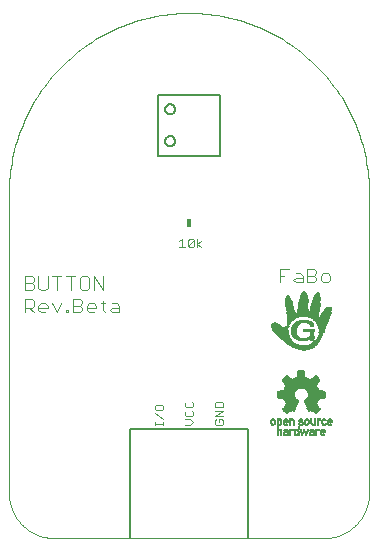
<source format=gto>
G75*
%MOIN*%
%OFA0B0*%
%FSLAX25Y25*%
%IPPOS*%
%LPD*%
%AMOC8*
5,1,8,0,0,1.08239X$1,22.5*
%
%ADD10C,0.00400*%
%ADD11C,0.00500*%
%ADD12R,0.01800X0.03000*%
%ADD13C,0.00300*%
%ADD14C,0.00000*%
%ADD15R,0.00460X0.00011*%
%ADD16R,0.00920X0.00011*%
%ADD17R,0.01184X0.00011*%
%ADD18R,0.01426X0.00011*%
%ADD19R,0.01610X0.00011*%
%ADD20R,0.01783X0.00011*%
%ADD21R,0.01955X0.00011*%
%ADD22R,0.02093X0.00011*%
%ADD23R,0.02242X0.00011*%
%ADD24R,0.02369X0.00011*%
%ADD25R,0.02495X0.00011*%
%ADD26R,0.02611X0.00011*%
%ADD27R,0.02714X0.00011*%
%ADD28R,0.02829X0.00011*%
%ADD29R,0.02921X0.00011*%
%ADD30R,0.03025X0.00011*%
%ADD31R,0.03128X0.00011*%
%ADD32R,0.03220X0.00011*%
%ADD33R,0.03300X0.00011*%
%ADD34R,0.03392X0.00011*%
%ADD35R,0.03473X0.00011*%
%ADD36R,0.03565X0.00011*%
%ADD37R,0.03645X0.00011*%
%ADD38R,0.03726X0.00011*%
%ADD39R,0.03806X0.00011*%
%ADD40R,0.03875X0.00011*%
%ADD41R,0.03956X0.00011*%
%ADD42R,0.04013X0.00011*%
%ADD43R,0.04082X0.00011*%
%ADD44R,0.04163X0.00011*%
%ADD45R,0.04232X0.00011*%
%ADD46R,0.04301X0.00011*%
%ADD47R,0.04370X0.00011*%
%ADD48R,0.04428X0.00011*%
%ADD49R,0.04497X0.00011*%
%ADD50R,0.04554X0.00011*%
%ADD51R,0.04623X0.00011*%
%ADD52R,0.04680X0.00011*%
%ADD53R,0.04749X0.00011*%
%ADD54R,0.04807X0.00011*%
%ADD55R,0.04864X0.00011*%
%ADD56R,0.04933X0.00011*%
%ADD57R,0.04979X0.00011*%
%ADD58R,0.05037X0.00011*%
%ADD59R,0.05094X0.00011*%
%ADD60R,0.05141X0.00011*%
%ADD61R,0.05209X0.00011*%
%ADD62R,0.05267X0.00011*%
%ADD63R,0.05313X0.00011*%
%ADD64R,0.05370X0.00011*%
%ADD65R,0.05416X0.00011*%
%ADD66R,0.05474X0.00011*%
%ADD67R,0.05520X0.00011*%
%ADD68R,0.05577X0.00011*%
%ADD69R,0.05635X0.00011*%
%ADD70R,0.05681X0.00011*%
%ADD71R,0.05738X0.00011*%
%ADD72R,0.05784X0.00011*%
%ADD73R,0.05842X0.00011*%
%ADD74R,0.05877X0.00011*%
%ADD75R,0.05922X0.00011*%
%ADD76R,0.05980X0.00011*%
%ADD77R,0.06014X0.00011*%
%ADD78R,0.06061X0.00011*%
%ADD79R,0.06118X0.00011*%
%ADD80R,0.06164X0.00011*%
%ADD81R,0.06198X0.00011*%
%ADD82R,0.06256X0.00011*%
%ADD83R,0.06302X0.00011*%
%ADD84R,0.06348X0.00011*%
%ADD85R,0.06394X0.00011*%
%ADD86R,0.06440X0.00011*%
%ADD87R,0.06475X0.00011*%
%ADD88R,0.06532X0.00011*%
%ADD89R,0.06566X0.00011*%
%ADD90R,0.06613X0.00011*%
%ADD91R,0.06647X0.00011*%
%ADD92R,0.06693X0.00011*%
%ADD93R,0.06739X0.00011*%
%ADD94R,0.06773X0.00011*%
%ADD95R,0.06831X0.00011*%
%ADD96R,0.06866X0.00011*%
%ADD97R,0.06911X0.00011*%
%ADD98R,0.06946X0.00011*%
%ADD99R,0.06980X0.00011*%
%ADD100R,0.07027X0.00011*%
%ADD101R,0.07061X0.00011*%
%ADD102R,0.07118X0.00011*%
%ADD103R,0.07153X0.00011*%
%ADD104R,0.07187X0.00011*%
%ADD105R,0.07233X0.00011*%
%ADD106R,0.07268X0.00011*%
%ADD107R,0.07314X0.00011*%
%ADD108R,0.07348X0.00011*%
%ADD109R,0.07372X0.00011*%
%ADD110R,0.07417X0.00011*%
%ADD111R,0.07452X0.00011*%
%ADD112R,0.07486X0.00011*%
%ADD113R,0.07521X0.00011*%
%ADD114R,0.07567X0.00011*%
%ADD115R,0.07602X0.00011*%
%ADD116R,0.07636X0.00011*%
%ADD117R,0.07682X0.00011*%
%ADD118R,0.07716X0.00011*%
%ADD119R,0.07751X0.00011*%
%ADD120R,0.07786X0.00011*%
%ADD121R,0.07831X0.00011*%
%ADD122R,0.07866X0.00011*%
%ADD123R,0.07889X0.00011*%
%ADD124R,0.07923X0.00011*%
%ADD125R,0.07958X0.00011*%
%ADD126R,0.08004X0.00011*%
%ADD127R,0.08038X0.00011*%
%ADD128R,0.08061X0.00011*%
%ADD129R,0.08096X0.00011*%
%ADD130R,0.08130X0.00011*%
%ADD131R,0.08165X0.00011*%
%ADD132R,0.08211X0.00011*%
%ADD133R,0.08234X0.00011*%
%ADD134R,0.08269X0.00011*%
%ADD135R,0.08303X0.00011*%
%ADD136R,0.08338X0.00011*%
%ADD137R,0.08372X0.00011*%
%ADD138R,0.08395X0.00011*%
%ADD139R,0.08430X0.00011*%
%ADD140R,0.08464X0.00011*%
%ADD141R,0.08498X0.00011*%
%ADD142R,0.08533X0.00011*%
%ADD143R,0.04381X0.00011*%
%ADD144R,0.03818X0.00011*%
%ADD145R,0.04140X0.00011*%
%ADD146R,0.03622X0.00011*%
%ADD147R,0.04025X0.00011*%
%ADD148R,0.03496X0.00011*%
%ADD149R,0.03933X0.00011*%
%ADD150R,0.03864X0.00011*%
%ADD151R,0.03312X0.00011*%
%ADD152R,0.03795X0.00011*%
%ADD153R,0.03243X0.00011*%
%ADD154R,0.03737X0.00011*%
%ADD155R,0.03186X0.00011*%
%ADD156R,0.03680X0.00011*%
%ADD157R,0.03128X0.00011*%
%ADD158R,0.03082X0.00011*%
%ADD159R,0.03599X0.00011*%
%ADD160R,0.03036X0.00011*%
%ADD161R,0.03553X0.00011*%
%ADD162R,0.02990X0.00011*%
%ADD163R,0.03530X0.00011*%
%ADD164R,0.02944X0.00011*%
%ADD165R,0.02909X0.00011*%
%ADD166R,0.03461X0.00011*%
%ADD167R,0.02875X0.00011*%
%ADD168R,0.03439X0.00011*%
%ADD169R,0.02840X0.00011*%
%ADD170R,0.02806X0.00011*%
%ADD171R,0.03381X0.00011*%
%ADD172R,0.02783X0.00011*%
%ADD173R,0.03358X0.00011*%
%ADD174R,0.02760X0.00011*%
%ADD175R,0.03335X0.00011*%
%ADD176R,0.02725X0.00011*%
%ADD177R,0.02702X0.00011*%
%ADD178R,0.03289X0.00011*%
%ADD179R,0.02668X0.00011*%
%ADD180R,0.03266X0.00011*%
%ADD181R,0.02645X0.00011*%
%ADD182R,0.02622X0.00011*%
%ADD183R,0.03231X0.00011*%
%ADD184R,0.02599X0.00011*%
%ADD185R,0.03208X0.00011*%
%ADD186R,0.02587X0.00011*%
%ADD187R,0.03197X0.00011*%
%ADD188R,0.02564X0.00011*%
%ADD189R,0.03185X0.00011*%
%ADD190R,0.02541X0.00011*%
%ADD191R,0.03163X0.00011*%
%ADD192R,0.02519X0.00011*%
%ADD193R,0.03151X0.00011*%
%ADD194R,0.03139X0.00011*%
%ADD195R,0.02484X0.00011*%
%ADD196R,0.02449X0.00011*%
%ADD197R,0.03116X0.00011*%
%ADD198R,0.02438X0.00011*%
%ADD199R,0.03105X0.00011*%
%ADD200R,0.02415X0.00011*%
%ADD201R,0.02403X0.00011*%
%ADD202R,0.02380X0.00011*%
%ADD203R,0.03059X0.00011*%
%ADD204R,0.03059X0.00011*%
%ADD205R,0.02357X0.00011*%
%ADD206R,0.02346X0.00011*%
%ADD207R,0.02323X0.00011*%
%ADD208R,0.03024X0.00011*%
%ADD209R,0.02311X0.00011*%
%ADD210R,0.02289X0.00011*%
%ADD211R,0.03002X0.00011*%
%ADD212R,0.02277X0.00011*%
%ADD213R,0.02266X0.00011*%
%ADD214R,0.02231X0.00011*%
%ADD215R,0.02978X0.00011*%
%ADD216R,0.02219X0.00011*%
%ADD217R,0.02967X0.00011*%
%ADD218R,0.02197X0.00011*%
%ADD219R,0.02955X0.00011*%
%ADD220R,0.02185X0.00011*%
%ADD221R,0.02173X0.00011*%
%ADD222R,0.02162X0.00011*%
%ADD223R,0.02150X0.00011*%
%ADD224R,0.02933X0.00011*%
%ADD225R,0.02139X0.00011*%
%ADD226R,0.02932X0.00011*%
%ADD227R,0.02127X0.00011*%
%ADD228R,0.02104X0.00011*%
%ADD229R,0.02105X0.00011*%
%ADD230R,0.02898X0.00011*%
%ADD231R,0.02081X0.00011*%
%ADD232R,0.02070X0.00011*%
%ADD233R,0.02047X0.00011*%
%ADD234R,0.02898X0.00011*%
%ADD235R,0.02886X0.00011*%
%ADD236R,0.02036X0.00011*%
%ADD237R,0.02024X0.00011*%
%ADD238R,0.02001X0.00011*%
%ADD239R,0.02864X0.00011*%
%ADD240R,0.01989X0.00011*%
%ADD241R,0.02863X0.00011*%
%ADD242R,0.01978X0.00011*%
%ADD243R,0.02852X0.00011*%
%ADD244R,0.01943X0.00011*%
%ADD245R,0.01932X0.00011*%
%ADD246R,0.01920X0.00011*%
%ADD247R,0.01909X0.00011*%
%ADD248R,0.02841X0.00011*%
%ADD249R,0.01909X0.00011*%
%ADD250R,0.01897X0.00011*%
%ADD251R,0.01886X0.00011*%
%ADD252R,0.01875X0.00011*%
%ADD253R,0.01874X0.00011*%
%ADD254R,0.01863X0.00011*%
%ADD255R,0.01852X0.00011*%
%ADD256R,0.01840X0.00011*%
%ADD257R,0.01840X0.00011*%
%ADD258R,0.01817X0.00011*%
%ADD259R,0.01817X0.00011*%
%ADD260R,0.01805X0.00011*%
%ADD261R,0.01794X0.00011*%
%ADD262R,0.01771X0.00011*%
%ADD263R,0.01748X0.00011*%
%ADD264R,0.01748X0.00011*%
%ADD265R,0.02829X0.00011*%
%ADD266R,0.01736X0.00011*%
%ADD267R,0.01725X0.00011*%
%ADD268R,0.01713X0.00011*%
%ADD269R,0.01714X0.00011*%
%ADD270R,0.01702X0.00011*%
%ADD271R,0.01691X0.00011*%
%ADD272R,0.01679X0.00011*%
%ADD273R,0.01679X0.00011*%
%ADD274R,0.01667X0.00011*%
%ADD275R,0.01644X0.00011*%
%ADD276R,0.01633X0.00011*%
%ADD277R,0.01622X0.00011*%
%ADD278R,0.01621X0.00011*%
%ADD279R,0.01598X0.00011*%
%ADD280R,0.01587X0.00011*%
%ADD281R,0.01587X0.00011*%
%ADD282R,0.01575X0.00011*%
%ADD283R,0.01564X0.00011*%
%ADD284R,0.01552X0.00011*%
%ADD285R,0.01541X0.00011*%
%ADD286R,0.01553X0.00011*%
%ADD287R,0.01230X0.00011*%
%ADD288R,0.01529X0.00011*%
%ADD289R,0.00690X0.00011*%
%ADD290R,0.01242X0.00011*%
%ADD291R,0.01530X0.00011*%
%ADD292R,0.01000X0.00011*%
%ADD293R,0.01253X0.00011*%
%ADD294R,0.01265X0.00011*%
%ADD295R,0.01518X0.00011*%
%ADD296R,0.01438X0.00011*%
%ADD297R,0.01518X0.00011*%
%ADD298R,0.01277X0.00011*%
%ADD299R,0.01288X0.00011*%
%ADD300R,0.01506X0.00011*%
%ADD301R,0.02058X0.00011*%
%ADD302R,0.01299X0.00011*%
%ADD303R,0.01311X0.00011*%
%ADD304R,0.01495X0.00011*%
%ADD305R,0.02507X0.00011*%
%ADD306R,0.01322X0.00011*%
%ADD307R,0.02610X0.00011*%
%ADD308R,0.02967X0.00011*%
%ADD309R,0.02714X0.00011*%
%ADD310R,0.01334X0.00011*%
%ADD311R,0.01495X0.00011*%
%ADD312R,0.02806X0.00011*%
%ADD313R,0.01345X0.00011*%
%ADD314R,0.01483X0.00011*%
%ADD315R,0.03047X0.00011*%
%ADD316R,0.01472X0.00011*%
%ADD317R,0.02990X0.00011*%
%ADD318R,0.01357X0.00011*%
%ADD319R,0.03427X0.00011*%
%ADD320R,0.01369X0.00011*%
%ADD321R,0.03013X0.00011*%
%ADD322R,0.01460X0.00011*%
%ADD323R,0.01380X0.00011*%
%ADD324R,0.01461X0.00011*%
%ADD325R,0.03691X0.00011*%
%ADD326R,0.03760X0.00011*%
%ADD327R,0.01391X0.00011*%
%ADD328R,0.01449X0.00011*%
%ADD329R,0.03991X0.00011*%
%ADD330R,0.04048X0.00011*%
%ADD331R,0.01403X0.00011*%
%ADD332R,0.04094X0.00011*%
%ADD333R,0.04152X0.00011*%
%ADD334R,0.04197X0.00011*%
%ADD335R,0.01414X0.00011*%
%ADD336R,0.03070X0.00011*%
%ADD337R,0.04266X0.00011*%
%ADD338R,0.04312X0.00011*%
%ADD339R,0.04358X0.00011*%
%ADD340R,0.04404X0.00011*%
%ADD341R,0.03093X0.00011*%
%ADD342R,0.04450X0.00011*%
%ADD343R,0.01426X0.00011*%
%ADD344R,0.03094X0.00011*%
%ADD345R,0.04496X0.00011*%
%ADD346R,0.04589X0.00011*%
%ADD347R,0.04634X0.00011*%
%ADD348R,0.04727X0.00011*%
%ADD349R,0.04750X0.00011*%
%ADD350R,0.04795X0.00011*%
%ADD351R,0.04841X0.00011*%
%ADD352R,0.06359X0.00011*%
%ADD353R,0.06383X0.00011*%
%ADD354R,0.06405X0.00011*%
%ADD355R,0.03151X0.00011*%
%ADD356R,0.06417X0.00011*%
%ADD357R,0.06463X0.00011*%
%ADD358R,0.03174X0.00011*%
%ADD359R,0.06474X0.00011*%
%ADD360R,0.06497X0.00011*%
%ADD361R,0.06520X0.00011*%
%ADD362R,0.06555X0.00011*%
%ADD363R,0.02576X0.00011*%
%ADD364R,0.03277X0.00011*%
%ADD365R,0.03220X0.00011*%
%ADD366R,0.02427X0.00011*%
%ADD367R,0.02392X0.00011*%
%ADD368R,0.01403X0.00011*%
%ADD369R,0.02817X0.00011*%
%ADD370R,0.02771X0.00011*%
%ADD371R,0.03255X0.00011*%
%ADD372R,0.02196X0.00011*%
%ADD373R,0.02691X0.00011*%
%ADD374R,0.02645X0.00011*%
%ADD375R,0.01392X0.00011*%
%ADD376R,0.02576X0.00011*%
%ADD377R,0.02553X0.00011*%
%ADD378R,0.02035X0.00011*%
%ADD379R,0.02461X0.00011*%
%ADD380R,0.03323X0.00011*%
%ADD381R,0.02013X0.00011*%
%ADD382R,0.02001X0.00011*%
%ADD383R,0.02358X0.00011*%
%ADD384R,0.02334X0.00011*%
%ADD385R,0.03346X0.00011*%
%ADD386R,0.01978X0.00011*%
%ADD387R,0.01966X0.00011*%
%ADD388R,0.02288X0.00011*%
%ADD389R,0.01944X0.00011*%
%ADD390R,0.03404X0.00011*%
%ADD391R,0.03404X0.00011*%
%ADD392R,0.03416X0.00011*%
%ADD393R,0.02070X0.00011*%
%ADD394R,0.03438X0.00011*%
%ADD395R,0.03450X0.00011*%
%ADD396R,0.01851X0.00011*%
%ADD397R,0.03473X0.00011*%
%ADD398R,0.03484X0.00011*%
%ADD399R,0.01828X0.00011*%
%ADD400R,0.03519X0.00011*%
%ADD401R,0.01806X0.00011*%
%ADD402R,0.03542X0.00011*%
%ADD403R,0.03565X0.00011*%
%ADD404R,0.01782X0.00011*%
%ADD405R,0.03577X0.00011*%
%ADD406R,0.03588X0.00011*%
%ADD407R,0.03611X0.00011*%
%ADD408R,0.01759X0.00011*%
%ADD409R,0.03634X0.00011*%
%ADD410R,0.03657X0.00011*%
%ADD411R,0.03703X0.00011*%
%ADD412R,0.03714X0.00011*%
%ADD413R,0.01656X0.00011*%
%ADD414R,0.03726X0.00011*%
%ADD415R,0.03761X0.00011*%
%ADD416R,0.03772X0.00011*%
%ADD417R,0.03783X0.00011*%
%ADD418R,0.03795X0.00011*%
%ADD419R,0.03830X0.00011*%
%ADD420R,0.03841X0.00011*%
%ADD421R,0.03852X0.00011*%
%ADD422R,0.03864X0.00011*%
%ADD423R,0.03887X0.00011*%
%ADD424R,0.03898X0.00011*%
%ADD425R,0.03910X0.00011*%
%ADD426R,0.03922X0.00011*%
%ADD427R,0.03944X0.00011*%
%ADD428R,0.03967X0.00011*%
%ADD429R,0.03979X0.00011*%
%ADD430R,0.03990X0.00011*%
%ADD431R,0.04002X0.00011*%
%ADD432R,0.04014X0.00011*%
%ADD433R,0.04059X0.00011*%
%ADD434R,0.04071X0.00011*%
%ADD435R,0.04083X0.00011*%
%ADD436R,0.04105X0.00011*%
%ADD437R,0.04117X0.00011*%
%ADD438R,0.04128X0.00011*%
%ADD439R,0.04151X0.00011*%
%ADD440R,0.01690X0.00011*%
%ADD441R,0.04174X0.00011*%
%ADD442R,0.04186X0.00011*%
%ADD443R,0.04209X0.00011*%
%ADD444R,0.04220X0.00011*%
%ADD445R,0.04244X0.00011*%
%ADD446R,0.04255X0.00011*%
%ADD447R,0.04278X0.00011*%
%ADD448R,0.04289X0.00011*%
%ADD449R,0.04301X0.00011*%
%ADD450R,0.04324X0.00011*%
%ADD451R,0.04336X0.00011*%
%ADD452R,0.04347X0.00011*%
%ADD453R,0.04370X0.00011*%
%ADD454R,0.04393X0.00011*%
%ADD455R,0.04405X0.00011*%
%ADD456R,0.04416X0.00011*%
%ADD457R,0.04427X0.00011*%
%ADD458R,0.04439X0.00011*%
%ADD459R,0.04462X0.00011*%
%ADD460R,0.04473X0.00011*%
%ADD461R,0.04485X0.00011*%
%ADD462R,0.04508X0.00011*%
%ADD463R,0.04519X0.00011*%
%ADD464R,0.04531X0.00011*%
%ADD465R,0.04542X0.00011*%
%ADD466R,0.04566X0.00011*%
%ADD467R,0.04577X0.00011*%
%ADD468R,0.04600X0.00011*%
%ADD469R,0.04611X0.00011*%
%ADD470R,0.04623X0.00011*%
%ADD471R,0.04646X0.00011*%
%ADD472R,0.04658X0.00011*%
%ADD473R,0.04669X0.00011*%
%ADD474R,0.04692X0.00011*%
%ADD475R,0.04703X0.00011*%
%ADD476R,0.04715X0.00011*%
%ADD477R,0.04738X0.00011*%
%ADD478R,0.04761X0.00011*%
%ADD479R,0.04772X0.00011*%
%ADD480R,0.04784X0.00011*%
%ADD481R,0.04818X0.00011*%
%ADD482R,0.04830X0.00011*%
%ADD483R,0.04853X0.00011*%
%ADD484R,0.04876X0.00011*%
%ADD485R,0.03749X0.00011*%
%ADD486R,0.04888X0.00011*%
%ADD487R,0.04899X0.00011*%
%ADD488R,0.04911X0.00011*%
%ADD489R,0.04922X0.00011*%
%ADD490R,0.04945X0.00011*%
%ADD491R,0.04956X0.00011*%
%ADD492R,0.04968X0.00011*%
%ADD493R,0.04980X0.00011*%
%ADD494R,0.04991X0.00011*%
%ADD495R,0.05003X0.00011*%
%ADD496R,0.05014X0.00011*%
%ADD497R,0.05025X0.00011*%
%ADD498R,0.05048X0.00011*%
%ADD499R,0.05060X0.00011*%
%ADD500R,0.05072X0.00011*%
%ADD501R,0.05083X0.00011*%
%ADD502R,0.05106X0.00011*%
%ADD503R,0.05117X0.00011*%
%ADD504R,0.05129X0.00011*%
%ADD505R,0.05152X0.00011*%
%ADD506R,0.05164X0.00011*%
%ADD507R,0.05175X0.00011*%
%ADD508R,0.05186X0.00011*%
%ADD509R,0.05198X0.00011*%
%ADD510R,0.05221X0.00011*%
%ADD511R,0.05232X0.00011*%
%ADD512R,0.05244X0.00011*%
%ADD513R,0.05255X0.00011*%
%ADD514R,0.05278X0.00011*%
%ADD515R,0.05290X0.00011*%
%ADD516R,0.05302X0.00011*%
%ADD517R,0.05324X0.00011*%
%ADD518R,0.05336X0.00011*%
%ADD519R,0.05347X0.00011*%
%ADD520R,0.05359X0.00011*%
%ADD521R,0.02116X0.00011*%
%ADD522R,0.05382X0.00011*%
%ADD523R,0.05394X0.00011*%
%ADD524R,0.05405X0.00011*%
%ADD525R,0.02162X0.00011*%
%ADD526R,0.05428X0.00011*%
%ADD527R,0.05439X0.00011*%
%ADD528R,0.05451X0.00011*%
%ADD529R,0.05462X0.00011*%
%ADD530R,0.02208X0.00011*%
%ADD531R,0.05485X0.00011*%
%ADD532R,0.02231X0.00011*%
%ADD533R,0.05497X0.00011*%
%ADD534R,0.05508X0.00011*%
%ADD535R,0.02254X0.00011*%
%ADD536R,0.05520X0.00011*%
%ADD537R,0.05531X0.00011*%
%ADD538R,0.05543X0.00011*%
%ADD539R,0.05555X0.00011*%
%ADD540R,0.05566X0.00011*%
%ADD541R,0.05578X0.00011*%
%ADD542R,0.05589X0.00011*%
%ADD543R,0.05600X0.00011*%
%ADD544R,0.05612X0.00011*%
%ADD545R,0.05623X0.00011*%
%ADD546R,0.02392X0.00011*%
%ADD547R,0.05646X0.00011*%
%ADD548R,0.02415X0.00011*%
%ADD549R,0.05658X0.00011*%
%ADD550R,0.05669X0.00011*%
%ADD551R,0.02450X0.00011*%
%ADD552R,0.05681X0.00011*%
%ADD553R,0.02472X0.00011*%
%ADD554R,0.05692X0.00011*%
%ADD555R,0.05704X0.00011*%
%ADD556R,0.05716X0.00011*%
%ADD557R,0.05727X0.00011*%
%ADD558R,0.02530X0.00011*%
%ADD559R,0.05739X0.00011*%
%ADD560R,0.02553X0.00011*%
%ADD561R,0.01219X0.00011*%
%ADD562R,0.01196X0.00011*%
%ADD563R,0.02633X0.00011*%
%ADD564R,0.03381X0.00011*%
%ADD565R,0.01173X0.00011*%
%ADD566R,0.01150X0.00011*%
%ADD567R,0.02656X0.00011*%
%ADD568R,0.01127X0.00011*%
%ADD569R,0.01116X0.00011*%
%ADD570R,0.03254X0.00011*%
%ADD571R,0.01092X0.00011*%
%ADD572R,0.01081X0.00011*%
%ADD573R,0.01058X0.00011*%
%ADD574R,0.01047X0.00011*%
%ADD575R,0.02737X0.00011*%
%ADD576R,0.01035X0.00011*%
%ADD577R,0.02748X0.00011*%
%ADD578R,0.01023X0.00011*%
%ADD579R,0.01012X0.00011*%
%ADD580R,0.02794X0.00011*%
%ADD581R,0.00989X0.00011*%
%ADD582R,0.00978X0.00011*%
%ADD583R,0.00966X0.00011*%
%ADD584R,0.00954X0.00011*%
%ADD585R,0.00955X0.00011*%
%ADD586R,0.00943X0.00011*%
%ADD587R,0.00931X0.00011*%
%ADD588R,0.02680X0.00011*%
%ADD589R,0.00920X0.00011*%
%ADD590R,0.02542X0.00011*%
%ADD591R,0.02426X0.00011*%
%ADD592R,0.02323X0.00011*%
%ADD593R,0.02300X0.00011*%
%ADD594R,0.03369X0.00011*%
%ADD595R,0.00977X0.00011*%
%ADD596R,0.00989X0.00011*%
%ADD597R,0.01656X0.00011*%
%ADD598R,0.01012X0.00011*%
%ADD599R,0.01046X0.00011*%
%ADD600R,0.01069X0.00011*%
%ADD601R,0.01139X0.00011*%
%ADD602R,0.03669X0.00011*%
%ADD603R,0.00908X0.00011*%
%ADD604R,0.00828X0.00011*%
%ADD605R,0.01104X0.00011*%
%ADD606R,0.00759X0.00011*%
%ADD607R,0.00678X0.00011*%
%ADD608R,0.00575X0.00011*%
%ADD609R,0.00448X0.00011*%
%ADD610R,0.00264X0.00011*%
%ADD611R,0.01138X0.00011*%
%ADD612R,0.01161X0.00011*%
%ADD613R,0.01173X0.00011*%
%ADD614R,0.03853X0.00011*%
%ADD615R,0.01208X0.00011*%
%ADD616R,0.03921X0.00011*%
%ADD617R,0.02484X0.00011*%
%ADD618R,0.02381X0.00011*%
%ADD619R,0.03979X0.00011*%
%ADD620R,0.05163X0.00011*%
%ADD621R,0.04036X0.00011*%
%ADD622R,0.05002X0.00011*%
%ADD623R,0.01334X0.00011*%
%ADD624R,0.04876X0.00011*%
%ADD625R,0.04692X0.00011*%
%ADD626R,0.04335X0.00011*%
%ADD627R,0.03600X0.00011*%
%ADD628R,0.04531X0.00011*%
%ADD629R,0.04565X0.00011*%
%ADD630R,0.04681X0.00011*%
%ADD631R,0.04784X0.00011*%
%ADD632R,0.04819X0.00011*%
%ADD633R,0.00541X0.00011*%
%ADD634R,0.04910X0.00011*%
%ADD635R,0.05037X0.00011*%
%ADD636R,0.05198X0.00011*%
%ADD637R,0.05393X0.00011*%
%ADD638R,0.05554X0.00011*%
%ADD639R,0.05750X0.00011*%
%ADD640R,0.05761X0.00011*%
%ADD641R,0.05819X0.00011*%
%ADD642R,0.05830X0.00011*%
%ADD643R,0.05865X0.00011*%
%ADD644R,0.05900X0.00011*%
%ADD645R,0.05945X0.00011*%
%ADD646R,0.06003X0.00011*%
%ADD647R,0.02772X0.00011*%
%ADD648R,0.06049X0.00011*%
%ADD649R,0.06072X0.00011*%
%ADD650R,0.06095X0.00011*%
%ADD651R,0.06141X0.00011*%
%ADD652R,0.06175X0.00011*%
%ADD653R,0.06187X0.00011*%
%ADD654R,0.06210X0.00011*%
%ADD655R,0.06244X0.00011*%
%ADD656R,0.06267X0.00011*%
%ADD657R,0.06325X0.00011*%
%ADD658R,0.03117X0.00011*%
%ADD659R,0.03634X0.00011*%
%ADD660R,0.03507X0.00011*%
%ADD661R,0.03508X0.00011*%
%ADD662R,0.03415X0.00011*%
%ADD663R,0.04209X0.00011*%
%ADD664R,0.04439X0.00011*%
%ADD665R,0.03347X0.00011*%
%ADD666R,0.10235X0.00011*%
%ADD667R,0.10247X0.00011*%
%ADD668R,0.10258X0.00011*%
%ADD669R,0.10269X0.00011*%
%ADD670R,0.03312X0.00011*%
%ADD671R,0.10281X0.00011*%
%ADD672R,0.10292X0.00011*%
%ADD673R,0.03278X0.00011*%
%ADD674R,0.10304X0.00011*%
%ADD675R,0.10316X0.00011*%
%ADD676R,0.10327X0.00011*%
%ADD677R,0.10338X0.00011*%
%ADD678R,0.10350X0.00011*%
%ADD679R,0.10361X0.00011*%
%ADD680R,0.10373X0.00011*%
%ADD681R,0.10384X0.00011*%
%ADD682R,0.10396X0.00011*%
%ADD683R,0.10419X0.00011*%
%ADD684R,0.10430X0.00011*%
%ADD685R,0.10442X0.00011*%
%ADD686R,0.10453X0.00011*%
%ADD687R,0.10465X0.00011*%
%ADD688R,0.10477X0.00011*%
%ADD689R,0.10488X0.00011*%
%ADD690R,0.10500X0.00011*%
%ADD691R,0.04140X0.00011*%
%ADD692R,0.03887X0.00011*%
%ADD693R,0.02737X0.00011*%
%ADD694R,0.02703X0.00011*%
%ADD695R,0.00851X0.00011*%
%ADD696R,0.00770X0.00011*%
%ADD697R,0.00655X0.00011*%
%ADD698R,0.00552X0.00011*%
%ADD699R,0.00379X0.00011*%
%ADD700R,0.00011X0.00011*%
%ADD701R,0.02679X0.00011*%
%ADD702R,0.02518X0.00011*%
%ADD703R,0.02128X0.00011*%
%ADD704R,0.01081X0.00011*%
%ADD705R,0.00885X0.00011*%
%ADD706R,0.00863X0.00011*%
%ADD707R,0.00839X0.00011*%
%ADD708R,0.00794X0.00011*%
%ADD709R,0.00747X0.00011*%
%ADD710R,0.00713X0.00011*%
%ADD711R,0.00690X0.00011*%
%ADD712R,0.00644X0.00011*%
%ADD713R,0.00609X0.00011*%
%ADD714R,0.00529X0.00011*%
%ADD715R,0.00471X0.00011*%
%ADD716R,0.00425X0.00011*%
%ADD717R,0.00287X0.00011*%
%ADD718R,0.00195X0.00011*%
%ADD719R,0.01207X0.00011*%
%ADD720R,0.01115X0.00011*%
%ADD721R,0.00886X0.00011*%
%ADD722R,0.00805X0.00011*%
%ADD723R,0.00782X0.00011*%
%ADD724R,0.00724X0.00011*%
%ADD725R,0.00702X0.00011*%
%ADD726R,0.00632X0.00011*%
%ADD727R,0.00598X0.00011*%
%ADD728R,0.00517X0.00011*%
%ADD729R,0.00368X0.00011*%
%ADD730R,0.00322X0.00011*%
%ADD731R,0.00230X0.00011*%
%ADD732R,0.00115X0.00011*%
%ADD733R,0.01368X0.00011*%
%ADD734R,0.00897X0.00011*%
%ADD735R,0.00874X0.00011*%
%ADD736R,0.00817X0.00011*%
%ADD737R,0.00736X0.00011*%
%ADD738R,0.00633X0.00011*%
%ADD739R,0.00586X0.00011*%
%ADD740R,0.00506X0.00011*%
%ADD741R,0.00207X0.00011*%
%ADD742R,0.00103X0.00011*%
%ADD743R,0.00226X0.00011*%
%ADD744R,0.00183X0.00011*%
%ADD745R,0.00398X0.00011*%
%ADD746R,0.00301X0.00011*%
%ADD747R,0.00398X0.00011*%
%ADD748R,0.00387X0.00011*%
%ADD749R,0.00419X0.00011*%
%ADD750R,0.00430X0.00011*%
%ADD751R,0.00505X0.00011*%
%ADD752R,0.00398X0.00011*%
%ADD753R,0.00376X0.00011*%
%ADD754R,0.00376X0.00011*%
%ADD755R,0.00419X0.00011*%
%ADD756R,0.00430X0.00011*%
%ADD757R,0.00430X0.00011*%
%ADD758R,0.00570X0.00011*%
%ADD759R,0.00462X0.00011*%
%ADD760R,0.00387X0.00011*%
%ADD761R,0.00580X0.00011*%
%ADD762R,0.00441X0.00011*%
%ADD763R,0.00645X0.00011*%
%ADD764R,0.00527X0.00011*%
%ADD765R,0.00645X0.00011*%
%ADD766R,0.00666X0.00011*%
%ADD767R,0.00699X0.00011*%
%ADD768R,0.00720X0.00011*%
%ADD769R,0.00430X0.00011*%
%ADD770R,0.00752X0.00011*%
%ADD771R,0.00634X0.00011*%
%ADD772R,0.00408X0.00011*%
%ADD773R,0.00742X0.00011*%
%ADD774R,0.00441X0.00011*%
%ADD775R,0.00785X0.00011*%
%ADD776R,0.00795X0.00011*%
%ADD777R,0.00677X0.00011*%
%ADD778R,0.00419X0.00011*%
%ADD779R,0.00785X0.00011*%
%ADD780R,0.00839X0.00011*%
%ADD781R,0.00828X0.00011*%
%ADD782R,0.00709X0.00011*%
%ADD783R,0.00881X0.00011*%
%ADD784R,0.00860X0.00011*%
%ADD785R,0.00752X0.00011*%
%ADD786R,0.00860X0.00011*%
%ADD787R,0.00924X0.00011*%
%ADD788R,0.00903X0.00011*%
%ADD789R,0.00892X0.00011*%
%ADD790R,0.00967X0.00011*%
%ADD791R,0.00817X0.00011*%
%ADD792R,0.00935X0.00011*%
%ADD793R,0.01010X0.00011*%
%ADD794R,0.00957X0.00011*%
%ADD795R,0.00849X0.00011*%
%ADD796R,0.01053X0.00011*%
%ADD797R,0.00978X0.00011*%
%ADD798R,0.00462X0.00011*%
%ADD799R,0.00989X0.00011*%
%ADD800R,0.01075X0.00011*%
%ADD801R,0.01000X0.00011*%
%ADD802R,0.00903X0.00011*%
%ADD803R,0.01118X0.00011*%
%ADD804R,0.01032X0.00011*%
%ADD805R,0.00935X0.00011*%
%ADD806R,0.00462X0.00011*%
%ADD807R,0.00462X0.00011*%
%ADD808R,0.01021X0.00011*%
%ADD809R,0.01140X0.00011*%
%ADD810R,0.01043X0.00011*%
%ADD811R,0.00484X0.00011*%
%ADD812R,0.00484X0.00011*%
%ADD813R,0.01183X0.00011*%
%ADD814R,0.01064X0.00011*%
%ADD815R,0.01215X0.00011*%
%ADD816R,0.01086X0.00011*%
%ADD817R,0.01011X0.00011*%
%ADD818R,0.01086X0.00011*%
%ADD819R,0.01236X0.00011*%
%ADD820R,0.01107X0.00011*%
%ADD821R,0.00495X0.00011*%
%ADD822R,0.01107X0.00011*%
%ADD823R,0.01258X0.00011*%
%ADD824R,0.01559X0.00011*%
%ADD825R,0.00505X0.00011*%
%ADD826R,0.00505X0.00011*%
%ADD827R,0.01569X0.00011*%
%ADD828R,0.01290X0.00011*%
%ADD829R,0.01580X0.00011*%
%ADD830R,0.01311X0.00011*%
%ADD831R,0.01097X0.00011*%
%ADD832R,0.01344X0.00011*%
%ADD833R,0.01591X0.00011*%
%ADD834R,0.01537X0.00011*%
%ADD835R,0.00527X0.00011*%
%ADD836R,0.01365X0.00011*%
%ADD837R,0.01602X0.00011*%
%ADD838R,0.01548X0.00011*%
%ADD839R,0.01387X0.00011*%
%ADD840R,0.01613X0.00011*%
%ADD841R,0.01408X0.00011*%
%ADD842R,0.00548X0.00011*%
%ADD843R,0.01623X0.00011*%
%ADD844R,0.01419X0.00011*%
%ADD845R,0.01623X0.00011*%
%ADD846R,0.01580X0.00011*%
%ADD847R,0.00548X0.00011*%
%ADD848R,0.01623X0.00011*%
%ADD849R,0.01440X0.00011*%
%ADD850R,0.01623X0.00011*%
%ADD851R,0.01634X0.00011*%
%ADD852R,0.01462X0.00011*%
%ADD853R,0.01591X0.00011*%
%ADD854R,0.00570X0.00011*%
%ADD855R,0.00559X0.00011*%
%ADD856R,0.01483X0.00011*%
%ADD857R,0.01645X0.00011*%
%ADD858R,0.01645X0.00011*%
%ADD859R,0.01505X0.00011*%
%ADD860R,0.01645X0.00011*%
%ADD861R,0.01602X0.00011*%
%ADD862R,0.00570X0.00011*%
%ADD863R,0.00570X0.00011*%
%ADD864R,0.01655X0.00011*%
%ADD865R,0.01516X0.00011*%
%ADD866R,0.01655X0.00011*%
%ADD867R,0.00581X0.00011*%
%ADD868R,0.01526X0.00011*%
%ADD869R,0.00591X0.00011*%
%ADD870R,0.00591X0.00011*%
%ADD871R,0.01666X0.00011*%
%ADD872R,0.01527X0.00011*%
%ADD873R,0.01516X0.00011*%
%ADD874R,0.01666X0.00011*%
%ADD875R,0.01634X0.00011*%
%ADD876R,0.00602X0.00011*%
%ADD877R,0.00602X0.00011*%
%ADD878R,0.01677X0.00011*%
%ADD879R,0.01677X0.00011*%
%ADD880R,0.01634X0.00011*%
%ADD881R,0.00613X0.00011*%
%ADD882R,0.01688X0.00011*%
%ADD883R,0.01494X0.00011*%
%ADD884R,0.00656X0.00011*%
%ADD885R,0.00731X0.00011*%
%ADD886R,0.00623X0.00011*%
%ADD887R,0.00602X0.00011*%
%ADD888R,0.00731X0.00011*%
%ADD889R,0.00795X0.00011*%
%ADD890R,0.00634X0.00011*%
%ADD891R,0.00613X0.00011*%
%ADD892R,0.00494X0.00011*%
%ADD893R,0.00548X0.00011*%
%ADD894R,0.00516X0.00011*%
%ADD895R,0.00559X0.00011*%
%ADD896R,0.00634X0.00011*%
%ADD897R,0.00409X0.00011*%
%ADD898R,0.00537X0.00011*%
%ADD899R,0.00656X0.00011*%
%ADD900R,0.00376X0.00011*%
%ADD901R,0.00591X0.00011*%
%ADD902R,0.00645X0.00011*%
%ADD903R,0.00656X0.00011*%
%ADD904R,0.00667X0.00011*%
%ADD905R,0.00537X0.00011*%
%ADD906R,0.00344X0.00011*%
%ADD907R,0.00667X0.00011*%
%ADD908R,0.00473X0.00011*%
%ADD909R,0.00527X0.00011*%
%ADD910R,0.00312X0.00011*%
%ADD911R,0.00677X0.00011*%
%ADD912R,0.00279X0.00011*%
%ADD913R,0.00494X0.00011*%
%ADD914R,0.00258X0.00011*%
%ADD915R,0.00452X0.00011*%
%ADD916R,0.00484X0.00011*%
%ADD917R,0.00580X0.00011*%
%ADD918R,0.00688X0.00011*%
%ADD919R,0.00688X0.00011*%
%ADD920R,0.00451X0.00011*%
%ADD921R,0.00215X0.00011*%
%ADD922R,0.00452X0.00011*%
%ADD923R,0.00688X0.00011*%
%ADD924R,0.00688X0.00011*%
%ADD925R,0.00193X0.00011*%
%ADD926R,0.00473X0.00011*%
%ADD927R,0.00699X0.00011*%
%ADD928R,0.00161X0.00011*%
%ADD929R,0.00140X0.00011*%
%ADD930R,0.00709X0.00011*%
%ADD931R,0.00473X0.00011*%
%ADD932R,0.00118X0.00011*%
%ADD933R,0.00430X0.00011*%
%ADD934R,0.00086X0.00011*%
%ADD935R,0.00731X0.00011*%
%ADD936R,0.00054X0.00011*%
%ADD937R,0.00408X0.00011*%
%ADD938R,0.00451X0.00011*%
%ADD939R,0.00032X0.00011*%
%ADD940R,0.00516X0.00011*%
%ADD941R,0.00742X0.00011*%
%ADD942R,0.00011X0.00011*%
%ADD943R,0.00753X0.00011*%
%ADD944R,0.00473X0.00011*%
%ADD945R,0.00774X0.00011*%
%ADD946R,0.00774X0.00011*%
%ADD947R,0.00409X0.00011*%
%ADD948R,0.00774X0.00011*%
%ADD949R,0.00774X0.00011*%
%ADD950R,0.00376X0.00011*%
%ADD951R,0.00387X0.00011*%
%ADD952R,0.00387X0.00011*%
%ADD953R,0.00398X0.00011*%
%ADD954R,0.00365X0.00011*%
%ADD955R,0.01763X0.00011*%
%ADD956R,0.00366X0.00011*%
%ADD957R,0.01763X0.00011*%
%ADD958R,0.01548X0.00011*%
%ADD959R,0.00366X0.00011*%
%ADD960R,0.01559X0.00011*%
%ADD961R,0.01537X0.00011*%
%ADD962R,0.01505X0.00011*%
%ADD963R,0.01473X0.00011*%
%ADD964R,0.01441X0.00011*%
%ADD965R,0.01397X0.00011*%
%ADD966R,0.01376X0.00011*%
%ADD967R,0.00419X0.00011*%
%ADD968R,0.01376X0.00011*%
%ADD969R,0.01355X0.00011*%
%ADD970R,0.01354X0.00011*%
%ADD971R,0.01322X0.00011*%
%ADD972R,0.01333X0.00011*%
%ADD973R,0.01290X0.00011*%
%ADD974R,0.01301X0.00011*%
%ADD975R,0.01752X0.00011*%
%ADD976R,0.01258X0.00011*%
%ADD977R,0.01204X0.00011*%
%ADD978R,0.01129X0.00011*%
%ADD979R,0.01139X0.00011*%
%ADD980R,0.01752X0.00011*%
%ADD981R,0.00365X0.00011*%
%ADD982R,0.00355X0.00011*%
%ADD983R,0.00441X0.00011*%
%ADD984R,0.00441X0.00011*%
%ADD985R,0.00720X0.00011*%
%ADD986R,0.00495X0.00011*%
%ADD987R,0.00484X0.00011*%
%ADD988R,0.00677X0.00011*%
%ADD989R,0.00011X0.00011*%
%ADD990R,0.00011X0.00011*%
%ADD991R,0.00548X0.00011*%
%ADD992R,0.00032X0.00011*%
%ADD993R,0.00656X0.00011*%
%ADD994R,0.00064X0.00011*%
%ADD995R,0.00075X0.00011*%
%ADD996R,0.00097X0.00011*%
%ADD997R,0.00022X0.00011*%
%ADD998R,0.00054X0.00011*%
%ADD999R,0.00591X0.00011*%
%ADD1000R,0.00054X0.00011*%
%ADD1001R,0.00613X0.00011*%
%ADD1002R,0.00150X0.00011*%
%ADD1003R,0.00172X0.00011*%
%ADD1004R,0.00107X0.00011*%
%ADD1005R,0.00204X0.00011*%
%ADD1006R,0.00129X0.00011*%
%ADD1007R,0.00666X0.00011*%
%ADD1008R,0.00226X0.00011*%
%ADD1009R,0.00172X0.00011*%
%ADD1010R,0.00236X0.00011*%
%ADD1011R,0.00161X0.00011*%
%ADD1012R,0.00699X0.00011*%
%ADD1013R,0.00269X0.00011*%
%ADD1014R,0.00194X0.00011*%
%ADD1015R,0.00301X0.00011*%
%ADD1016R,0.00236X0.00011*%
%ADD1017R,0.00290X0.00011*%
%ADD1018R,0.00333X0.00011*%
%ADD1019R,0.00344X0.00011*%
%ADD1020R,0.00290X0.00011*%
%ADD1021R,0.01225X0.00011*%
%ADD1022R,0.00602X0.00011*%
%ADD1023R,0.00623X0.00011*%
%ADD1024R,0.01645X0.00011*%
%ADD1025R,0.01236X0.00011*%
%ADD1026R,0.01441X0.00011*%
%ADD1027R,0.01247X0.00011*%
%ADD1028R,0.01451X0.00011*%
%ADD1029R,0.01473X0.00011*%
%ADD1030R,0.01462X0.00011*%
%ADD1031R,0.01451X0.00011*%
%ADD1032R,0.01473X0.00011*%
%ADD1033R,0.01269X0.00011*%
%ADD1034R,0.01430X0.00011*%
%ADD1035R,0.01612X0.00011*%
%ADD1036R,0.01279X0.00011*%
%ADD1037R,0.01279X0.00011*%
%ADD1038R,0.01387X0.00011*%
%ADD1039R,0.01311X0.00011*%
%ADD1040R,0.01301X0.00011*%
%ADD1041R,0.01322X0.00011*%
%ADD1042R,0.01333X0.00011*%
%ADD1043R,0.01569X0.00011*%
%ADD1044R,0.01483X0.00011*%
%ADD1045R,0.01344X0.00011*%
%ADD1046R,0.01301X0.00011*%
%ADD1047R,0.01365X0.00011*%
%ADD1048R,0.01269X0.00011*%
%ADD1049R,0.01537X0.00011*%
%ADD1050R,0.01430X0.00011*%
%ADD1051R,0.01365X0.00011*%
%ADD1052R,0.01086X0.00011*%
%ADD1053R,0.01408X0.00011*%
%ADD1054R,0.00924X0.00011*%
%ADD1055R,0.01097X0.00011*%
%ADD1056R,0.01419X0.00011*%
%ADD1057R,0.00935X0.00011*%
%ADD1058R,0.01225X0.00011*%
%ADD1059R,0.00935X0.00011*%
%ADD1060R,0.01032X0.00011*%
%ADD1061R,0.01021X0.00011*%
%ADD1062R,0.01150X0.00011*%
%ADD1063R,0.01011X0.00011*%
%ADD1064R,0.01000X0.00011*%
%ADD1065R,0.00925X0.00011*%
%ADD1066R,0.01118X0.00011*%
%ADD1067R,0.01301X0.00011*%
%ADD1068R,0.01096X0.00011*%
%ADD1069R,0.00925X0.00011*%
%ADD1070R,0.00946X0.00011*%
%ADD1071R,0.00914X0.00011*%
%ADD1072R,0.00914X0.00011*%
%ADD1073R,0.00903X0.00011*%
%ADD1074R,0.00892X0.00011*%
%ADD1075R,0.01193X0.00011*%
%ADD1076R,0.00871X0.00011*%
%ADD1077R,0.01182X0.00011*%
%ADD1078R,0.00881X0.00011*%
%ADD1079R,0.00989X0.00011*%
%ADD1080R,0.01161X0.00011*%
%ADD1081R,0.00828X0.00011*%
%ADD1082R,0.00806X0.00011*%
%ADD1083R,0.00817X0.00011*%
%ADD1084R,0.00763X0.00011*%
%ADD1085R,0.01053X0.00011*%
%ADD1086R,0.00355X0.00011*%
%ADD1087R,0.01043X0.00011*%
%ADD1088R,0.00753X0.00011*%
%ADD1089R,0.00849X0.00011*%
%ADD1090R,0.00720X0.00011*%
%ADD1091R,0.00763X0.00011*%
%ADD1092R,0.00634X0.00011*%
%ADD1093R,0.00333X0.00011*%
%ADD1094R,0.00323X0.00011*%
%ADD1095R,0.00204X0.00011*%
%ADD1096R,0.00215X0.00011*%
%ADD1097R,0.00150X0.00011*%
%ADD1098R,0.00140X0.00011*%
%ADD1099R,0.00193X0.00011*%
%ADD1100R,0.00204X0.00011*%
%ADD1101R,0.00161X0.00011*%
%ADD1102R,0.00194X0.00011*%
%ADD1103R,0.00742X0.00011*%
%ADD1104R,0.00838X0.00011*%
%ADD1105R,0.00817X0.00011*%
%ADD1106R,0.00699X0.00011*%
%ADD1107R,0.00957X0.00011*%
%ADD1108R,0.00828X0.00011*%
%ADD1109R,0.00828X0.00011*%
%ADD1110R,0.01021X0.00011*%
%ADD1111R,0.00871X0.00011*%
%ADD1112R,0.00892X0.00011*%
%ADD1113R,0.00763X0.00011*%
%ADD1114R,0.00967X0.00011*%
%ADD1115R,0.01107X0.00011*%
%ADD1116R,0.00967X0.00011*%
%ADD1117R,0.01150X0.00011*%
%ADD1118R,0.00978X0.00011*%
%ADD1119R,0.01075X0.00011*%
%ADD1120R,0.01182X0.00011*%
%ADD1121R,0.01107X0.00011*%
%ADD1122R,0.01172X0.00011*%
%ADD1123R,0.00946X0.00011*%
%ADD1124R,0.01129X0.00011*%
%ADD1125R,0.01172X0.00011*%
%ADD1126R,0.01204X0.00011*%
%ADD1127R,0.01139X0.00011*%
%ADD1128R,0.00989X0.00011*%
%ADD1129R,0.01193X0.00011*%
%ADD1130R,0.01172X0.00011*%
%ADD1131R,0.01193X0.00011*%
%ADD1132R,0.01032X0.00011*%
%ADD1133R,0.01279X0.00011*%
%ADD1134R,0.01247X0.00011*%
%ADD1135R,0.01290X0.00011*%
%ADD1136R,0.01268X0.00011*%
%ADD1137R,0.01312X0.00011*%
%ADD1138R,0.01236X0.00011*%
%ADD1139R,0.01258X0.00011*%
%ADD1140R,0.01548X0.00011*%
%ADD1141R,0.01548X0.00011*%
%ADD1142R,0.01397X0.00011*%
%ADD1143R,0.01355X0.00011*%
%ADD1144R,0.01570X0.00011*%
%ADD1145R,0.01376X0.00011*%
%ADD1146R,0.01365X0.00011*%
%ADD1147R,0.01419X0.00011*%
%ADD1148R,0.01698X0.00011*%
%ADD1149R,0.01612X0.00011*%
%ADD1150R,0.01720X0.00011*%
%ADD1151R,0.01613X0.00011*%
%ADD1152R,0.01527X0.00011*%
%ADD1153R,0.01731X0.00011*%
%ADD1154R,0.01763X0.00011*%
%ADD1155R,0.01494X0.00011*%
%ADD1156R,0.01634X0.00011*%
%ADD1157R,0.01526X0.00011*%
%ADD1158R,0.01516X0.00011*%
%ADD1159R,0.00623X0.00011*%
%ADD1160R,0.00699X0.00011*%
%ADD1161R,0.00559X0.00011*%
%ADD1162R,0.00312X0.00011*%
%ADD1163R,0.00280X0.00011*%
%ADD1164R,0.00247X0.00011*%
%ADD1165R,0.00505X0.00011*%
%ADD1166R,0.00559X0.00011*%
%ADD1167R,0.00247X0.00011*%
%ADD1168R,0.00108X0.00011*%
%ADD1169R,0.00527X0.00011*%
%ADD1170R,0.00064X0.00011*%
%ADD1171R,0.00204X0.00011*%
%ADD1172R,0.00043X0.00011*%
%ADD1173R,0.00118X0.00011*%
%ADD1174R,0.00043X0.00011*%
%ADD1175R,0.00021X0.00011*%
%ADD1176R,0.00107X0.00011*%
%ADD1177R,0.00022X0.00011*%
%ADD1178R,0.01193X0.00011*%
%ADD1179R,0.01215X0.00011*%
%ADD1180R,0.01774X0.00011*%
%ADD1181R,0.01774X0.00011*%
%ADD1182R,0.01354X0.00011*%
%ADD1183R,0.00430X0.00011*%
%ADD1184R,0.00043X0.00011*%
%ADD1185R,0.00086X0.00011*%
%ADD1186R,0.00161X0.00011*%
%ADD1187R,0.00118X0.00011*%
%ADD1188R,0.00516X0.00011*%
%ADD1189R,0.00258X0.00011*%
%ADD1190R,0.00312X0.00011*%
%ADD1191R,0.00613X0.00011*%
%ADD1192R,0.00290X0.00011*%
%ADD1193R,0.00097X0.00011*%
%ADD1194R,0.00322X0.00011*%
%ADD1195R,0.00161X0.00011*%
%ADD1196R,0.00709X0.00011*%
%ADD1197R,0.00645X0.00011*%
%ADD1198R,0.00731X0.00011*%
%ADD1199R,0.01505X0.00011*%
%ADD1200R,0.00720X0.00011*%
%ADD1201R,0.01451X0.00011*%
%ADD1202R,0.01430X0.00011*%
%ADD1203R,0.01505X0.00011*%
%ADD1204R,0.01290X0.00011*%
%ADD1205R,0.01484X0.00011*%
%ADD1206R,0.01279X0.00011*%
%ADD1207R,0.01258X0.00011*%
%ADD1208R,0.01247X0.00011*%
%ADD1209R,0.01225X0.00011*%
%ADD1210R,0.01204X0.00011*%
%ADD1211R,0.01064X0.00011*%
%ADD1212R,0.01387X0.00011*%
%ADD1213R,0.01204X0.00011*%
%ADD1214R,0.01032X0.00011*%
%ADD1215R,0.01129X0.00011*%
%ADD1216R,0.01075X0.00011*%
%ADD1217R,0.00892X0.00011*%
%ADD1218R,0.01043X0.00011*%
%ADD1219R,0.00989X0.00011*%
%ADD1220R,0.00860X0.00011*%
%ADD1221R,0.00860X0.00011*%
%ADD1222R,0.01021X0.00011*%
%ADD1223R,0.00849X0.00011*%
%ADD1224R,0.00839X0.00011*%
%ADD1225R,0.00806X0.00011*%
%ADD1226R,0.00849X0.00011*%
%ADD1227R,0.00817X0.00011*%
%ADD1228R,0.00742X0.00011*%
%ADD1229R,0.00688X0.00011*%
%ADD1230R,0.00118X0.00011*%
%ADD1231R,0.00226X0.00011*%
%ADD1232R,0.01096X0.00011*%
%ADD1233R,0.01408X0.00011*%
%ADD1234R,0.01677X0.00011*%
%ADD1235R,0.01731X0.00011*%
%ADD1236R,0.01784X0.00011*%
%ADD1237R,0.01806X0.00011*%
%ADD1238R,0.01806X0.00011*%
%ADD1239R,0.01838X0.00011*%
%ADD1240R,0.01860X0.00011*%
%ADD1241R,0.01892X0.00011*%
%ADD1242R,0.00108X0.00011*%
%ADD1243R,0.01881X0.00011*%
%ADD1244R,0.01913X0.00011*%
%ADD1245R,0.01914X0.00011*%
%ADD1246R,0.01935X0.00011*%
%ADD1247R,0.01967X0.00011*%
%ADD1248R,0.01989X0.00011*%
%ADD1249R,0.01989X0.00011*%
%ADD1250R,0.02021X0.00011*%
%ADD1251R,0.02042X0.00011*%
%ADD1252R,0.02075X0.00011*%
%ADD1253R,0.02096X0.00011*%
%ADD1254R,0.02096X0.00011*%
%ADD1255R,0.02128X0.00011*%
%ADD1256R,0.02150X0.00011*%
%ADD1257R,0.02182X0.00011*%
%ADD1258R,0.02182X0.00011*%
%ADD1259R,0.02204X0.00011*%
%ADD1260R,0.02204X0.00011*%
%ADD1261R,0.02225X0.00011*%
%ADD1262R,0.02257X0.00011*%
%ADD1263R,0.02258X0.00011*%
%ADD1264R,0.02279X0.00011*%
%ADD1265R,0.02311X0.00011*%
%ADD1266R,0.00516X0.00011*%
%ADD1267R,0.02311X0.00011*%
%ADD1268R,0.02333X0.00011*%
%ADD1269R,0.02365X0.00011*%
%ADD1270R,0.02386X0.00011*%
%ADD1271R,0.02419X0.00011*%
%ADD1272R,0.02440X0.00011*%
%ADD1273R,0.02472X0.00011*%
%ADD1274R,0.02494X0.00011*%
%ADD1275R,0.02516X0.00011*%
%ADD1276R,0.02548X0.00011*%
%ADD1277R,0.02569X0.00011*%
%ADD1278R,0.02602X0.00011*%
%ADD1279R,0.02623X0.00011*%
%ADD1280R,0.02655X0.00011*%
%ADD1281R,0.02677X0.00011*%
%ADD1282R,0.02677X0.00011*%
%ADD1283R,0.02709X0.00011*%
%ADD1284R,0.02709X0.00011*%
%ADD1285R,0.02730X0.00011*%
%ADD1286R,0.02763X0.00011*%
%ADD1287R,0.02795X0.00011*%
%ADD1288R,0.02795X0.00011*%
%ADD1289R,0.03870X0.00011*%
%ADD1290R,0.03870X0.00011*%
%ADD1291R,0.03881X0.00011*%
%ADD1292R,0.03881X0.00011*%
%ADD1293R,0.03892X0.00011*%
%ADD1294R,0.03891X0.00011*%
%ADD1295R,0.03913X0.00011*%
%ADD1296R,0.03913X0.00011*%
%ADD1297R,0.03924X0.00011*%
%ADD1298R,0.03945X0.00011*%
%ADD1299R,0.03956X0.00011*%
%ADD1300R,0.03956X0.00011*%
%ADD1301R,0.03967X0.00011*%
%ADD1302R,0.03988X0.00011*%
%ADD1303R,0.03999X0.00011*%
%ADD1304R,0.04020X0.00011*%
%ADD1305R,0.04031X0.00011*%
%ADD1306R,0.04053X0.00011*%
%ADD1307R,0.04053X0.00011*%
%ADD1308R,0.04063X0.00011*%
%ADD1309R,0.04064X0.00011*%
%ADD1310R,0.04074X0.00011*%
%ADD1311R,0.04074X0.00011*%
%ADD1312R,0.04096X0.00011*%
%ADD1313R,0.04106X0.00011*%
%ADD1314R,0.04107X0.00011*%
%ADD1315R,0.04128X0.00011*%
%ADD1316R,0.04139X0.00011*%
%ADD1317R,0.04150X0.00011*%
%ADD1318R,0.04149X0.00011*%
%ADD1319R,0.04171X0.00011*%
%ADD1320R,0.04182X0.00011*%
%ADD1321R,0.04203X0.00011*%
%ADD1322R,0.04203X0.00011*%
%ADD1323R,0.04214X0.00011*%
%ADD1324R,0.04235X0.00011*%
%ADD1325R,0.04225X0.00011*%
%ADD1326R,0.04246X0.00011*%
%ADD1327R,0.04257X0.00011*%
%ADD1328R,0.04278X0.00011*%
%ADD1329R,0.04289X0.00011*%
%ADD1330R,0.04311X0.00011*%
%ADD1331R,0.04311X0.00011*%
%ADD1332R,0.04321X0.00011*%
%ADD1333R,0.04322X0.00011*%
%ADD1334R,0.04332X0.00011*%
%ADD1335R,0.04354X0.00011*%
%ADD1336R,0.04354X0.00011*%
%ADD1337R,0.04364X0.00011*%
%ADD1338R,0.04386X0.00011*%
%ADD1339R,0.04386X0.00011*%
%ADD1340R,0.04397X0.00011*%
%ADD1341R,0.04408X0.00011*%
%ADD1342R,0.04407X0.00011*%
%ADD1343R,0.04418X0.00011*%
%ADD1344R,0.04418X0.00011*%
%ADD1345R,0.04418X0.00011*%
%ADD1346R,0.04418X0.00011*%
%ADD1347R,0.04429X0.00011*%
%ADD1348R,0.04429X0.00011*%
%ADD1349R,0.04429X0.00011*%
%ADD1350R,0.04407X0.00011*%
%ADD1351R,0.04408X0.00011*%
%ADD1352R,0.04397X0.00011*%
%ADD1353R,0.04397X0.00011*%
%ADD1354R,0.04375X0.00011*%
%ADD1355R,0.04375X0.00011*%
%ADD1356R,0.04375X0.00011*%
%ADD1357R,0.04364X0.00011*%
%ADD1358R,0.04354X0.00011*%
%ADD1359R,0.04343X0.00011*%
%ADD1360R,0.04343X0.00011*%
%ADD1361R,0.04343X0.00011*%
%ADD1362R,0.04343X0.00011*%
%ADD1363R,0.04332X0.00011*%
%ADD1364R,0.04332X0.00011*%
%ADD1365R,0.04332X0.00011*%
%ADD1366R,0.04322X0.00011*%
%ADD1367R,0.04321X0.00011*%
%ADD1368R,0.04311X0.00011*%
%ADD1369R,0.04311X0.00011*%
%ADD1370R,0.04300X0.00011*%
%ADD1371R,0.04300X0.00011*%
%ADD1372R,0.04300X0.00011*%
%ADD1373R,0.04278X0.00011*%
%ADD1374R,0.04268X0.00011*%
%ADD1375R,0.04278X0.00011*%
%ADD1376R,0.04268X0.00011*%
%ADD1377R,0.04257X0.00011*%
%ADD1378R,0.04257X0.00011*%
%ADD1379R,0.04257X0.00011*%
%ADD1380R,0.04246X0.00011*%
%ADD1381R,0.04246X0.00011*%
%ADD1382R,0.04235X0.00011*%
%ADD1383R,0.04236X0.00011*%
%ADD1384R,0.04225X0.00011*%
%ADD1385R,0.04236X0.00011*%
%ADD1386R,0.04225X0.00011*%
%ADD1387R,0.04214X0.00011*%
%ADD1388R,0.04192X0.00011*%
%ADD1389R,0.04192X0.00011*%
%ADD1390R,0.04182X0.00011*%
%ADD1391R,0.04171X0.00011*%
%ADD1392R,0.04160X0.00011*%
%ADD1393R,0.04160X0.00011*%
%ADD1394R,0.04160X0.00011*%
%ADD1395R,0.04149X0.00011*%
%ADD1396R,0.04150X0.00011*%
%ADD1397R,0.04139X0.00011*%
%ADD1398R,0.04139X0.00011*%
%ADD1399R,0.04128X0.00011*%
%ADD1400R,0.04128X0.00011*%
%ADD1401R,0.04117X0.00011*%
%ADD1402R,0.04117X0.00011*%
%ADD1403R,0.04128X0.00011*%
%ADD1404R,0.04106X0.00011*%
%ADD1405R,0.04096X0.00011*%
%ADD1406R,0.04096X0.00011*%
%ADD1407R,0.04085X0.00011*%
%ADD1408R,0.04085X0.00011*%
%ADD1409R,0.04074X0.00011*%
%ADD1410R,0.04063X0.00011*%
%ADD1411R,0.04064X0.00011*%
%ADD1412R,0.04053X0.00011*%
%ADD1413R,0.04053X0.00011*%
%ADD1414R,0.04042X0.00011*%
%ADD1415R,0.04042X0.00011*%
%ADD1416R,0.04031X0.00011*%
%ADD1417R,0.04031X0.00011*%
%ADD1418R,0.04020X0.00011*%
%ADD1419R,0.04010X0.00011*%
%ADD1420R,0.04010X0.00011*%
%ADD1421R,0.03999X0.00011*%
%ADD1422R,0.03988X0.00011*%
%ADD1423R,0.03999X0.00011*%
%ADD1424R,0.04042X0.00011*%
%ADD1425R,0.04085X0.00011*%
%ADD1426R,0.04386X0.00011*%
%ADD1427R,0.04450X0.00011*%
%ADD1428R,0.04450X0.00011*%
%ADD1429R,0.04461X0.00011*%
%ADD1430R,0.04472X0.00011*%
%ADD1431R,0.04483X0.00011*%
%ADD1432R,0.04494X0.00011*%
%ADD1433R,0.04504X0.00011*%
%ADD1434R,0.04515X0.00011*%
%ADD1435R,0.04515X0.00011*%
%ADD1436R,0.04526X0.00011*%
%ADD1437R,0.04526X0.00011*%
%ADD1438R,0.04536X0.00011*%
%ADD1439R,0.04547X0.00011*%
%ADD1440R,0.04558X0.00011*%
%ADD1441R,0.04569X0.00011*%
%ADD1442R,0.04580X0.00011*%
%ADD1443R,0.04579X0.00011*%
%ADD1444R,0.04590X0.00011*%
%ADD1445R,0.04590X0.00011*%
%ADD1446R,0.04601X0.00011*%
%ADD1447R,0.04601X0.00011*%
%ADD1448R,0.04612X0.00011*%
%ADD1449R,0.04612X0.00011*%
%ADD1450R,0.04622X0.00011*%
%ADD1451R,0.04633X0.00011*%
%ADD1452R,0.04633X0.00011*%
%ADD1453R,0.04644X0.00011*%
%ADD1454R,0.04655X0.00011*%
%ADD1455R,0.04666X0.00011*%
%ADD1456R,0.04676X0.00011*%
%ADD1457R,0.04676X0.00011*%
%ADD1458R,0.04687X0.00011*%
%ADD1459R,0.04698X0.00011*%
%ADD1460R,0.04698X0.00011*%
%ADD1461R,0.04708X0.00011*%
%ADD1462R,0.04719X0.00011*%
%ADD1463R,0.04741X0.00011*%
%ADD1464R,0.04741X0.00011*%
%ADD1465R,0.04752X0.00011*%
%ADD1466R,0.04762X0.00011*%
%ADD1467R,0.04762X0.00011*%
%ADD1468R,0.04773X0.00011*%
%ADD1469R,0.04773X0.00011*%
%ADD1470R,0.04773X0.00011*%
%ADD1471R,0.04762X0.00011*%
%ADD1472R,0.04752X0.00011*%
%ADD1473R,0.04730X0.00011*%
%ADD1474R,0.04709X0.00011*%
%ADD1475R,0.04708X0.00011*%
%ADD1476R,0.04687X0.00011*%
%ADD1477R,0.04665X0.00011*%
%ADD1478R,0.04666X0.00011*%
%ADD1479R,0.04644X0.00011*%
%ADD1480R,0.04601X0.00011*%
%ADD1481R,0.04601X0.00011*%
%ADD1482R,0.04569X0.00011*%
%ADD1483R,0.04558X0.00011*%
%ADD1484R,0.04515X0.00011*%
%ADD1485R,0.04515X0.00011*%
%ADD1486R,0.04504X0.00011*%
%ADD1487R,0.04504X0.00011*%
%ADD1488R,0.04483X0.00011*%
%ADD1489R,0.04461X0.00011*%
%ADD1490R,0.04451X0.00011*%
%ADD1491R,0.04429X0.00011*%
%ADD1492R,0.04397X0.00011*%
%ADD1493R,0.04386X0.00011*%
%ADD1494R,0.04365X0.00011*%
%ADD1495R,0.04289X0.00011*%
%ADD1496R,0.04268X0.00011*%
%ADD1497R,0.04504X0.00011*%
%ADD1498R,0.04751X0.00011*%
%ADD1499R,0.04795X0.00011*%
%ADD1500R,0.04794X0.00011*%
%ADD1501R,0.04859X0.00011*%
%ADD1502R,0.04859X0.00011*%
%ADD1503R,0.04902X0.00011*%
%ADD1504R,0.04945X0.00011*%
%ADD1505R,0.04999X0.00011*%
%ADD1506R,0.05052X0.00011*%
%ADD1507R,0.05053X0.00011*%
%ADD1508R,0.05106X0.00011*%
%ADD1509R,0.05149X0.00011*%
%ADD1510R,0.05203X0.00011*%
%ADD1511R,0.05203X0.00011*%
%ADD1512R,0.05257X0.00011*%
%ADD1513R,0.05300X0.00011*%
%ADD1514R,0.05300X0.00011*%
%ADD1515R,0.05353X0.00011*%
%ADD1516R,0.05407X0.00011*%
%ADD1517R,0.05407X0.00011*%
%ADD1518R,0.05450X0.00011*%
%ADD1519R,0.05450X0.00011*%
%ADD1520R,0.05515X0.00011*%
%ADD1521R,0.05515X0.00011*%
%ADD1522R,0.05558X0.00011*%
%ADD1523R,0.05601X0.00011*%
%ADD1524R,0.05665X0.00011*%
%ADD1525R,0.05708X0.00011*%
%ADD1526R,0.05762X0.00011*%
%ADD1527R,0.05816X0.00011*%
%ADD1528R,0.05859X0.00011*%
%ADD1529R,0.05923X0.00011*%
%ADD1530R,0.05923X0.00011*%
%ADD1531R,0.05966X0.00011*%
%ADD1532R,0.05988X0.00011*%
%ADD1533R,0.05998X0.00011*%
%ADD1534R,0.06009X0.00011*%
%ADD1535R,0.06009X0.00011*%
%ADD1536R,0.06009X0.00011*%
%ADD1537R,0.06009X0.00011*%
%ADD1538R,0.05998X0.00011*%
%ADD1539R,0.05977X0.00011*%
%ADD1540R,0.05977X0.00011*%
%ADD1541R,0.05955X0.00011*%
%ADD1542R,0.05955X0.00011*%
%ADD1543R,0.05945X0.00011*%
%ADD1544R,0.05945X0.00011*%
%ADD1545R,0.05934X0.00011*%
%ADD1546R,0.05934X0.00011*%
%ADD1547R,0.05934X0.00011*%
%ADD1548R,0.05934X0.00011*%
%ADD1549R,0.05912X0.00011*%
%ADD1550R,0.05912X0.00011*%
%ADD1551R,0.05902X0.00011*%
%ADD1552R,0.05902X0.00011*%
%ADD1553R,0.05891X0.00011*%
%ADD1554R,0.05880X0.00011*%
%ADD1555R,0.05880X0.00011*%
%ADD1556R,0.05869X0.00011*%
%ADD1557R,0.05869X0.00011*%
%ADD1558R,0.05859X0.00011*%
%ADD1559R,0.05859X0.00011*%
%ADD1560R,0.05859X0.00011*%
%ADD1561R,0.05848X0.00011*%
%ADD1562R,0.05848X0.00011*%
%ADD1563R,0.05848X0.00011*%
%ADD1564R,0.05848X0.00011*%
%ADD1565R,0.05837X0.00011*%
%ADD1566R,0.05827X0.00011*%
%ADD1567R,0.05827X0.00011*%
%ADD1568R,0.05816X0.00011*%
%ADD1569R,0.05805X0.00011*%
%ADD1570R,0.05805X0.00011*%
%ADD1571R,0.05794X0.00011*%
%ADD1572R,0.05794X0.00011*%
%ADD1573R,0.05783X0.00011*%
%ADD1574R,0.05783X0.00011*%
%ADD1575R,0.05773X0.00011*%
%ADD1576R,0.05773X0.00011*%
%ADD1577R,0.05762X0.00011*%
%ADD1578R,0.05762X0.00011*%
%ADD1579R,0.05762X0.00011*%
%ADD1580R,0.05837X0.00011*%
%ADD1581R,0.05891X0.00011*%
%ADD1582R,0.05923X0.00011*%
%ADD1583R,0.05945X0.00011*%
%ADD1584R,0.05945X0.00011*%
%ADD1585R,0.05966X0.00011*%
%ADD1586R,0.05988X0.00011*%
%ADD1587R,0.06020X0.00011*%
%ADD1588R,0.06020X0.00011*%
%ADD1589R,0.06020X0.00011*%
%ADD1590R,0.06020X0.00011*%
%ADD1591R,0.05988X0.00011*%
%ADD1592R,0.05956X0.00011*%
%ADD1593R,0.05741X0.00011*%
%ADD1594R,0.05740X0.00011*%
%ADD1595R,0.05697X0.00011*%
%ADD1596R,0.05655X0.00011*%
%ADD1597R,0.05590X0.00011*%
%ADD1598R,0.05590X0.00011*%
%ADD1599R,0.05547X0.00011*%
%ADD1600R,0.05493X0.00011*%
%ADD1601R,0.05493X0.00011*%
%ADD1602R,0.05439X0.00011*%
%ADD1603R,0.05396X0.00011*%
%ADD1604R,0.05397X0.00011*%
%ADD1605R,0.05332X0.00011*%
%ADD1606R,0.05289X0.00011*%
%ADD1607R,0.05246X0.00011*%
%ADD1608R,0.05246X0.00011*%
%ADD1609R,0.05192X0.00011*%
%ADD1610R,0.05138X0.00011*%
%ADD1611R,0.05139X0.00011*%
%ADD1612R,0.05095X0.00011*%
%ADD1613R,0.05042X0.00011*%
%ADD1614R,0.05042X0.00011*%
%ADD1615R,0.04934X0.00011*%
%ADD1616R,0.04934X0.00011*%
%ADD1617R,0.04891X0.00011*%
%ADD1618R,0.04848X0.00011*%
%ADD1619R,0.04848X0.00011*%
%ADD1620R,0.04698X0.00011*%
%ADD1621R,0.04698X0.00011*%
%ADD1622R,0.04547X0.00011*%
%ADD1623R,0.04493X0.00011*%
%ADD1624R,0.04279X0.00011*%
%ADD1625R,0.04289X0.00011*%
%ADD1626R,0.04440X0.00011*%
%ADD1627R,0.04440X0.00011*%
%ADD1628R,0.04472X0.00011*%
%ADD1629R,0.04483X0.00011*%
%ADD1630R,0.04493X0.00011*%
%ADD1631R,0.04494X0.00011*%
%ADD1632R,0.04547X0.00011*%
%ADD1633R,0.04590X0.00011*%
%ADD1634R,0.04644X0.00011*%
%ADD1635R,0.04805X0.00011*%
%ADD1636R,0.04816X0.00011*%
%ADD1637R,0.04827X0.00011*%
%ADD1638R,0.04880X0.00011*%
%ADD1639R,0.04956X0.00011*%
%ADD1640R,0.04956X0.00011*%
%ADD1641R,0.04999X0.00011*%
%ADD1642R,0.05020X0.00011*%
%ADD1643R,0.05031X0.00011*%
%ADD1644R,0.05063X0.00011*%
%ADD1645R,0.05117X0.00011*%
%ADD1646R,0.05160X0.00011*%
%ADD1647R,0.05214X0.00011*%
%ADD1648R,0.05214X0.00011*%
%ADD1649R,0.11105X0.00011*%
%ADD1650R,0.11094X0.00011*%
%ADD1651R,0.11072X0.00011*%
%ADD1652R,0.11072X0.00011*%
%ADD1653R,0.11051X0.00011*%
%ADD1654R,0.11030X0.00011*%
%ADD1655R,0.11030X0.00011*%
%ADD1656R,0.11008X0.00011*%
%ADD1657R,0.11008X0.00011*%
%ADD1658R,0.10986X0.00011*%
%ADD1659R,0.10965X0.00011*%
%ADD1660R,0.10965X0.00011*%
%ADD1661R,0.10944X0.00011*%
%ADD1662R,0.10922X0.00011*%
%ADD1663R,0.10922X0.00011*%
%ADD1664R,0.10900X0.00011*%
%ADD1665R,0.10879X0.00011*%
%ADD1666R,0.10879X0.00011*%
%ADD1667R,0.10857X0.00011*%
%ADD1668R,0.10836X0.00011*%
%ADD1669R,0.10836X0.00011*%
%ADD1670R,0.10814X0.00011*%
%ADD1671R,0.10814X0.00011*%
%ADD1672R,0.10793X0.00011*%
%ADD1673R,0.10772X0.00011*%
%ADD1674R,0.10772X0.00011*%
%ADD1675R,0.10750X0.00011*%
%ADD1676R,0.10728X0.00011*%
%ADD1677R,0.10728X0.00011*%
%ADD1678R,0.10707X0.00011*%
%ADD1679R,0.10685X0.00011*%
%ADD1680R,0.10685X0.00011*%
%ADD1681R,0.10664X0.00011*%
%ADD1682R,0.10642X0.00011*%
%ADD1683R,0.10642X0.00011*%
%ADD1684R,0.10621X0.00011*%
%ADD1685R,0.10621X0.00011*%
%ADD1686R,0.10599X0.00011*%
%ADD1687R,0.10578X0.00011*%
%ADD1688R,0.10578X0.00011*%
%ADD1689R,0.10556X0.00011*%
%ADD1690R,0.10535X0.00011*%
%ADD1691R,0.10535X0.00011*%
%ADD1692R,0.10513X0.00011*%
%ADD1693R,0.10492X0.00011*%
%ADD1694R,0.10492X0.00011*%
%ADD1695R,0.10470X0.00011*%
%ADD1696R,0.10449X0.00011*%
%ADD1697R,0.10449X0.00011*%
%ADD1698R,0.10427X0.00011*%
%ADD1699R,0.10427X0.00011*%
%ADD1700R,0.10750X0.00011*%
%ADD1701R,0.10857X0.00011*%
%ADD1702R,0.10911X0.00011*%
%ADD1703R,0.10944X0.00011*%
%ADD1704R,0.11051X0.00011*%
%ADD1705R,0.11116X0.00011*%
%ADD1706R,0.11137X0.00011*%
%ADD1707R,0.11158X0.00011*%
%ADD1708R,0.11180X0.00011*%
%ADD1709R,0.11202X0.00011*%
%ADD1710R,0.11223X0.00011*%
%ADD1711R,0.11244X0.00011*%
%ADD1712R,0.11244X0.00011*%
%ADD1713R,0.11266X0.00011*%
%ADD1714R,0.11288X0.00011*%
%ADD1715R,0.11309X0.00011*%
%ADD1716R,0.11330X0.00011*%
%ADD1717R,0.11352X0.00011*%
%ADD1718R,0.11373X0.00011*%
%ADD1719R,0.11373X0.00011*%
%ADD1720R,0.11395X0.00011*%
%ADD1721R,0.11416X0.00011*%
%ADD1722R,0.11427X0.00011*%
%ADD1723R,0.11438X0.00011*%
%ADD1724R,0.11459X0.00011*%
%ADD1725R,0.11481X0.00011*%
%ADD1726R,0.11481X0.00011*%
%ADD1727R,0.11502X0.00011*%
%ADD1728R,0.11524X0.00011*%
%ADD1729R,0.11545X0.00011*%
%ADD1730R,0.11567X0.00011*%
%ADD1731R,0.11588X0.00011*%
%ADD1732R,0.11610X0.00011*%
%ADD1733R,0.11610X0.00011*%
%ADD1734R,0.11631X0.00011*%
%ADD1735R,0.11653X0.00011*%
%ADD1736R,0.11664X0.00011*%
%ADD1737R,0.11674X0.00011*%
%ADD1738R,0.11696X0.00011*%
%ADD1739R,0.11717X0.00011*%
%ADD1740R,0.11739X0.00011*%
%ADD1741R,0.11760X0.00011*%
%ADD1742R,0.11782X0.00011*%
%ADD1743R,0.11803X0.00011*%
%ADD1744R,0.11803X0.00011*%
%ADD1745R,0.11825X0.00011*%
%ADD1746R,0.11847X0.00011*%
%ADD1747R,0.11847X0.00011*%
%ADD1748R,0.11868X0.00011*%
%ADD1749R,0.11889X0.00011*%
%ADD1750R,0.11911X0.00011*%
%ADD1751R,0.11932X0.00011*%
%ADD1752R,0.11954X0.00011*%
%ADD1753R,0.11975X0.00011*%
%ADD1754R,0.11997X0.00011*%
%ADD1755R,0.12018X0.00011*%
%ADD1756R,0.12040X0.00011*%
%ADD1757R,0.12040X0.00011*%
%ADD1758R,0.12061X0.00011*%
%ADD1759R,0.12083X0.00011*%
%ADD1760R,0.12105X0.00011*%
%ADD1761R,0.12126X0.00011*%
%ADD1762R,0.12147X0.00011*%
%ADD1763R,0.12169X0.00011*%
%ADD1764R,0.12180X0.00011*%
%ADD1765R,0.12191X0.00011*%
%ADD1766R,0.12212X0.00011*%
%ADD1767R,0.12233X0.00011*%
%ADD1768R,0.12233X0.00011*%
%ADD1769R,0.12255X0.00011*%
%ADD1770R,0.12277X0.00011*%
%ADD1771R,0.12277X0.00011*%
%ADD1772R,0.12298X0.00011*%
%ADD1773R,0.12319X0.00011*%
%ADD1774R,0.12341X0.00011*%
%ADD1775R,0.12362X0.00011*%
%ADD1776R,0.12384X0.00011*%
%ADD1777R,0.12405X0.00011*%
%ADD1778R,0.12405X0.00011*%
%ADD1779R,0.12427X0.00011*%
%ADD1780R,0.12448X0.00011*%
%ADD1781R,0.12470X0.00011*%
%ADD1782R,0.12470X0.00011*%
%ADD1783R,0.12491X0.00011*%
%ADD1784R,0.12513X0.00011*%
%ADD1785R,0.12534X0.00011*%
%ADD1786R,0.12556X0.00011*%
%ADD1787R,0.12577X0.00011*%
%ADD1788R,0.12599X0.00011*%
%ADD1789R,0.12599X0.00011*%
%ADD1790R,0.12620X0.00011*%
%ADD1791R,0.12642X0.00011*%
%ADD1792R,0.12642X0.00011*%
%ADD1793R,0.12663X0.00011*%
%ADD1794R,0.12685X0.00011*%
%ADD1795R,0.12706X0.00011*%
%ADD1796R,0.12706X0.00011*%
%ADD1797R,0.12728X0.00011*%
%ADD1798R,0.12749X0.00011*%
%ADD1799R,0.12771X0.00011*%
%ADD1800R,0.12771X0.00011*%
%ADD1801R,0.12792X0.00011*%
%ADD1802R,0.12792X0.00011*%
%ADD1803R,0.12782X0.00011*%
%ADD1804R,0.12728X0.00011*%
%ADD1805R,0.12556X0.00011*%
%ADD1806R,0.12534X0.00011*%
%ADD1807R,0.12448X0.00011*%
%ADD1808R,0.12362X0.00011*%
%ADD1809R,0.12341X0.00011*%
%ADD1810R,0.03075X0.00011*%
%ADD1811R,0.03074X0.00011*%
%ADD1812R,0.03021X0.00011*%
%ADD1813R,0.05912X0.00011*%
%ADD1814R,0.02988X0.00011*%
%ADD1815R,0.02989X0.00011*%
%ADD1816R,0.02956X0.00011*%
%ADD1817R,0.02935X0.00011*%
%ADD1818R,0.02913X0.00011*%
%ADD1819R,0.02902X0.00011*%
%ADD1820R,0.02881X0.00011*%
%ADD1821R,0.02859X0.00011*%
%ADD1822R,0.02827X0.00011*%
%ADD1823R,0.02806X0.00011*%
%ADD1824R,0.05483X0.00011*%
%ADD1825R,0.02806X0.00011*%
%ADD1826R,0.02773X0.00011*%
%ADD1827R,0.02773X0.00011*%
%ADD1828R,0.02752X0.00011*%
%ADD1829R,0.05375X0.00011*%
%ADD1830R,0.02720X0.00011*%
%ADD1831R,0.02698X0.00011*%
%ADD1832R,0.05267X0.00011*%
%ADD1833R,0.02698X0.00011*%
%ADD1834R,0.02666X0.00011*%
%ADD1835R,0.05224X0.00011*%
%ADD1836R,0.02645X0.00011*%
%ADD1837R,0.05181X0.00011*%
%ADD1838R,0.02644X0.00011*%
%ADD1839R,0.02612X0.00011*%
%ADD1840R,0.05117X0.00011*%
%ADD1841R,0.02591X0.00011*%
%ADD1842R,0.05074X0.00011*%
%ADD1843R,0.05009X0.00011*%
%ADD1844R,0.02537X0.00011*%
%ADD1845R,0.04967X0.00011*%
%ADD1846R,0.02483X0.00011*%
%ADD1847R,0.02462X0.00011*%
%ADD1848R,0.04794X0.00011*%
%ADD1849R,0.02430X0.00011*%
%ADD1850R,0.02408X0.00011*%
%ADD1851R,0.02408X0.00011*%
%ADD1852R,0.02376X0.00011*%
%ADD1853R,0.02354X0.00011*%
%ADD1854R,0.02354X0.00011*%
%ADD1855R,0.02322X0.00011*%
%ADD1856R,0.04536X0.00011*%
%ADD1857R,0.02300X0.00011*%
%ADD1858R,0.02247X0.00011*%
%ADD1859R,0.02247X0.00011*%
%ADD1860R,0.02225X0.00011*%
%ADD1861R,0.02193X0.00011*%
%ADD1862R,0.02193X0.00011*%
%ADD1863R,0.02172X0.00011*%
%ADD1864R,0.02171X0.00011*%
%ADD1865R,0.02139X0.00011*%
%ADD1866R,0.02118X0.00011*%
%ADD1867R,0.02085X0.00011*%
%ADD1868R,0.02086X0.00011*%
%ADD1869R,0.02064X0.00011*%
%ADD1870R,0.02064X0.00011*%
%ADD1871R,0.02032X0.00011*%
%ADD1872R,0.03956X0.00011*%
%ADD1873R,0.02010X0.00011*%
%ADD1874R,0.03848X0.00011*%
%ADD1875R,0.01978X0.00011*%
%ADD1876R,0.01956X0.00011*%
%ADD1877R,0.03805X0.00011*%
%ADD1878R,0.03762X0.00011*%
%ADD1879R,0.01903X0.00011*%
%ADD1880R,0.03698X0.00011*%
%ADD1881R,0.03655X0.00011*%
%ADD1882R,0.01849X0.00011*%
%ADD1883R,0.03591X0.00011*%
%ADD1884R,0.01827X0.00011*%
%ADD1885R,0.03547X0.00011*%
%ADD1886R,0.01795X0.00011*%
%ADD1887R,0.03483X0.00011*%
%ADD1888R,0.01795X0.00011*%
%ADD1889R,0.03440X0.00011*%
%ADD1890R,0.01742X0.00011*%
%ADD1891R,0.03375X0.00011*%
%ADD1892R,0.01741X0.00011*%
%ADD1893R,0.01720X0.00011*%
%ADD1894R,0.03333X0.00011*%
%ADD1895R,0.03289X0.00011*%
%ADD1896R,0.03225X0.00011*%
%ADD1897R,0.03182X0.00011*%
%ADD1898R,0.03139X0.00011*%
%ADD1899R,0.03096X0.00011*%
%ADD1900R,0.01559X0.00011*%
%ADD1901R,0.03074X0.00011*%
%ADD1902R,0.03053X0.00011*%
%ADD1903R,0.01505X0.00011*%
%ADD1904R,0.03031X0.00011*%
%ADD1905R,0.03010X0.00011*%
%ADD1906R,0.01451X0.00011*%
%ADD1907R,0.03010X0.00011*%
%ADD1908R,0.02989X0.00011*%
%ADD1909R,0.02967X0.00011*%
%ADD1910R,0.01215X0.00011*%
%ADD1911R,0.02967X0.00011*%
%ADD1912R,0.02945X0.00011*%
%ADD1913R,0.02945X0.00011*%
%ADD1914R,0.02924X0.00011*%
%ADD1915R,0.02924X0.00011*%
%ADD1916R,0.00903X0.00011*%
%ADD1917R,0.02902X0.00011*%
%ADD1918R,0.02881X0.00011*%
%ADD1919R,0.02859X0.00011*%
%ADD1920R,0.02849X0.00011*%
%ADD1921R,0.02838X0.00011*%
%ADD1922R,0.02838X0.00011*%
%ADD1923R,0.02817X0.00011*%
%ADD1924R,0.02817X0.00011*%
%ADD1925R,0.00183X0.00011*%
%ADD1926R,0.02795X0.00011*%
%ADD1927R,0.02773X0.00011*%
%ADD1928R,0.02752X0.00011*%
%ADD1929R,0.02730X0.00011*%
%ADD1930R,0.02709X0.00011*%
%ADD1931R,0.02687X0.00011*%
%ADD1932R,0.02687X0.00011*%
%ADD1933R,0.02666X0.00011*%
%ADD1934R,0.02644X0.00011*%
%ADD1935R,0.02623X0.00011*%
%ADD1936R,0.02602X0.00011*%
%ADD1937R,0.02580X0.00011*%
%ADD1938R,0.02580X0.00011*%
%ADD1939R,0.02558X0.00011*%
%ADD1940R,0.02558X0.00011*%
%ADD1941R,0.02537X0.00011*%
%ADD1942R,0.02516X0.00011*%
%ADD1943R,0.02505X0.00011*%
%ADD1944R,0.02494X0.00011*%
%ADD1945R,0.02472X0.00011*%
%ADD1946R,0.02451X0.00011*%
%ADD1947R,0.02451X0.00011*%
%ADD1948R,0.02430X0.00011*%
%ADD1949R,0.02408X0.00011*%
%ADD1950R,0.02386X0.00011*%
%ADD1951R,0.02365X0.00011*%
%ADD1952R,0.02344X0.00011*%
%ADD1953R,0.02344X0.00011*%
%ADD1954R,0.02333X0.00011*%
%ADD1955R,0.02322X0.00011*%
%ADD1956R,0.02300X0.00011*%
%ADD1957R,0.02279X0.00011*%
%ADD1958R,0.02279X0.00011*%
%ADD1959R,0.02258X0.00011*%
%ADD1960R,0.02236X0.00011*%
%ADD1961R,0.02236X0.00011*%
%ADD1962R,0.02214X0.00011*%
%ADD1963R,0.02193X0.00011*%
%ADD1964R,0.02086X0.00011*%
D10*
X0006700Y0079200D02*
X0006700Y0083804D01*
X0009002Y0083804D01*
X0009769Y0083037D01*
X0009769Y0081502D01*
X0009002Y0080735D01*
X0006700Y0080735D01*
X0008235Y0080735D02*
X0009769Y0079200D01*
X0011304Y0079967D02*
X0011304Y0081502D01*
X0012071Y0082269D01*
X0013606Y0082269D01*
X0014373Y0081502D01*
X0014373Y0080735D01*
X0011304Y0080735D01*
X0011304Y0079967D02*
X0012071Y0079200D01*
X0013606Y0079200D01*
X0015908Y0082269D02*
X0017442Y0079200D01*
X0018977Y0082269D01*
X0020512Y0079967D02*
X0021279Y0079967D01*
X0021279Y0079200D01*
X0020512Y0079200D01*
X0020512Y0079967D01*
X0022814Y0079200D02*
X0022814Y0083804D01*
X0025116Y0083804D01*
X0025883Y0083037D01*
X0025883Y0082269D01*
X0025116Y0081502D01*
X0022814Y0081502D01*
X0022814Y0079200D02*
X0025116Y0079200D01*
X0025883Y0079967D01*
X0025883Y0080735D01*
X0025116Y0081502D01*
X0027418Y0081502D02*
X0027418Y0079967D01*
X0028185Y0079200D01*
X0029720Y0079200D01*
X0030487Y0080735D02*
X0027418Y0080735D01*
X0027418Y0081502D02*
X0028185Y0082269D01*
X0029720Y0082269D01*
X0030487Y0081502D01*
X0030487Y0080735D01*
X0032022Y0082269D02*
X0033556Y0082269D01*
X0032789Y0083037D02*
X0032789Y0079967D01*
X0033556Y0079200D01*
X0035091Y0079967D02*
X0035858Y0080735D01*
X0038160Y0080735D01*
X0038160Y0081502D02*
X0038160Y0079200D01*
X0035858Y0079200D01*
X0035091Y0079967D01*
X0035858Y0082269D02*
X0037393Y0082269D01*
X0038160Y0081502D01*
X0032789Y0086700D02*
X0032789Y0091304D01*
X0029720Y0091304D02*
X0029720Y0086700D01*
X0028185Y0087467D02*
X0028185Y0090537D01*
X0027418Y0091304D01*
X0025883Y0091304D01*
X0025116Y0090537D01*
X0025116Y0087467D01*
X0025883Y0086700D01*
X0027418Y0086700D01*
X0028185Y0087467D01*
X0029720Y0091304D02*
X0032789Y0086700D01*
X0023581Y0091304D02*
X0020512Y0091304D01*
X0022046Y0091304D02*
X0022046Y0086700D01*
X0018977Y0091304D02*
X0015908Y0091304D01*
X0014373Y0091304D02*
X0014373Y0087467D01*
X0013606Y0086700D01*
X0012071Y0086700D01*
X0011304Y0087467D01*
X0011304Y0091304D01*
X0009769Y0090537D02*
X0009769Y0089769D01*
X0009002Y0089002D01*
X0006700Y0089002D01*
X0006700Y0086700D02*
X0006700Y0091304D01*
X0009002Y0091304D01*
X0009769Y0090537D01*
X0009002Y0089002D02*
X0009769Y0088235D01*
X0009769Y0087467D01*
X0009002Y0086700D01*
X0006700Y0086700D01*
X0017442Y0086700D02*
X0017442Y0091304D01*
X0091700Y0091502D02*
X0093235Y0091502D01*
X0091700Y0093804D02*
X0094769Y0093804D01*
X0097071Y0092269D02*
X0098606Y0092269D01*
X0099373Y0091502D01*
X0099373Y0089200D01*
X0097071Y0089200D01*
X0096304Y0089967D01*
X0097071Y0090735D01*
X0099373Y0090735D01*
X0100908Y0091502D02*
X0103210Y0091502D01*
X0103977Y0090735D01*
X0103977Y0089967D01*
X0103210Y0089200D01*
X0100908Y0089200D01*
X0100908Y0093804D01*
X0103210Y0093804D01*
X0103977Y0093037D01*
X0103977Y0092269D01*
X0103210Y0091502D01*
X0105512Y0091502D02*
X0105512Y0089967D01*
X0106279Y0089200D01*
X0107814Y0089200D01*
X0108581Y0089967D01*
X0108581Y0091502D01*
X0107814Y0092269D01*
X0106279Y0092269D01*
X0105512Y0091502D01*
X0091700Y0089200D02*
X0091700Y0093804D01*
D11*
X0071736Y0131264D02*
X0051264Y0131264D01*
X0051264Y0151736D01*
X0071736Y0151736D01*
X0071736Y0131264D01*
X0053531Y0136382D02*
X0053533Y0136463D01*
X0053539Y0136544D01*
X0053549Y0136625D01*
X0053563Y0136705D01*
X0053580Y0136785D01*
X0053602Y0136863D01*
X0053627Y0136940D01*
X0053656Y0137016D01*
X0053689Y0137091D01*
X0053725Y0137164D01*
X0053765Y0137235D01*
X0053808Y0137303D01*
X0053855Y0137370D01*
X0053904Y0137435D01*
X0053957Y0137496D01*
X0054013Y0137556D01*
X0054072Y0137612D01*
X0054133Y0137666D01*
X0054197Y0137716D01*
X0054263Y0137763D01*
X0054331Y0137808D01*
X0054401Y0137848D01*
X0054474Y0137885D01*
X0054548Y0137919D01*
X0054623Y0137949D01*
X0054700Y0137975D01*
X0054779Y0137998D01*
X0054858Y0138016D01*
X0054938Y0138031D01*
X0055018Y0138042D01*
X0055099Y0138049D01*
X0055181Y0138052D01*
X0055262Y0138051D01*
X0055343Y0138046D01*
X0055424Y0138037D01*
X0055504Y0138024D01*
X0055584Y0138008D01*
X0055663Y0137987D01*
X0055740Y0137963D01*
X0055817Y0137934D01*
X0055891Y0137903D01*
X0055965Y0137867D01*
X0056036Y0137828D01*
X0056105Y0137786D01*
X0056173Y0137740D01*
X0056238Y0137691D01*
X0056300Y0137639D01*
X0056360Y0137584D01*
X0056417Y0137526D01*
X0056472Y0137466D01*
X0056523Y0137403D01*
X0056571Y0137337D01*
X0056616Y0137269D01*
X0056657Y0137199D01*
X0056695Y0137127D01*
X0056730Y0137054D01*
X0056761Y0136979D01*
X0056788Y0136902D01*
X0056811Y0136824D01*
X0056831Y0136745D01*
X0056847Y0136665D01*
X0056859Y0136585D01*
X0056867Y0136504D01*
X0056871Y0136423D01*
X0056871Y0136341D01*
X0056867Y0136260D01*
X0056859Y0136179D01*
X0056847Y0136099D01*
X0056831Y0136019D01*
X0056811Y0135940D01*
X0056788Y0135862D01*
X0056761Y0135785D01*
X0056730Y0135710D01*
X0056695Y0135637D01*
X0056657Y0135565D01*
X0056616Y0135495D01*
X0056571Y0135427D01*
X0056523Y0135361D01*
X0056472Y0135298D01*
X0056417Y0135238D01*
X0056360Y0135180D01*
X0056300Y0135125D01*
X0056238Y0135073D01*
X0056173Y0135024D01*
X0056105Y0134978D01*
X0056036Y0134936D01*
X0055965Y0134897D01*
X0055891Y0134861D01*
X0055817Y0134830D01*
X0055740Y0134801D01*
X0055663Y0134777D01*
X0055584Y0134756D01*
X0055504Y0134740D01*
X0055424Y0134727D01*
X0055343Y0134718D01*
X0055262Y0134713D01*
X0055181Y0134712D01*
X0055099Y0134715D01*
X0055018Y0134722D01*
X0054938Y0134733D01*
X0054858Y0134748D01*
X0054779Y0134766D01*
X0054700Y0134789D01*
X0054623Y0134815D01*
X0054548Y0134845D01*
X0054474Y0134879D01*
X0054401Y0134916D01*
X0054331Y0134956D01*
X0054263Y0135001D01*
X0054197Y0135048D01*
X0054133Y0135098D01*
X0054072Y0135152D01*
X0054013Y0135208D01*
X0053957Y0135268D01*
X0053904Y0135329D01*
X0053855Y0135394D01*
X0053808Y0135461D01*
X0053765Y0135529D01*
X0053725Y0135600D01*
X0053689Y0135673D01*
X0053656Y0135748D01*
X0053627Y0135824D01*
X0053602Y0135901D01*
X0053580Y0135979D01*
X0053563Y0136059D01*
X0053549Y0136139D01*
X0053539Y0136220D01*
X0053533Y0136301D01*
X0053531Y0136382D01*
X0053531Y0147012D02*
X0053533Y0147093D01*
X0053539Y0147174D01*
X0053549Y0147255D01*
X0053563Y0147335D01*
X0053580Y0147415D01*
X0053602Y0147493D01*
X0053627Y0147570D01*
X0053656Y0147646D01*
X0053689Y0147721D01*
X0053725Y0147794D01*
X0053765Y0147865D01*
X0053808Y0147933D01*
X0053855Y0148000D01*
X0053904Y0148065D01*
X0053957Y0148126D01*
X0054013Y0148186D01*
X0054072Y0148242D01*
X0054133Y0148296D01*
X0054197Y0148346D01*
X0054263Y0148393D01*
X0054331Y0148438D01*
X0054401Y0148478D01*
X0054474Y0148515D01*
X0054548Y0148549D01*
X0054623Y0148579D01*
X0054700Y0148605D01*
X0054779Y0148628D01*
X0054858Y0148646D01*
X0054938Y0148661D01*
X0055018Y0148672D01*
X0055099Y0148679D01*
X0055181Y0148682D01*
X0055262Y0148681D01*
X0055343Y0148676D01*
X0055424Y0148667D01*
X0055504Y0148654D01*
X0055584Y0148638D01*
X0055663Y0148617D01*
X0055740Y0148593D01*
X0055817Y0148564D01*
X0055891Y0148533D01*
X0055965Y0148497D01*
X0056036Y0148458D01*
X0056105Y0148416D01*
X0056173Y0148370D01*
X0056238Y0148321D01*
X0056300Y0148269D01*
X0056360Y0148214D01*
X0056417Y0148156D01*
X0056472Y0148096D01*
X0056523Y0148033D01*
X0056571Y0147967D01*
X0056616Y0147899D01*
X0056657Y0147829D01*
X0056695Y0147757D01*
X0056730Y0147684D01*
X0056761Y0147609D01*
X0056788Y0147532D01*
X0056811Y0147454D01*
X0056831Y0147375D01*
X0056847Y0147295D01*
X0056859Y0147215D01*
X0056867Y0147134D01*
X0056871Y0147053D01*
X0056871Y0146971D01*
X0056867Y0146890D01*
X0056859Y0146809D01*
X0056847Y0146729D01*
X0056831Y0146649D01*
X0056811Y0146570D01*
X0056788Y0146492D01*
X0056761Y0146415D01*
X0056730Y0146340D01*
X0056695Y0146267D01*
X0056657Y0146195D01*
X0056616Y0146125D01*
X0056571Y0146057D01*
X0056523Y0145991D01*
X0056472Y0145928D01*
X0056417Y0145868D01*
X0056360Y0145810D01*
X0056300Y0145755D01*
X0056238Y0145703D01*
X0056173Y0145654D01*
X0056105Y0145608D01*
X0056036Y0145566D01*
X0055965Y0145527D01*
X0055891Y0145491D01*
X0055817Y0145460D01*
X0055740Y0145431D01*
X0055663Y0145407D01*
X0055584Y0145386D01*
X0055504Y0145370D01*
X0055424Y0145357D01*
X0055343Y0145348D01*
X0055262Y0145343D01*
X0055181Y0145342D01*
X0055099Y0145345D01*
X0055018Y0145352D01*
X0054938Y0145363D01*
X0054858Y0145378D01*
X0054779Y0145396D01*
X0054700Y0145419D01*
X0054623Y0145445D01*
X0054548Y0145475D01*
X0054474Y0145509D01*
X0054401Y0145546D01*
X0054331Y0145586D01*
X0054263Y0145631D01*
X0054197Y0145678D01*
X0054133Y0145728D01*
X0054072Y0145782D01*
X0054013Y0145838D01*
X0053957Y0145898D01*
X0053904Y0145959D01*
X0053855Y0146024D01*
X0053808Y0146091D01*
X0053765Y0146159D01*
X0053725Y0146230D01*
X0053689Y0146303D01*
X0053656Y0146378D01*
X0053627Y0146454D01*
X0053602Y0146531D01*
X0053580Y0146609D01*
X0053563Y0146689D01*
X0053549Y0146769D01*
X0053539Y0146850D01*
X0053533Y0146931D01*
X0053531Y0147012D01*
X0041815Y0040250D02*
X0041815Y0004000D01*
X0041815Y0040250D02*
X0081185Y0040250D01*
X0081185Y0004000D01*
D12*
X0061500Y0109000D03*
D13*
X0061732Y0103852D02*
X0061248Y0103369D01*
X0061248Y0101434D01*
X0063183Y0103369D01*
X0063183Y0101434D01*
X0062699Y0100950D01*
X0061732Y0100950D01*
X0061248Y0101434D01*
X0060237Y0100950D02*
X0058302Y0100950D01*
X0059269Y0100950D02*
X0059269Y0103852D01*
X0058302Y0102885D01*
X0061732Y0103852D02*
X0062699Y0103852D01*
X0063183Y0103369D01*
X0064195Y0103852D02*
X0064195Y0100950D01*
X0064195Y0101917D02*
X0065646Y0102885D01*
X0064195Y0101917D02*
X0065646Y0100950D01*
X0062466Y0049478D02*
X0062950Y0048994D01*
X0062950Y0048027D01*
X0062466Y0047543D01*
X0060531Y0047543D01*
X0060048Y0048027D01*
X0060048Y0048994D01*
X0060531Y0049478D01*
X0060531Y0046531D02*
X0060048Y0046048D01*
X0060048Y0045080D01*
X0060531Y0044597D01*
X0062466Y0044597D01*
X0062950Y0045080D01*
X0062950Y0046048D01*
X0062466Y0046531D01*
X0061983Y0043585D02*
X0060048Y0043585D01*
X0060048Y0041650D02*
X0061983Y0041650D01*
X0062950Y0042617D01*
X0061983Y0043585D01*
X0070048Y0043101D02*
X0070048Y0042134D01*
X0070531Y0041650D01*
X0072466Y0041650D01*
X0072950Y0042134D01*
X0072950Y0043101D01*
X0072466Y0043585D01*
X0071499Y0043585D01*
X0071499Y0042617D01*
X0070531Y0043585D02*
X0070048Y0043101D01*
X0070048Y0044597D02*
X0072950Y0046531D01*
X0070048Y0046531D01*
X0070048Y0047543D02*
X0070048Y0048994D01*
X0070531Y0049478D01*
X0072466Y0049478D01*
X0072950Y0048994D01*
X0072950Y0047543D01*
X0070048Y0047543D01*
X0070048Y0044597D02*
X0072950Y0044597D01*
X0052950Y0043614D02*
X0050048Y0045549D01*
X0050531Y0046561D02*
X0050048Y0047045D01*
X0050048Y0048012D01*
X0050531Y0048496D01*
X0052466Y0048496D01*
X0052950Y0048012D01*
X0052950Y0047045D01*
X0052466Y0046561D01*
X0050531Y0046561D01*
X0050048Y0042617D02*
X0050048Y0041650D01*
X0050048Y0042134D02*
X0052950Y0042134D01*
X0052950Y0042617D02*
X0052950Y0041650D01*
D14*
X0001500Y0019000D02*
X0001500Y0119000D01*
X0001518Y0120461D01*
X0001571Y0121921D01*
X0001660Y0123380D01*
X0001784Y0124836D01*
X0001944Y0126288D01*
X0002139Y0127736D01*
X0002370Y0129179D01*
X0002635Y0130616D01*
X0002935Y0132046D01*
X0003270Y0133468D01*
X0003640Y0134882D01*
X0004044Y0136286D01*
X0004482Y0137680D01*
X0004954Y0139063D01*
X0005459Y0140434D01*
X0005998Y0141792D01*
X0006569Y0143137D01*
X0007173Y0144467D01*
X0007809Y0145783D01*
X0008477Y0147082D01*
X0009177Y0148365D01*
X0009908Y0149630D01*
X0010669Y0150878D01*
X0011460Y0152106D01*
X0012281Y0153315D01*
X0013131Y0154503D01*
X0014010Y0155670D01*
X0014917Y0156816D01*
X0015852Y0157939D01*
X0016814Y0159039D01*
X0017802Y0160115D01*
X0018816Y0161167D01*
X0019856Y0162194D01*
X0020920Y0163195D01*
X0022008Y0164171D01*
X0023120Y0165119D01*
X0024254Y0166040D01*
X0025411Y0166933D01*
X0026588Y0167797D01*
X0027787Y0168633D01*
X0029006Y0169439D01*
X0030244Y0170216D01*
X0031500Y0170962D01*
X0032774Y0171677D01*
X0034065Y0172361D01*
X0035373Y0173013D01*
X0036696Y0173633D01*
X0038034Y0174221D01*
X0039385Y0174776D01*
X0040750Y0175298D01*
X0042127Y0175786D01*
X0043516Y0176241D01*
X0044915Y0176662D01*
X0046324Y0177049D01*
X0047742Y0177401D01*
X0049168Y0177719D01*
X0050602Y0178002D01*
X0052042Y0178250D01*
X0053487Y0178463D01*
X0054938Y0178640D01*
X0056392Y0178782D01*
X0057849Y0178889D01*
X0059309Y0178960D01*
X0060769Y0178996D01*
X0062231Y0178996D01*
X0063691Y0178960D01*
X0065151Y0178889D01*
X0066608Y0178782D01*
X0068062Y0178640D01*
X0069513Y0178463D01*
X0070958Y0178250D01*
X0072398Y0178002D01*
X0073832Y0177719D01*
X0075258Y0177401D01*
X0076676Y0177049D01*
X0078085Y0176662D01*
X0079484Y0176241D01*
X0080873Y0175786D01*
X0082250Y0175298D01*
X0083615Y0174776D01*
X0084966Y0174221D01*
X0086304Y0173633D01*
X0087627Y0173013D01*
X0088935Y0172361D01*
X0090226Y0171677D01*
X0091500Y0170962D01*
X0092756Y0170216D01*
X0093994Y0169439D01*
X0095213Y0168633D01*
X0096412Y0167797D01*
X0097589Y0166933D01*
X0098746Y0166040D01*
X0099880Y0165119D01*
X0100992Y0164171D01*
X0102080Y0163195D01*
X0103144Y0162194D01*
X0104184Y0161167D01*
X0105198Y0160115D01*
X0106186Y0159039D01*
X0107148Y0157939D01*
X0108083Y0156816D01*
X0108990Y0155670D01*
X0109869Y0154503D01*
X0110719Y0153315D01*
X0111540Y0152106D01*
X0112331Y0150878D01*
X0113092Y0149630D01*
X0113823Y0148365D01*
X0114523Y0147082D01*
X0115191Y0145783D01*
X0115827Y0144467D01*
X0116431Y0143137D01*
X0117002Y0141792D01*
X0117541Y0140434D01*
X0118046Y0139063D01*
X0118518Y0137680D01*
X0118956Y0136286D01*
X0119360Y0134882D01*
X0119730Y0133468D01*
X0120065Y0132046D01*
X0120365Y0130616D01*
X0120630Y0129179D01*
X0120861Y0127736D01*
X0121056Y0126288D01*
X0121216Y0124836D01*
X0121340Y0123380D01*
X0121429Y0121921D01*
X0121482Y0120461D01*
X0121500Y0119000D01*
X0121500Y0019000D01*
X0121496Y0018638D01*
X0121482Y0018275D01*
X0121461Y0017913D01*
X0121430Y0017552D01*
X0121391Y0017192D01*
X0121343Y0016833D01*
X0121286Y0016475D01*
X0121221Y0016118D01*
X0121147Y0015763D01*
X0121064Y0015410D01*
X0120973Y0015059D01*
X0120874Y0014711D01*
X0120766Y0014365D01*
X0120650Y0014021D01*
X0120525Y0013681D01*
X0120393Y0013344D01*
X0120252Y0013010D01*
X0120103Y0012679D01*
X0119946Y0012352D01*
X0119782Y0012029D01*
X0119610Y0011710D01*
X0119430Y0011396D01*
X0119242Y0011085D01*
X0119047Y0010780D01*
X0118845Y0010479D01*
X0118635Y0010183D01*
X0118419Y0009893D01*
X0118195Y0009607D01*
X0117965Y0009327D01*
X0117728Y0009053D01*
X0117484Y0008785D01*
X0117234Y0008522D01*
X0116978Y0008266D01*
X0116715Y0008016D01*
X0116447Y0007772D01*
X0116173Y0007535D01*
X0115893Y0007305D01*
X0115607Y0007081D01*
X0115317Y0006865D01*
X0115021Y0006655D01*
X0114720Y0006453D01*
X0114415Y0006258D01*
X0114104Y0006070D01*
X0113790Y0005890D01*
X0113471Y0005718D01*
X0113148Y0005554D01*
X0112821Y0005397D01*
X0112490Y0005248D01*
X0112156Y0005107D01*
X0111819Y0004975D01*
X0111479Y0004850D01*
X0111135Y0004734D01*
X0110789Y0004626D01*
X0110441Y0004527D01*
X0110090Y0004436D01*
X0109737Y0004353D01*
X0109382Y0004279D01*
X0109025Y0004214D01*
X0108667Y0004157D01*
X0108308Y0004109D01*
X0107948Y0004070D01*
X0107587Y0004039D01*
X0107225Y0004018D01*
X0106862Y0004004D01*
X0106500Y0004000D01*
X0016500Y0004000D01*
X0016138Y0004004D01*
X0015775Y0004018D01*
X0015413Y0004039D01*
X0015052Y0004070D01*
X0014692Y0004109D01*
X0014333Y0004157D01*
X0013975Y0004214D01*
X0013618Y0004279D01*
X0013263Y0004353D01*
X0012910Y0004436D01*
X0012559Y0004527D01*
X0012211Y0004626D01*
X0011865Y0004734D01*
X0011521Y0004850D01*
X0011181Y0004975D01*
X0010844Y0005107D01*
X0010510Y0005248D01*
X0010179Y0005397D01*
X0009852Y0005554D01*
X0009529Y0005718D01*
X0009210Y0005890D01*
X0008896Y0006070D01*
X0008585Y0006258D01*
X0008280Y0006453D01*
X0007979Y0006655D01*
X0007683Y0006865D01*
X0007393Y0007081D01*
X0007107Y0007305D01*
X0006827Y0007535D01*
X0006553Y0007772D01*
X0006285Y0008016D01*
X0006022Y0008266D01*
X0005766Y0008522D01*
X0005516Y0008785D01*
X0005272Y0009053D01*
X0005035Y0009327D01*
X0004805Y0009607D01*
X0004581Y0009893D01*
X0004365Y0010183D01*
X0004155Y0010479D01*
X0003953Y0010780D01*
X0003758Y0011085D01*
X0003570Y0011396D01*
X0003390Y0011710D01*
X0003218Y0012029D01*
X0003054Y0012352D01*
X0002897Y0012679D01*
X0002748Y0013010D01*
X0002607Y0013344D01*
X0002475Y0013681D01*
X0002350Y0014021D01*
X0002234Y0014365D01*
X0002126Y0014711D01*
X0002027Y0015059D01*
X0001936Y0015410D01*
X0001853Y0015763D01*
X0001779Y0016118D01*
X0001714Y0016475D01*
X0001657Y0016833D01*
X0001609Y0017192D01*
X0001570Y0017552D01*
X0001539Y0017913D01*
X0001518Y0018275D01*
X0001504Y0018638D01*
X0001500Y0019000D01*
D15*
X0099896Y0066500D03*
D16*
X0099896Y0066511D03*
X0094480Y0074745D03*
X0094491Y0074768D03*
X0094514Y0074814D03*
X0094514Y0074826D03*
X0094526Y0074838D03*
X0094526Y0074849D03*
X0094560Y0074906D03*
X0094560Y0074918D03*
X0094572Y0074941D03*
X0094595Y0074987D03*
D17*
X0094899Y0075677D03*
X0090230Y0075447D03*
X0094474Y0084221D03*
X0104341Y0085222D03*
X0104341Y0085234D03*
X0099891Y0066523D03*
D18*
X0099896Y0066534D03*
X0102599Y0070088D03*
X0102599Y0070099D03*
X0102599Y0070111D03*
X0104692Y0070145D03*
X0104703Y0070168D03*
X0104726Y0070203D03*
X0105209Y0071146D03*
X0105221Y0071169D03*
X0105232Y0071192D03*
X0105232Y0071203D03*
X0105255Y0071249D03*
X0105255Y0071261D03*
X0105267Y0071272D03*
X0105267Y0071284D03*
X0105278Y0071307D03*
X0095066Y0076022D03*
X0095066Y0076034D03*
X0094503Y0084026D03*
D19*
X0094537Y0083842D03*
X0094537Y0083830D03*
X0095170Y0076229D03*
X0090248Y0075320D03*
X0099896Y0066546D03*
X0102507Y0071272D03*
X0102507Y0071284D03*
X0102507Y0071295D03*
X0104174Y0069421D03*
X0104163Y0069409D03*
X0104151Y0069398D03*
X0105566Y0072123D03*
X0105566Y0072135D03*
X0105577Y0072146D03*
X0105577Y0072158D03*
X0105577Y0072170D03*
X0102300Y0075090D03*
X0102288Y0075113D03*
X0102277Y0075125D03*
X0102265Y0075148D03*
X0108015Y0080576D03*
X0104301Y0084900D03*
X0104301Y0084911D03*
D20*
X0107975Y0080495D03*
X0105709Y0072675D03*
X0105709Y0072664D03*
X0102420Y0071020D03*
X0099891Y0066557D03*
X0096970Y0071008D03*
X0096958Y0071020D03*
X0096958Y0071031D03*
X0096935Y0071054D03*
X0096855Y0074573D03*
X0096877Y0074607D03*
X0096877Y0074619D03*
X0096889Y0074630D03*
X0096923Y0074688D03*
X0096935Y0074699D03*
X0094577Y0083623D03*
D21*
X0094618Y0083382D03*
X0094618Y0083370D03*
X0095354Y0076563D03*
X0097723Y0075481D03*
X0101725Y0075620D03*
X0097343Y0070652D03*
X0099896Y0066569D03*
X0103530Y0068765D03*
X0103542Y0068777D03*
X0105796Y0073078D03*
X0105796Y0073089D03*
X0105796Y0073101D03*
X0107946Y0080392D03*
X0104255Y0084555D03*
X0104255Y0084566D03*
X0090271Y0075182D03*
D22*
X0090282Y0075113D03*
X0095423Y0076677D03*
X0094664Y0083140D03*
X0094664Y0083152D03*
X0099896Y0085027D03*
X0104232Y0084405D03*
X0104232Y0084394D03*
X0107912Y0080300D03*
X0105842Y0073388D03*
X0105842Y0073377D03*
X0105842Y0073365D03*
X0102265Y0070755D03*
X0103346Y0068616D03*
X0099896Y0066580D03*
X0101598Y0075677D03*
D23*
X0101466Y0075723D03*
X0102191Y0070663D03*
X0103145Y0068466D03*
X0099891Y0066592D03*
X0105882Y0073653D03*
X0105882Y0073664D03*
X0105882Y0073676D03*
X0107871Y0080173D03*
X0104203Y0084198D03*
X0104203Y0084210D03*
X0099891Y0084842D03*
X0094716Y0082853D03*
X0094716Y0082841D03*
X0094716Y0082830D03*
X0090299Y0075033D03*
D24*
X0090328Y0074952D03*
X0095549Y0076873D03*
X0094767Y0082520D03*
X0094767Y0082531D03*
X0094767Y0082542D03*
X0099885Y0084659D03*
X0099885Y0084670D03*
X0099885Y0084681D03*
X0104174Y0084014D03*
X0104174Y0084003D03*
X0107831Y0080059D03*
X0105899Y0073883D03*
X0103001Y0068374D03*
X0099885Y0066603D03*
D25*
X0099891Y0066615D03*
X0102869Y0068294D03*
X0105916Y0074090D03*
X0107780Y0079909D03*
X0104134Y0083761D03*
X0104134Y0083773D03*
X0104134Y0083784D03*
X0099867Y0084463D03*
X0094830Y0082152D03*
X0094830Y0082140D03*
X0094830Y0082128D03*
X0094830Y0082117D03*
X0101294Y0075757D03*
D26*
X0105928Y0074263D03*
X0107734Y0079759D03*
X0099891Y0066627D03*
X0094923Y0081599D03*
X0094923Y0081611D03*
X0094923Y0081622D03*
X0094911Y0081634D03*
X0094911Y0081645D03*
X0094911Y0081657D03*
X0094911Y0081668D03*
D27*
X0099885Y0066638D03*
D28*
X0099885Y0066649D03*
X0095216Y0068938D03*
X0095170Y0068972D03*
X0095158Y0068984D03*
X0095135Y0068995D03*
X0095124Y0069007D03*
X0095112Y0069018D03*
X0095078Y0069041D03*
X0095066Y0069053D03*
X0095032Y0069076D03*
X0095020Y0069088D03*
X0094963Y0069134D03*
X0094905Y0069179D03*
X0090443Y0074653D03*
X0095768Y0077149D03*
X0095239Y0080024D03*
X0095239Y0080035D03*
X0095227Y0080070D03*
X0095227Y0080081D03*
X0095227Y0080093D03*
X0095216Y0080116D03*
X0095216Y0080127D03*
X0095204Y0080173D03*
X0099804Y0083784D03*
X0099804Y0083796D03*
X0099804Y0083807D03*
X0103990Y0082864D03*
X0103990Y0082853D03*
X0103990Y0082841D03*
X0103979Y0082795D03*
X0107613Y0079391D03*
X0107613Y0079380D03*
X0105934Y0074573D03*
X0105934Y0074561D03*
D29*
X0105934Y0074688D03*
X0103093Y0077425D03*
X0103910Y0082359D03*
X0103910Y0082370D03*
X0103910Y0082381D03*
X0103921Y0082404D03*
X0103921Y0082416D03*
X0103921Y0082427D03*
X0103921Y0082439D03*
X0099770Y0083543D03*
X0095411Y0079403D03*
X0095411Y0079391D03*
X0095411Y0079380D03*
X0095423Y0079368D03*
X0095423Y0079357D03*
X0095423Y0079345D03*
X0095434Y0079322D03*
X0095814Y0077195D03*
X0094342Y0069674D03*
X0094353Y0069663D03*
X0094365Y0069651D03*
X0094376Y0069639D03*
X0094388Y0069628D03*
X0095710Y0068604D03*
X0095733Y0068593D03*
X0099885Y0066661D03*
X0107544Y0079184D03*
D30*
X0107446Y0078920D03*
X0107434Y0078897D03*
X0107434Y0078885D03*
X0105928Y0074814D03*
X0103789Y0081634D03*
X0103789Y0081645D03*
X0103789Y0081657D03*
X0095578Y0078885D03*
X0095578Y0078874D03*
X0095566Y0078909D03*
X0090518Y0074515D03*
X0099879Y0066672D03*
D31*
X0099885Y0066684D03*
X0105922Y0074941D03*
X0103208Y0079046D03*
X0103208Y0079058D03*
X0103208Y0079070D03*
D32*
X0102921Y0077540D03*
X0105922Y0075033D03*
X0107118Y0078161D03*
X0099885Y0066695D03*
D33*
X0099879Y0066707D03*
X0093520Y0070559D03*
X0093508Y0070571D03*
X0095980Y0077367D03*
X0099614Y0082002D03*
X0099614Y0082013D03*
X0099614Y0082025D03*
X0099614Y0082036D03*
X0099614Y0082048D03*
X0102880Y0077563D03*
X0105916Y0075125D03*
X0106986Y0077896D03*
X0106997Y0077920D03*
D34*
X0106848Y0077655D03*
X0106837Y0077643D03*
X0105905Y0075217D03*
X0101616Y0070352D03*
X0102133Y0068006D03*
X0099879Y0066718D03*
X0096648Y0068145D03*
X0093405Y0070697D03*
X0093393Y0070709D03*
X0093381Y0070720D03*
X0096027Y0077402D03*
X0099557Y0081427D03*
X0099557Y0081438D03*
X0099557Y0081450D03*
X0099557Y0081461D03*
X0099568Y0081496D03*
X0099568Y0081507D03*
X0099568Y0081519D03*
X0099568Y0081530D03*
X0099568Y0081542D03*
D35*
X0099517Y0081024D03*
X0099517Y0081013D03*
X0099517Y0081002D03*
X0099517Y0080990D03*
X0099517Y0080978D03*
X0099517Y0080967D03*
X0096067Y0077436D03*
X0099873Y0066730D03*
D36*
X0099873Y0066741D03*
X0099425Y0069927D03*
X0102748Y0077632D03*
X0106647Y0077390D03*
X0106658Y0077402D03*
X0099482Y0080495D03*
X0099482Y0080507D03*
X0099482Y0080518D03*
X0099482Y0080530D03*
X0099482Y0080541D03*
X0099482Y0080553D03*
X0093180Y0070985D03*
D37*
X0093094Y0071100D03*
X0093082Y0071111D03*
X0096901Y0068064D03*
X0099867Y0066753D03*
X0105870Y0075470D03*
X0102696Y0077655D03*
X0099453Y0080104D03*
X0099453Y0080116D03*
X0099453Y0080127D03*
X0099453Y0080139D03*
X0099453Y0080150D03*
X0099453Y0080162D03*
X0096141Y0077494D03*
D38*
X0099436Y0079782D03*
X0099436Y0079794D03*
X0099436Y0079805D03*
X0099436Y0079817D03*
X0105853Y0075550D03*
X0099873Y0066764D03*
D39*
X0099867Y0066776D03*
X0099925Y0076137D03*
X0099419Y0079484D03*
X0099419Y0079495D03*
X0099419Y0079506D03*
X0099419Y0079518D03*
X0099419Y0079529D03*
X0096210Y0077540D03*
X0092921Y0071330D03*
X0092933Y0071318D03*
X0105848Y0075620D03*
D40*
X0105836Y0075677D03*
X0099867Y0066788D03*
X0099419Y0069984D03*
X0096245Y0077563D03*
X0092864Y0071410D03*
D41*
X0092801Y0071502D03*
X0092789Y0071514D03*
X0096285Y0077586D03*
X0099413Y0079081D03*
X0099413Y0079092D03*
X0099413Y0079104D03*
X0105819Y0075757D03*
X0105819Y0075746D03*
X0099862Y0066799D03*
D42*
X0099856Y0066810D03*
X0105813Y0075803D03*
X0099407Y0078966D03*
X0092749Y0071583D03*
D43*
X0099856Y0066822D03*
D44*
X0099850Y0066834D03*
X0105784Y0075918D03*
X0102438Y0077735D03*
X0099413Y0078678D03*
D45*
X0099908Y0076056D03*
X0099850Y0066845D03*
X0092571Y0071847D03*
D46*
X0092525Y0071928D03*
X0099850Y0066856D03*
X0105750Y0076034D03*
D47*
X0099850Y0066868D03*
X0096481Y0077678D03*
D48*
X0102305Y0077759D03*
X0099845Y0066879D03*
D49*
X0099845Y0066891D03*
X0105709Y0076183D03*
D50*
X0099896Y0075988D03*
X0099402Y0070134D03*
X0099839Y0066902D03*
X0092352Y0072227D03*
X0092341Y0072238D03*
D51*
X0099839Y0066914D03*
X0105681Y0076275D03*
D52*
X0099396Y0070168D03*
X0099833Y0066925D03*
X0092266Y0072399D03*
D53*
X0092220Y0072491D03*
X0099833Y0066937D03*
X0105652Y0076367D03*
D54*
X0099827Y0066948D03*
X0092191Y0072560D03*
D55*
X0092151Y0072652D03*
X0099821Y0066960D03*
X0105629Y0076436D03*
D56*
X0099821Y0066971D03*
X0092116Y0072745D03*
D57*
X0099821Y0066983D03*
D58*
X0099816Y0066995D03*
X0092065Y0072882D03*
X0092065Y0072894D03*
D59*
X0092036Y0072974D03*
X0099810Y0067006D03*
X0105571Y0076585D03*
D60*
X0105560Y0076620D03*
X0099810Y0067017D03*
X0092013Y0073043D03*
X0092013Y0073055D03*
D61*
X0099856Y0075815D03*
X0105537Y0076666D03*
X0099810Y0067029D03*
D62*
X0099804Y0067040D03*
X0091961Y0073239D03*
X0091961Y0073250D03*
D63*
X0091938Y0073331D03*
X0099850Y0075780D03*
X0099804Y0067052D03*
D64*
X0099798Y0067063D03*
X0105502Y0076758D03*
X0091921Y0073434D03*
X0091921Y0073423D03*
D65*
X0091909Y0073503D03*
X0091909Y0073515D03*
X0099798Y0067075D03*
D66*
X0099793Y0067086D03*
X0105474Y0076815D03*
X0091892Y0073618D03*
X0091892Y0073607D03*
D67*
X0099793Y0067098D03*
D68*
X0099787Y0067109D03*
D69*
X0099781Y0067121D03*
X0105428Y0076907D03*
X0091869Y0073940D03*
X0091869Y0073929D03*
X0091869Y0073917D03*
D70*
X0099781Y0067132D03*
D71*
X0099775Y0067144D03*
D72*
X0099776Y0067155D03*
X0105376Y0076988D03*
D73*
X0099770Y0067167D03*
D74*
X0099764Y0067178D03*
X0105353Y0077034D03*
D75*
X0105341Y0077057D03*
X0099764Y0067190D03*
D76*
X0099758Y0067202D03*
X0105324Y0077080D03*
D77*
X0105307Y0077103D03*
X0099752Y0067213D03*
D78*
X0099752Y0067224D03*
D79*
X0099747Y0067236D03*
X0105278Y0077149D03*
D80*
X0099747Y0067247D03*
D81*
X0099741Y0067259D03*
D82*
X0099735Y0067270D03*
D83*
X0099735Y0067282D03*
X0105221Y0077229D03*
D84*
X0105198Y0077252D03*
X0099735Y0067293D03*
D85*
X0099724Y0067305D03*
D86*
X0099724Y0067316D03*
X0100092Y0070272D03*
X0105175Y0077287D03*
D87*
X0099718Y0067328D03*
D88*
X0099712Y0067339D03*
X0100046Y0070329D03*
D89*
X0099706Y0067351D03*
D90*
X0099706Y0067363D03*
D91*
X0099701Y0067374D03*
D92*
X0099701Y0067385D03*
D93*
X0099701Y0067397D03*
D94*
X0099695Y0067409D03*
D95*
X0099689Y0067420D03*
D96*
X0099684Y0067431D03*
D97*
X0099684Y0067443D03*
D98*
X0099678Y0067454D03*
D99*
X0099672Y0067466D03*
D100*
X0099672Y0067477D03*
D101*
X0099666Y0067489D03*
D102*
X0099660Y0067500D03*
D103*
X0099655Y0067512D03*
D104*
X0099649Y0067523D03*
D105*
X0099649Y0067535D03*
D106*
X0099643Y0067546D03*
D107*
X0099643Y0067558D03*
D108*
X0099637Y0067570D03*
X0100971Y0078517D03*
X0100971Y0078529D03*
X0100971Y0078540D03*
X0100983Y0078552D03*
X0100983Y0078563D03*
X0100983Y0078575D03*
X0100983Y0078586D03*
X0100995Y0078598D03*
X0100995Y0078609D03*
X0100995Y0078621D03*
X0100995Y0078632D03*
X0101006Y0078644D03*
X0101006Y0078655D03*
X0101006Y0078667D03*
D109*
X0099637Y0067581D03*
D110*
X0099637Y0067592D03*
D111*
X0099632Y0067604D03*
D112*
X0099626Y0067615D03*
D113*
X0099620Y0067627D03*
D114*
X0099620Y0067638D03*
D115*
X0099615Y0067650D03*
D116*
X0099609Y0067661D03*
D117*
X0099609Y0067673D03*
D118*
X0099603Y0067684D03*
D119*
X0099597Y0067696D03*
D120*
X0099591Y0067707D03*
D121*
X0099591Y0067719D03*
D122*
X0099586Y0067730D03*
D123*
X0099586Y0067742D03*
D124*
X0099580Y0067753D03*
D125*
X0099574Y0067765D03*
D126*
X0099574Y0067777D03*
D127*
X0099568Y0067788D03*
D128*
X0099568Y0067799D03*
D129*
X0099563Y0067811D03*
D130*
X0099557Y0067822D03*
D131*
X0099551Y0067834D03*
D132*
X0099551Y0067845D03*
D133*
X0099551Y0067857D03*
D134*
X0099545Y0067868D03*
D135*
X0099540Y0067880D03*
D136*
X0099534Y0067891D03*
D137*
X0099528Y0067903D03*
D138*
X0099528Y0067914D03*
D139*
X0099523Y0067926D03*
D140*
X0099517Y0067938D03*
D141*
X0099523Y0067949D03*
D142*
X0099517Y0067960D03*
D143*
X0097418Y0067972D03*
X0092462Y0072031D03*
D144*
X0092916Y0071341D03*
X0099413Y0069973D03*
X0101886Y0067972D03*
X0105842Y0075631D03*
X0099413Y0079472D03*
D145*
X0092640Y0071744D03*
X0097286Y0067984D03*
X0105784Y0075907D03*
D146*
X0105870Y0075459D03*
X0101995Y0067984D03*
X0099419Y0069938D03*
X0093117Y0071065D03*
X0093105Y0071077D03*
X0090817Y0074216D03*
X0099453Y0080185D03*
X0099453Y0080196D03*
X0099453Y0080208D03*
X0099453Y0080220D03*
D147*
X0099413Y0078954D03*
X0099413Y0078943D03*
X0099413Y0078931D03*
X0092732Y0071606D03*
X0097205Y0067995D03*
X0105807Y0075815D03*
D148*
X0105888Y0075332D03*
X0106716Y0077471D03*
X0102070Y0067995D03*
X0099425Y0069915D03*
X0096745Y0068110D03*
X0093261Y0070881D03*
X0093249Y0070893D03*
X0099505Y0080829D03*
X0099505Y0080840D03*
X0099505Y0080852D03*
X0099505Y0080863D03*
X0099505Y0080875D03*
X0099505Y0080886D03*
D149*
X0099413Y0079161D03*
X0099413Y0079150D03*
X0099413Y0079138D03*
X0099919Y0076114D03*
X0099413Y0069996D03*
X0097136Y0068006D03*
X0092812Y0071479D03*
X0105819Y0075734D03*
D150*
X0097090Y0068018D03*
D151*
X0096527Y0068190D03*
X0102185Y0068018D03*
X0105911Y0075136D03*
X0105911Y0075148D03*
X0106957Y0077850D03*
X0106980Y0077885D03*
X0099609Y0081933D03*
X0099609Y0081945D03*
X0099609Y0081956D03*
X0099609Y0081967D03*
X0099609Y0081979D03*
X0099609Y0081990D03*
X0090650Y0074343D03*
D152*
X0090903Y0074182D03*
X0097033Y0068029D03*
D153*
X0096446Y0068225D03*
X0093617Y0070445D03*
X0093606Y0070456D03*
X0095963Y0077345D03*
X0099643Y0082289D03*
X0099643Y0082301D03*
X0099643Y0082313D03*
X0099643Y0082324D03*
X0099643Y0082335D03*
X0107084Y0078092D03*
X0107084Y0078080D03*
X0107095Y0078103D03*
X0102231Y0068029D03*
D154*
X0099925Y0076148D03*
X0099430Y0079725D03*
X0099430Y0079736D03*
X0099430Y0079748D03*
X0099430Y0079759D03*
X0099430Y0079771D03*
X0092991Y0071238D03*
X0093002Y0071227D03*
X0096981Y0068041D03*
D155*
X0093715Y0070329D03*
X0095934Y0077321D03*
X0099672Y0082565D03*
X0099672Y0082577D03*
X0099672Y0082588D03*
X0099672Y0082600D03*
X0099672Y0082611D03*
X0105916Y0074998D03*
X0107193Y0078310D03*
X0107193Y0078322D03*
X0102271Y0068041D03*
D156*
X0105865Y0075504D03*
X0106566Y0077321D03*
X0099448Y0079978D03*
X0099448Y0079989D03*
X0096159Y0077505D03*
X0093054Y0071146D03*
X0093065Y0071134D03*
X0096941Y0068052D03*
D157*
X0096239Y0068317D03*
X0093824Y0070203D03*
X0095699Y0078552D03*
X0095699Y0078563D03*
X0095687Y0078575D03*
X0095687Y0078586D03*
X0099701Y0082830D03*
X0099701Y0082841D03*
X0099701Y0082853D03*
X0099701Y0082864D03*
X0099701Y0082876D03*
X0103243Y0079184D03*
X0103231Y0079150D03*
X0103231Y0079138D03*
X0103231Y0079127D03*
X0103220Y0079104D03*
X0103220Y0079092D03*
X0103220Y0079081D03*
X0103197Y0079023D03*
X0103197Y0079012D03*
X0102978Y0077505D03*
X0107291Y0078529D03*
X0107291Y0078540D03*
X0107302Y0078552D03*
X0107302Y0078563D03*
X0107314Y0078586D03*
X0102311Y0068052D03*
D158*
X0102346Y0068064D03*
X0105934Y0074884D03*
X0107360Y0078702D03*
X0107360Y0078713D03*
X0107371Y0078724D03*
X0103392Y0079736D03*
X0103392Y0079748D03*
X0103392Y0079759D03*
X0103392Y0079771D03*
X0103404Y0079782D03*
X0103404Y0079794D03*
X0103404Y0079805D03*
X0103404Y0079817D03*
X0103415Y0079828D03*
X0103415Y0079840D03*
X0103415Y0079852D03*
X0103415Y0079863D03*
X0103427Y0079874D03*
X0103427Y0079886D03*
X0103427Y0079897D03*
X0103427Y0079909D03*
X0103438Y0079932D03*
X0103438Y0079943D03*
X0103438Y0079955D03*
X0103450Y0079978D03*
X0103450Y0079989D03*
X0103450Y0080001D03*
X0103461Y0080024D03*
X0103461Y0080035D03*
X0103461Y0080047D03*
X0103473Y0080081D03*
X0103473Y0080093D03*
X0103484Y0080139D03*
X0103484Y0080150D03*
X0103496Y0080185D03*
X0103496Y0080196D03*
X0103507Y0080242D03*
X0103519Y0080300D03*
X0103530Y0080346D03*
X0103542Y0080403D03*
X0103381Y0079713D03*
X0103381Y0079702D03*
X0103369Y0079667D03*
X0103369Y0079656D03*
X0103358Y0079621D03*
X0096170Y0068352D03*
X0096147Y0068363D03*
X0095653Y0078678D03*
X0095641Y0078702D03*
D159*
X0099465Y0080300D03*
X0099465Y0080311D03*
X0099465Y0080323D03*
X0099465Y0080334D03*
X0099465Y0080346D03*
X0099465Y0080357D03*
X0093140Y0071031D03*
X0096854Y0068075D03*
D160*
X0096078Y0068397D03*
X0096055Y0068409D03*
X0094043Y0069973D03*
X0094031Y0069984D03*
X0094020Y0069996D03*
X0094008Y0070007D03*
X0095860Y0077252D03*
X0095595Y0078828D03*
X0095595Y0078839D03*
X0095584Y0078851D03*
X0095584Y0078863D03*
X0099735Y0083163D03*
X0099735Y0083175D03*
X0099735Y0083186D03*
X0099735Y0083198D03*
X0103772Y0081553D03*
X0103772Y0081542D03*
X0103760Y0081496D03*
X0103760Y0081484D03*
X0103760Y0081473D03*
X0103749Y0081450D03*
X0103749Y0081438D03*
X0103749Y0081427D03*
X0103749Y0081415D03*
X0103749Y0081404D03*
X0103737Y0081381D03*
X0103737Y0081370D03*
X0103737Y0081358D03*
X0103737Y0081346D03*
X0103726Y0081312D03*
X0103726Y0081300D03*
X0103024Y0077471D03*
X0105934Y0074826D03*
X0107417Y0078851D03*
X0107429Y0078863D03*
X0107429Y0078874D03*
X0101794Y0070398D03*
X0102380Y0068075D03*
D161*
X0105882Y0075378D03*
X0105882Y0075389D03*
X0099488Y0080564D03*
X0096095Y0077459D03*
X0093186Y0070973D03*
X0093198Y0070962D03*
X0090771Y0074239D03*
X0096820Y0068087D03*
D162*
X0095952Y0068466D03*
X0095929Y0068478D03*
X0094146Y0069870D03*
X0094135Y0069881D03*
X0094123Y0069892D03*
X0095538Y0079000D03*
X0095526Y0079023D03*
X0095526Y0079035D03*
X0099758Y0083347D03*
X0103852Y0082013D03*
X0103841Y0081967D03*
X0103841Y0081956D03*
X0103841Y0081945D03*
X0103841Y0081933D03*
X0103841Y0081921D03*
X0103829Y0081887D03*
X0103829Y0081875D03*
X0107475Y0079000D03*
X0105934Y0074780D03*
X0105934Y0074768D03*
X0102415Y0068087D03*
D163*
X0105882Y0075366D03*
X0106675Y0077425D03*
X0099488Y0080634D03*
X0099488Y0080645D03*
X0099488Y0080656D03*
X0099488Y0080668D03*
X0099488Y0080679D03*
X0099488Y0080691D03*
X0093220Y0070927D03*
X0096785Y0068098D03*
D164*
X0095814Y0068547D03*
X0095791Y0068559D03*
X0094319Y0069697D03*
X0094307Y0069709D03*
X0094296Y0069720D03*
X0094284Y0069731D03*
X0094273Y0069743D03*
X0094261Y0069754D03*
X0090489Y0074573D03*
X0095825Y0077206D03*
X0095469Y0079207D03*
X0095457Y0079230D03*
X0095457Y0079242D03*
X0095457Y0079253D03*
X0095446Y0079277D03*
X0099770Y0083474D03*
X0099770Y0083485D03*
X0099770Y0083497D03*
X0103898Y0082313D03*
X0103898Y0082301D03*
X0103898Y0082289D03*
X0103898Y0082278D03*
X0103898Y0082266D03*
X0103887Y0082232D03*
X0103887Y0082220D03*
X0103082Y0077436D03*
X0105934Y0074722D03*
X0105934Y0074711D03*
X0107521Y0079115D03*
X0107521Y0079127D03*
X0102449Y0068098D03*
D165*
X0102478Y0068110D03*
X0101857Y0070421D03*
X0099948Y0076263D03*
X0095405Y0079414D03*
X0095405Y0079426D03*
X0095394Y0079438D03*
X0095394Y0079449D03*
X0095394Y0079460D03*
X0095383Y0079495D03*
X0099776Y0083554D03*
X0099776Y0083566D03*
X0099776Y0083577D03*
X0103927Y0082485D03*
X0103927Y0082473D03*
X0103927Y0082462D03*
X0103927Y0082450D03*
X0107549Y0079207D03*
X0107549Y0079196D03*
X0105939Y0074677D03*
X0095693Y0068616D03*
X0095659Y0068639D03*
X0094451Y0069570D03*
X0094439Y0069582D03*
X0094428Y0069593D03*
X0094416Y0069605D03*
X0094405Y0069616D03*
X0090472Y0074596D03*
D166*
X0090725Y0074274D03*
X0093301Y0070824D03*
X0096716Y0068121D03*
X0102800Y0077609D03*
X0105893Y0075297D03*
X0106745Y0077505D03*
X0106756Y0077517D03*
X0099522Y0081036D03*
X0099522Y0081047D03*
X0099522Y0081059D03*
X0099522Y0081070D03*
X0099522Y0081082D03*
X0099522Y0081093D03*
D167*
X0099793Y0083670D03*
X0099793Y0083681D03*
X0099793Y0083692D03*
X0099793Y0083704D03*
X0103956Y0082669D03*
X0103956Y0082657D03*
X0103956Y0082646D03*
X0103956Y0082634D03*
X0107578Y0079288D03*
X0107578Y0079277D03*
X0105934Y0074630D03*
X0105934Y0074619D03*
X0102507Y0068121D03*
X0095584Y0068685D03*
X0095549Y0068708D03*
X0095515Y0068731D03*
X0094618Y0069421D03*
X0094606Y0069432D03*
X0094595Y0069444D03*
X0094583Y0069455D03*
X0095791Y0077172D03*
X0095342Y0079633D03*
X0095342Y0079645D03*
X0095331Y0079667D03*
X0095331Y0079679D03*
X0095331Y0079690D03*
X0095319Y0079713D03*
X0095319Y0079725D03*
X0095308Y0079759D03*
D168*
X0096682Y0068133D03*
X0106779Y0077552D03*
D169*
X0105939Y0074584D03*
X0102535Y0068133D03*
X0094934Y0069156D03*
X0103973Y0082761D03*
X0103973Y0082772D03*
X0103973Y0082784D03*
D170*
X0104002Y0082922D03*
X0104002Y0082934D03*
X0104002Y0082945D03*
X0107624Y0079426D03*
X0105934Y0074538D03*
X0102564Y0068145D03*
X0099954Y0076275D03*
X0095756Y0077138D03*
X0095193Y0080220D03*
X0095181Y0080265D03*
X0095181Y0080277D03*
X0095181Y0080288D03*
X0095170Y0080300D03*
X0095170Y0080311D03*
X0095170Y0080323D03*
X0095170Y0080334D03*
X0095147Y0080415D03*
D171*
X0099574Y0081553D03*
X0099574Y0081565D03*
X0099574Y0081577D03*
X0099574Y0081588D03*
X0099574Y0081599D03*
X0099574Y0081611D03*
X0106854Y0077666D03*
X0096619Y0068156D03*
X0093422Y0070674D03*
X0093410Y0070686D03*
D172*
X0090432Y0074688D03*
X0095745Y0077126D03*
X0095135Y0080472D03*
X0095135Y0080484D03*
X0095124Y0080518D03*
X0095124Y0080530D03*
X0095124Y0080541D03*
X0095112Y0080564D03*
X0095112Y0080576D03*
X0095112Y0080588D03*
X0095101Y0080634D03*
X0099816Y0083888D03*
X0099816Y0083899D03*
X0099816Y0083911D03*
X0104013Y0083025D03*
X0104013Y0083014D03*
X0104013Y0083002D03*
X0107636Y0079472D03*
X0107636Y0079460D03*
X0105934Y0074504D03*
X0103185Y0077356D03*
X0102587Y0068156D03*
D173*
X0099425Y0069892D03*
X0096584Y0068167D03*
X0093445Y0070652D03*
X0093433Y0070663D03*
X0090673Y0074320D03*
X0096009Y0077390D03*
X0099586Y0081680D03*
X0099586Y0081691D03*
X0099586Y0081703D03*
X0099586Y0081714D03*
X0099586Y0081726D03*
X0099586Y0081738D03*
X0106900Y0077747D03*
X0106888Y0077724D03*
D174*
X0107647Y0079506D03*
X0107659Y0079518D03*
X0107659Y0079529D03*
X0104025Y0083083D03*
X0104025Y0083095D03*
X0104025Y0083106D03*
X0099816Y0083934D03*
X0099816Y0083945D03*
X0095066Y0080806D03*
X0095066Y0080795D03*
X0095078Y0080760D03*
X0095078Y0080748D03*
X0095078Y0080737D03*
X0095078Y0080725D03*
X0095089Y0080702D03*
X0095089Y0080691D03*
X0090420Y0074699D03*
X0102610Y0068167D03*
X0105934Y0074470D03*
X0105934Y0074481D03*
D175*
X0105911Y0075159D03*
X0106923Y0077793D03*
X0106934Y0077804D03*
X0106946Y0077827D03*
X0102863Y0077574D03*
X0099597Y0081806D03*
X0099597Y0081818D03*
X0099597Y0081829D03*
X0099597Y0081841D03*
X0099597Y0081852D03*
X0099597Y0081864D03*
X0095998Y0077379D03*
X0093468Y0070617D03*
X0093479Y0070605D03*
X0090662Y0074331D03*
X0096561Y0068179D03*
D176*
X0101949Y0070467D03*
X0102639Y0068179D03*
X0105939Y0074423D03*
X0103214Y0077333D03*
X0104042Y0083186D03*
X0104042Y0083198D03*
X0104042Y0083209D03*
X0099833Y0084026D03*
X0095026Y0081013D03*
X0095026Y0081002D03*
X0095026Y0080990D03*
X0095037Y0080978D03*
X0095037Y0080967D03*
X0095037Y0080955D03*
X0095037Y0080944D03*
X0095716Y0077091D03*
X0090414Y0074722D03*
X0107676Y0079575D03*
X0107676Y0079587D03*
D177*
X0104053Y0083255D03*
X0104053Y0083267D03*
X0104053Y0083278D03*
X0099833Y0084060D03*
X0099833Y0084072D03*
X0099833Y0084084D03*
X0103225Y0077321D03*
X0099948Y0076286D03*
X0098096Y0070352D03*
X0102662Y0068190D03*
X0095704Y0077080D03*
X0095014Y0081070D03*
X0095014Y0081082D03*
X0095003Y0081116D03*
X0095003Y0081128D03*
X0095003Y0081139D03*
X0095003Y0081151D03*
X0090403Y0074745D03*
D178*
X0090639Y0074354D03*
X0093525Y0070548D03*
X0093537Y0070536D03*
X0093548Y0070525D03*
X0096504Y0068202D03*
X0099425Y0069881D03*
X0099942Y0076217D03*
X0099620Y0082059D03*
X0099620Y0082071D03*
X0099620Y0082082D03*
X0099620Y0082094D03*
X0099620Y0082105D03*
X0107003Y0077931D03*
X0106992Y0077908D03*
X0107015Y0077954D03*
X0105911Y0075113D03*
D179*
X0105934Y0074354D03*
X0105934Y0074343D03*
X0107705Y0079667D03*
X0107705Y0079679D03*
X0104071Y0083359D03*
X0104071Y0083370D03*
X0104071Y0083382D03*
X0099839Y0084129D03*
X0099839Y0084141D03*
X0099839Y0084152D03*
X0094963Y0081370D03*
X0094963Y0081358D03*
X0094963Y0081346D03*
X0094963Y0081335D03*
X0094974Y0081300D03*
X0094974Y0081289D03*
X0102691Y0068202D03*
D180*
X0105911Y0075090D03*
X0107038Y0078000D03*
X0107049Y0078011D03*
X0107049Y0078023D03*
X0107061Y0078034D03*
X0102898Y0077552D03*
X0099632Y0082174D03*
X0099632Y0082186D03*
X0099632Y0082197D03*
X0099632Y0082209D03*
X0099632Y0082220D03*
X0093571Y0070490D03*
X0096469Y0068213D03*
X0090627Y0074366D03*
D181*
X0094951Y0081427D03*
X0094951Y0081438D03*
X0094951Y0081450D03*
X0099850Y0084198D03*
X0102714Y0068213D03*
D182*
X0102737Y0068225D03*
X0105934Y0074274D03*
X0105934Y0074285D03*
X0107728Y0079736D03*
X0107728Y0079748D03*
X0104094Y0083485D03*
X0104094Y0083497D03*
X0104094Y0083509D03*
X0099850Y0084221D03*
X0099850Y0084233D03*
X0099850Y0084245D03*
X0094928Y0081588D03*
X0094928Y0081577D03*
X0094928Y0081565D03*
X0094928Y0081553D03*
X0095676Y0077034D03*
X0090386Y0074791D03*
D183*
X0090610Y0074389D03*
X0093623Y0070433D03*
X0093634Y0070421D03*
X0093646Y0070410D03*
X0096417Y0068236D03*
X0099649Y0082347D03*
X0099649Y0082359D03*
X0099649Y0082370D03*
X0099649Y0082381D03*
X0099649Y0082393D03*
X0105916Y0075056D03*
X0105916Y0075045D03*
X0107101Y0078115D03*
X0107101Y0078127D03*
X0107112Y0078138D03*
X0107112Y0078149D03*
D184*
X0107739Y0079771D03*
X0104094Y0083520D03*
X0104094Y0083531D03*
X0104094Y0083543D03*
X0099850Y0084279D03*
X0094905Y0081714D03*
X0094905Y0081703D03*
X0094905Y0081691D03*
X0094905Y0081680D03*
X0095664Y0077022D03*
X0098459Y0075757D03*
X0099954Y0076298D03*
X0102760Y0068236D03*
X0105934Y0074251D03*
X0090374Y0074814D03*
D185*
X0090598Y0074400D03*
X0096395Y0068248D03*
X0099430Y0069870D03*
X0105916Y0075021D03*
X0107147Y0078218D03*
X0107158Y0078230D03*
X0107158Y0078241D03*
X0099660Y0082462D03*
X0099660Y0082473D03*
X0099660Y0082485D03*
X0099660Y0082496D03*
X0099660Y0082508D03*
D186*
X0099856Y0084290D03*
X0099856Y0084302D03*
X0099856Y0084313D03*
X0104099Y0083566D03*
X0104099Y0083554D03*
X0107745Y0079794D03*
X0107745Y0079782D03*
X0105928Y0074239D03*
X0105928Y0074228D03*
X0105928Y0074216D03*
X0102777Y0068248D03*
X0094899Y0081726D03*
X0094899Y0081738D03*
X0094899Y0081749D03*
X0094888Y0081795D03*
D187*
X0099666Y0082520D03*
X0099666Y0082531D03*
X0099666Y0082542D03*
X0099666Y0082554D03*
X0099942Y0076229D03*
X0096366Y0068259D03*
X0093698Y0070352D03*
X0093686Y0070364D03*
X0093675Y0070375D03*
X0090593Y0074412D03*
X0105922Y0075010D03*
X0107164Y0078253D03*
X0107176Y0078264D03*
X0107176Y0078276D03*
X0107187Y0078299D03*
D188*
X0107756Y0079817D03*
X0107756Y0079828D03*
X0104111Y0083612D03*
X0104111Y0083623D03*
X0104111Y0083635D03*
X0099856Y0084348D03*
X0094877Y0081875D03*
X0094877Y0081864D03*
X0094877Y0081852D03*
X0094877Y0081841D03*
X0095647Y0076999D03*
X0090368Y0074838D03*
X0102800Y0068259D03*
X0105928Y0074193D03*
X0105928Y0074205D03*
D189*
X0107181Y0078288D03*
X0107204Y0078334D03*
X0103099Y0078690D03*
X0102938Y0077528D03*
X0096337Y0068271D03*
X0093703Y0070341D03*
D190*
X0095635Y0076988D03*
X0094865Y0081921D03*
X0094865Y0081933D03*
X0094865Y0081945D03*
X0094865Y0081956D03*
X0099867Y0084382D03*
X0099867Y0084394D03*
X0104122Y0083692D03*
X0104122Y0083681D03*
X0105928Y0074170D03*
X0105928Y0074159D03*
X0102823Y0068271D03*
D191*
X0101730Y0070375D03*
X0096314Y0068282D03*
X0090576Y0074435D03*
X0095923Y0077310D03*
X0099684Y0082680D03*
X0099684Y0082692D03*
X0099684Y0082703D03*
X0099684Y0082715D03*
X0099684Y0082727D03*
X0103145Y0078851D03*
X0103145Y0078839D03*
X0103145Y0078828D03*
X0103134Y0078816D03*
X0103134Y0078805D03*
X0103134Y0078793D03*
X0103122Y0078770D03*
X0102961Y0077517D03*
X0105928Y0074975D03*
X0107227Y0078391D03*
X0107239Y0078414D03*
X0107239Y0078425D03*
X0107251Y0078437D03*
D192*
X0107768Y0079874D03*
X0104123Y0083727D03*
X0105928Y0074124D03*
X0102846Y0068282D03*
X0102052Y0070536D03*
X0094842Y0082048D03*
X0094842Y0082059D03*
X0094842Y0082071D03*
X0090357Y0074860D03*
D193*
X0096285Y0068294D03*
X0103151Y0078863D03*
X0103151Y0078874D03*
X0107256Y0078460D03*
X0107256Y0078448D03*
D194*
X0107262Y0078471D03*
X0107273Y0078495D03*
X0107273Y0078506D03*
X0107285Y0078517D03*
X0105928Y0074952D03*
X0103168Y0078920D03*
X0103179Y0078954D03*
X0103179Y0078966D03*
X0103191Y0078977D03*
X0103191Y0078989D03*
X0103191Y0079000D03*
X0103202Y0079035D03*
X0099695Y0082784D03*
X0099695Y0082795D03*
X0099695Y0082807D03*
X0099695Y0082818D03*
X0095704Y0078540D03*
X0095704Y0078529D03*
X0095716Y0078517D03*
X0095911Y0077298D03*
X0090564Y0074446D03*
X0093784Y0070249D03*
X0093795Y0070238D03*
X0093807Y0070226D03*
X0093818Y0070214D03*
X0096268Y0068305D03*
X0099430Y0069858D03*
D195*
X0102070Y0070548D03*
X0102886Y0068305D03*
X0105922Y0074067D03*
X0105922Y0074078D03*
X0095607Y0076953D03*
X0094825Y0082163D03*
X0094825Y0082174D03*
X0094825Y0082186D03*
X0090351Y0074884D03*
D196*
X0095589Y0076930D03*
X0094807Y0082266D03*
X0094807Y0082278D03*
X0094807Y0082289D03*
X0102903Y0068317D03*
X0107802Y0079966D03*
D197*
X0107308Y0078575D03*
X0105928Y0074929D03*
X0105928Y0074918D03*
X0103225Y0079115D03*
X0103237Y0079161D03*
X0103237Y0079173D03*
X0103248Y0079196D03*
X0103248Y0079207D03*
X0103248Y0079219D03*
X0103260Y0079230D03*
X0103260Y0079242D03*
X0103260Y0079253D03*
X0103271Y0079277D03*
X0103271Y0079288D03*
X0099936Y0076240D03*
X0095681Y0078598D03*
X0095681Y0078609D03*
X0099706Y0082888D03*
X0099706Y0082899D03*
X0099706Y0082910D03*
X0099706Y0082922D03*
X0093841Y0070191D03*
X0093853Y0070180D03*
X0096222Y0068328D03*
D198*
X0102921Y0068328D03*
X0105911Y0073998D03*
X0107808Y0079978D03*
X0104163Y0083899D03*
X0099873Y0084555D03*
X0094802Y0082324D03*
X0094802Y0082313D03*
X0094802Y0082301D03*
X0095584Y0076919D03*
X0090340Y0074918D03*
D199*
X0090558Y0074458D03*
X0093859Y0070168D03*
X0093870Y0070157D03*
X0093882Y0070145D03*
X0096193Y0068340D03*
X0095676Y0078621D03*
X0095664Y0078632D03*
X0095664Y0078644D03*
X0099712Y0082934D03*
X0099712Y0082945D03*
X0099712Y0082956D03*
X0099712Y0082968D03*
X0103312Y0079438D03*
X0103312Y0079426D03*
X0103300Y0079403D03*
X0103300Y0079391D03*
X0103300Y0079380D03*
X0103289Y0079357D03*
X0103289Y0079345D03*
X0103289Y0079334D03*
X0103277Y0079322D03*
X0103277Y0079311D03*
X0103277Y0079299D03*
X0103266Y0079265D03*
X0103323Y0079484D03*
X0107325Y0078621D03*
X0107325Y0078609D03*
X0107337Y0078632D03*
X0107337Y0078644D03*
D200*
X0102944Y0068340D03*
D201*
X0102961Y0068352D03*
X0102110Y0070582D03*
X0099442Y0069766D03*
X0098315Y0075734D03*
X0095566Y0076896D03*
X0094784Y0082404D03*
X0094784Y0082416D03*
X0094784Y0082427D03*
X0099879Y0084613D03*
X0099879Y0084624D03*
X0104168Y0083968D03*
X0104168Y0083957D03*
X0107814Y0080013D03*
X0105905Y0073940D03*
D202*
X0105905Y0073906D03*
X0105905Y0073895D03*
X0102121Y0070594D03*
X0102984Y0068363D03*
X0107825Y0080035D03*
X0107825Y0080047D03*
X0094773Y0082473D03*
X0094773Y0082485D03*
X0094773Y0082496D03*
X0094773Y0082508D03*
D203*
X0095630Y0078736D03*
X0095871Y0077264D03*
X0090535Y0074492D03*
X0096124Y0068374D03*
X0103599Y0080668D03*
X0103611Y0080714D03*
X0103611Y0080725D03*
X0103611Y0080737D03*
X0103634Y0080817D03*
X0103634Y0080829D03*
X0103634Y0080840D03*
X0103634Y0080852D03*
X0103645Y0080875D03*
X0103645Y0080886D03*
X0103645Y0080898D03*
X0103645Y0080909D03*
X0103680Y0081059D03*
X0103680Y0081070D03*
X0103691Y0081116D03*
X0103691Y0081128D03*
X0107383Y0078759D03*
D204*
X0107394Y0078782D03*
X0107394Y0078793D03*
X0107406Y0078816D03*
X0103588Y0080610D03*
X0103622Y0080760D03*
X0103622Y0080771D03*
X0103622Y0080783D03*
X0103622Y0080795D03*
X0103657Y0080932D03*
X0103657Y0080944D03*
X0103657Y0080955D03*
X0103657Y0080967D03*
X0103668Y0080990D03*
X0103668Y0081002D03*
X0103668Y0081013D03*
X0103703Y0081174D03*
X0103013Y0077482D03*
X0099724Y0083083D03*
X0099724Y0083095D03*
X0099724Y0083106D03*
X0099724Y0083117D03*
X0095618Y0078770D03*
X0095618Y0078759D03*
X0093962Y0070053D03*
X0093974Y0070042D03*
X0096101Y0068386D03*
D205*
X0103018Y0068386D03*
X0105905Y0073860D03*
X0105905Y0073871D03*
X0104180Y0084026D03*
X0104180Y0084038D03*
X0104180Y0084049D03*
X0095543Y0076861D03*
D206*
X0098275Y0075723D03*
X0097838Y0070410D03*
X0103036Y0068397D03*
X0105899Y0073825D03*
X0105899Y0073837D03*
X0105899Y0073848D03*
X0107831Y0080070D03*
X0104186Y0084060D03*
X0104186Y0084072D03*
X0099885Y0084693D03*
X0099885Y0084704D03*
X0094756Y0082600D03*
X0094756Y0082588D03*
D207*
X0103059Y0068409D03*
X0105899Y0073802D03*
X0105899Y0073814D03*
D208*
X0103754Y0081461D03*
X0103766Y0081507D03*
X0103766Y0081519D03*
X0103766Y0081530D03*
X0103777Y0081565D03*
X0103777Y0081577D03*
X0103777Y0081588D03*
X0103777Y0081599D03*
X0099741Y0083209D03*
X0099741Y0083221D03*
X0099741Y0083232D03*
X0099741Y0083244D03*
X0099948Y0076252D03*
X0096038Y0068420D03*
X0096015Y0068432D03*
X0094060Y0069961D03*
D209*
X0097797Y0070421D03*
X0099442Y0069754D03*
X0102156Y0070628D03*
X0103076Y0068420D03*
X0105893Y0073768D03*
X0105893Y0073779D03*
X0105893Y0073791D03*
X0107848Y0080104D03*
X0107848Y0080116D03*
X0104191Y0084106D03*
X0104191Y0084118D03*
X0099890Y0084750D03*
X0099890Y0084762D03*
X0094738Y0082692D03*
X0094738Y0082680D03*
D210*
X0090311Y0075010D03*
X0103087Y0068432D03*
X0104191Y0084141D03*
D211*
X0103835Y0081910D03*
X0103835Y0081898D03*
X0103823Y0081864D03*
X0103823Y0081852D03*
X0103823Y0081841D03*
X0103823Y0081829D03*
X0103823Y0081818D03*
X0103812Y0081795D03*
X0103812Y0081784D03*
X0103812Y0081772D03*
X0103041Y0077459D03*
X0099752Y0083302D03*
X0099752Y0083313D03*
X0099752Y0083324D03*
X0099752Y0083336D03*
X0095532Y0079012D03*
X0095544Y0078989D03*
X0095544Y0078977D03*
X0095544Y0078966D03*
X0095555Y0078954D03*
X0095555Y0078943D03*
X0090506Y0074538D03*
X0094106Y0069904D03*
X0095969Y0068455D03*
X0095992Y0068443D03*
X0107458Y0078954D03*
X0107458Y0078966D03*
X0107469Y0078977D03*
X0107469Y0078989D03*
D212*
X0107854Y0080139D03*
X0104197Y0084152D03*
X0104197Y0084164D03*
X0099896Y0084796D03*
X0094721Y0082784D03*
X0094721Y0082772D03*
X0095503Y0076804D03*
X0097769Y0070433D03*
X0103105Y0068443D03*
X0105888Y0073710D03*
X0105888Y0073722D03*
X0105888Y0073734D03*
D213*
X0105882Y0073699D03*
X0102179Y0070652D03*
X0103122Y0068455D03*
X0107860Y0080150D03*
X0104203Y0084175D03*
X0104203Y0084187D03*
X0099891Y0084808D03*
X0099891Y0084820D03*
D214*
X0099896Y0084854D03*
X0099896Y0084865D03*
X0104209Y0084233D03*
X0104209Y0084221D03*
X0107877Y0080185D03*
X0103162Y0068478D03*
X0097734Y0070445D03*
D215*
X0099430Y0069835D03*
X0095911Y0068489D03*
X0095888Y0068501D03*
X0094175Y0069835D03*
X0094163Y0069846D03*
X0095520Y0079046D03*
X0095520Y0079058D03*
X0095509Y0079070D03*
X0095509Y0079081D03*
X0095498Y0079115D03*
X0099752Y0083359D03*
X0099752Y0083370D03*
X0099752Y0083382D03*
X0103870Y0082117D03*
X0103858Y0082059D03*
X0103858Y0082048D03*
X0103858Y0082036D03*
X0103858Y0082025D03*
X0103846Y0082002D03*
X0103846Y0081990D03*
X0103846Y0081979D03*
X0103064Y0077448D03*
X0105928Y0074757D03*
X0107480Y0079012D03*
X0107480Y0079023D03*
X0107492Y0079035D03*
X0107492Y0079046D03*
D216*
X0107871Y0080196D03*
X0105870Y0073618D03*
X0102202Y0070674D03*
X0103191Y0068501D03*
X0103179Y0068489D03*
X0097705Y0070456D03*
X0099959Y0076332D03*
X0095486Y0076770D03*
X0090299Y0075045D03*
X0094704Y0082888D03*
X0094704Y0082899D03*
X0094704Y0082910D03*
D217*
X0095480Y0079173D03*
X0095503Y0079104D03*
X0095503Y0079092D03*
X0095837Y0077218D03*
X0090501Y0074550D03*
X0094192Y0069823D03*
X0094204Y0069812D03*
X0094227Y0069789D03*
X0094238Y0069777D03*
X0094250Y0069766D03*
X0095871Y0068513D03*
X0101828Y0070410D03*
X0105934Y0074734D03*
X0105934Y0074745D03*
X0107498Y0079058D03*
X0107498Y0079070D03*
X0107509Y0079092D03*
X0103875Y0082128D03*
X0103875Y0082140D03*
X0103875Y0082152D03*
X0103875Y0082163D03*
D218*
X0107883Y0080220D03*
X0105870Y0073584D03*
X0105870Y0073572D03*
X0103202Y0068513D03*
D219*
X0095854Y0068524D03*
X0095831Y0068535D03*
X0090495Y0074561D03*
X0095486Y0079150D03*
X0095486Y0079161D03*
X0095474Y0079184D03*
X0095474Y0079196D03*
X0095463Y0079219D03*
X0099764Y0083439D03*
X0099764Y0083451D03*
X0099764Y0083463D03*
X0103892Y0082255D03*
X0103892Y0082243D03*
X0103881Y0082209D03*
X0103881Y0082197D03*
X0103881Y0082186D03*
X0103881Y0082174D03*
X0107515Y0079104D03*
X0107503Y0079081D03*
D220*
X0107889Y0080231D03*
X0104220Y0084290D03*
X0099896Y0084911D03*
X0099896Y0084923D03*
X0094687Y0082991D03*
X0094687Y0082979D03*
X0094687Y0082968D03*
X0095469Y0076746D03*
X0090294Y0075067D03*
X0101506Y0075711D03*
X0102219Y0070697D03*
X0103220Y0068524D03*
X0105865Y0073549D03*
X0105865Y0073561D03*
D221*
X0105870Y0073538D03*
X0103237Y0068535D03*
X0099442Y0069743D03*
X0098096Y0075665D03*
X0099902Y0084934D03*
X0104215Y0084302D03*
D222*
X0099896Y0084946D03*
X0095457Y0076735D03*
X0097654Y0070479D03*
X0102231Y0070709D03*
X0103254Y0068547D03*
X0107889Y0080242D03*
D223*
X0107895Y0080254D03*
X0104226Y0084336D03*
X0099902Y0084957D03*
X0094681Y0083037D03*
X0094681Y0083025D03*
X0095452Y0076723D03*
X0098062Y0075654D03*
X0097625Y0070490D03*
X0103271Y0068559D03*
X0105859Y0073480D03*
X0105859Y0073492D03*
X0105859Y0073503D03*
D224*
X0107527Y0079138D03*
X0107527Y0079150D03*
X0103904Y0082324D03*
X0103904Y0082335D03*
X0103904Y0082347D03*
X0103916Y0082393D03*
X0095440Y0079311D03*
X0095440Y0079299D03*
X0095440Y0079288D03*
X0095452Y0079265D03*
X0090484Y0074584D03*
X0094336Y0069685D03*
X0095773Y0068570D03*
D225*
X0095446Y0076712D03*
X0094675Y0083048D03*
X0094675Y0083060D03*
X0094675Y0083071D03*
X0099896Y0084969D03*
X0099896Y0084980D03*
X0104220Y0084348D03*
X0107900Y0080265D03*
X0105853Y0073469D03*
X0105853Y0073457D03*
X0102242Y0070720D03*
X0103289Y0068570D03*
X0101541Y0075700D03*
D226*
X0105939Y0074699D03*
X0107538Y0079161D03*
X0107538Y0079173D03*
X0099775Y0083509D03*
X0099775Y0083520D03*
X0099775Y0083531D03*
X0095428Y0079334D03*
X0095750Y0068581D03*
D227*
X0097602Y0070502D03*
X0098027Y0075642D03*
X0095440Y0076700D03*
X0090288Y0075090D03*
X0099902Y0084992D03*
X0104226Y0084371D03*
X0104226Y0084359D03*
X0107906Y0080277D03*
X0105847Y0073446D03*
X0102248Y0070732D03*
X0103306Y0068581D03*
D228*
X0103317Y0068593D03*
X0095428Y0076689D03*
X0099902Y0085015D03*
D229*
X0094658Y0083129D03*
X0098005Y0075631D03*
X0101570Y0075688D03*
X0102259Y0070743D03*
X0103329Y0068604D03*
X0105848Y0073400D03*
X0105848Y0073411D03*
X0107906Y0080288D03*
X0097579Y0070513D03*
X0090288Y0075102D03*
D230*
X0090466Y0074607D03*
X0094480Y0069547D03*
X0094491Y0069536D03*
X0095641Y0068650D03*
X0095676Y0068627D03*
X0095802Y0077184D03*
X0095388Y0079472D03*
X0095388Y0079484D03*
X0099781Y0083589D03*
X0099781Y0083600D03*
X0099781Y0083612D03*
X0099781Y0083623D03*
X0103933Y0082531D03*
X0103933Y0082520D03*
X0103933Y0082508D03*
X0103933Y0082496D03*
X0105934Y0074665D03*
X0105934Y0074653D03*
D231*
X0105836Y0073354D03*
X0105836Y0073342D03*
X0103363Y0068627D03*
X0097556Y0070525D03*
X0097533Y0070536D03*
X0097959Y0075608D03*
X0097981Y0075620D03*
X0095417Y0076666D03*
X0094658Y0083163D03*
X0094658Y0083175D03*
X0099902Y0085038D03*
X0104237Y0084428D03*
X0104237Y0084417D03*
X0107917Y0080311D03*
D232*
X0103381Y0068639D03*
X0095411Y0076654D03*
D233*
X0095400Y0076643D03*
X0097907Y0075585D03*
X0094641Y0083232D03*
X0104243Y0084463D03*
X0107923Y0080334D03*
X0105830Y0073296D03*
X0105830Y0073285D03*
X0103404Y0068662D03*
X0103392Y0068650D03*
D234*
X0107555Y0079219D03*
X0107555Y0079230D03*
X0107567Y0079253D03*
X0103944Y0082565D03*
X0103944Y0082577D03*
X0095377Y0079529D03*
X0095377Y0079518D03*
X0095377Y0079506D03*
X0095365Y0079541D03*
X0095365Y0079552D03*
X0094468Y0069559D03*
X0094503Y0069524D03*
X0095618Y0068662D03*
D235*
X0095601Y0068673D03*
X0095566Y0068696D03*
X0094566Y0069467D03*
X0094554Y0069478D03*
X0094543Y0069490D03*
X0094531Y0069502D03*
X0094520Y0069513D03*
X0090460Y0074619D03*
X0095359Y0079564D03*
X0095359Y0079575D03*
X0095359Y0079587D03*
X0095348Y0079598D03*
X0095348Y0079610D03*
X0095348Y0079621D03*
X0095336Y0079656D03*
X0099787Y0083635D03*
X0099787Y0083646D03*
X0099787Y0083658D03*
X0103950Y0082623D03*
X0103950Y0082611D03*
X0103950Y0082600D03*
X0103950Y0082588D03*
X0103938Y0082554D03*
X0103938Y0082542D03*
X0107572Y0079265D03*
X0107561Y0079242D03*
X0105939Y0074642D03*
X0103110Y0077413D03*
X0099430Y0069823D03*
D236*
X0103421Y0068673D03*
X0107929Y0080346D03*
X0090277Y0075136D03*
D237*
X0090271Y0075148D03*
X0095388Y0076620D03*
X0097861Y0075562D03*
X0097884Y0075573D03*
X0101656Y0075654D03*
X0102300Y0070801D03*
X0103450Y0068696D03*
X0103438Y0068685D03*
X0105819Y0073227D03*
X0105819Y0073239D03*
X0104243Y0084474D03*
X0104243Y0084486D03*
X0094641Y0083267D03*
X0094641Y0083255D03*
X0097470Y0070571D03*
D238*
X0097803Y0075527D03*
X0097826Y0075539D03*
X0095377Y0076609D03*
X0090271Y0075159D03*
X0094629Y0083302D03*
X0094629Y0083313D03*
X0101679Y0075642D03*
X0105807Y0073181D03*
X0105807Y0073170D03*
X0103461Y0068708D03*
X0107935Y0080369D03*
D239*
X0099798Y0083715D03*
X0095325Y0079702D03*
X0094670Y0069375D03*
X0095532Y0068720D03*
D240*
X0097395Y0070617D03*
X0097418Y0070605D03*
X0095371Y0076597D03*
X0094623Y0083324D03*
X0094623Y0083336D03*
X0099902Y0085130D03*
X0099902Y0085141D03*
X0104249Y0084532D03*
X0104249Y0084520D03*
X0105802Y0073159D03*
X0103490Y0068731D03*
X0103478Y0068720D03*
X0102317Y0070824D03*
D241*
X0101880Y0070433D03*
X0105939Y0074607D03*
X0103122Y0077402D03*
X0103961Y0082680D03*
X0103961Y0082692D03*
X0103961Y0082703D03*
X0107584Y0079311D03*
X0107584Y0079299D03*
X0095313Y0079736D03*
X0095313Y0079748D03*
X0095302Y0079771D03*
X0095302Y0079782D03*
X0095302Y0079794D03*
X0095290Y0079817D03*
X0095290Y0079828D03*
X0090460Y0074630D03*
X0094635Y0069409D03*
X0094646Y0069398D03*
X0094658Y0069386D03*
X0094681Y0069363D03*
X0094727Y0069329D03*
X0094738Y0069317D03*
X0095394Y0068811D03*
X0095428Y0068788D03*
X0095463Y0068765D03*
X0095474Y0068754D03*
X0095497Y0068742D03*
D242*
X0097780Y0075516D03*
X0101702Y0075631D03*
X0102323Y0070835D03*
X0103519Y0068754D03*
X0103507Y0068742D03*
X0105807Y0073135D03*
X0105807Y0073147D03*
X0104255Y0084543D03*
X0099896Y0085153D03*
X0094618Y0083347D03*
D243*
X0095262Y0079943D03*
X0095262Y0079932D03*
X0095273Y0079897D03*
X0095273Y0079886D03*
X0095273Y0079874D03*
X0095285Y0079863D03*
X0095285Y0079852D03*
X0095285Y0079840D03*
X0095296Y0079805D03*
X0095779Y0077160D03*
X0099793Y0083727D03*
X0099793Y0083738D03*
X0103967Y0082749D03*
X0103967Y0082738D03*
X0103967Y0082727D03*
X0103967Y0082715D03*
X0107590Y0079334D03*
X0107590Y0079322D03*
X0105934Y0074596D03*
X0095446Y0068777D03*
X0095411Y0068800D03*
X0095377Y0068823D03*
X0095342Y0068846D03*
X0095296Y0068880D03*
X0094848Y0069225D03*
X0094836Y0069237D03*
X0094790Y0069271D03*
X0094779Y0069283D03*
X0094767Y0069295D03*
X0094756Y0069306D03*
X0094710Y0069340D03*
X0094698Y0069352D03*
D244*
X0097314Y0070674D03*
X0095348Y0076551D03*
X0094612Y0083393D03*
X0094612Y0083405D03*
X0099902Y0085176D03*
X0099902Y0085188D03*
X0104260Y0084578D03*
X0103559Y0068788D03*
D245*
X0103576Y0068800D03*
X0102346Y0070870D03*
X0099448Y0069720D03*
X0097297Y0070686D03*
X0097654Y0075435D03*
X0094606Y0083416D03*
X0104255Y0084589D03*
X0107946Y0080403D03*
X0105784Y0073043D03*
X0105784Y0073032D03*
X0105784Y0073020D03*
D246*
X0105778Y0073009D03*
X0105778Y0072997D03*
X0102352Y0070881D03*
X0103582Y0068811D03*
X0101765Y0075596D03*
X0097637Y0075424D03*
X0097625Y0075413D03*
X0095337Y0076539D03*
X0097269Y0070709D03*
X0097280Y0070697D03*
X0090265Y0075194D03*
X0094612Y0083428D03*
X0099902Y0085199D03*
X0099902Y0085210D03*
X0104260Y0084601D03*
X0107952Y0080415D03*
D247*
X0107958Y0080427D03*
X0104266Y0084613D03*
X0097608Y0075401D03*
X0097573Y0075378D03*
X0094606Y0083439D03*
X0094606Y0083451D03*
X0103611Y0068834D03*
X0103599Y0068823D03*
X0105773Y0072963D03*
X0105773Y0072974D03*
X0105773Y0072986D03*
D248*
X0103145Y0077390D03*
X0103984Y0082807D03*
X0103984Y0082818D03*
X0103984Y0082830D03*
X0099798Y0083750D03*
X0099798Y0083761D03*
X0099798Y0083773D03*
X0095233Y0080059D03*
X0095233Y0080047D03*
X0095245Y0080013D03*
X0095245Y0080001D03*
X0095245Y0079989D03*
X0095256Y0079978D03*
X0095256Y0079966D03*
X0095256Y0079955D03*
X0095267Y0079920D03*
X0095267Y0079909D03*
X0090449Y0074642D03*
X0094808Y0069260D03*
X0094819Y0069248D03*
X0094865Y0069214D03*
X0094877Y0069202D03*
X0094888Y0069191D03*
X0094923Y0069168D03*
X0094945Y0069145D03*
X0094991Y0069110D03*
X0095003Y0069099D03*
X0095049Y0069064D03*
X0095095Y0069030D03*
X0095187Y0068961D03*
X0095198Y0068949D03*
X0095233Y0068927D03*
X0095245Y0068915D03*
X0095267Y0068903D03*
X0095279Y0068892D03*
X0095313Y0068869D03*
X0095325Y0068857D03*
X0095359Y0068834D03*
X0107595Y0079345D03*
X0107607Y0079357D03*
X0107607Y0079368D03*
D249*
X0101782Y0075585D03*
X0099965Y0076355D03*
X0097585Y0075389D03*
X0095331Y0076528D03*
X0097251Y0070720D03*
X0102357Y0070893D03*
X0103622Y0068846D03*
D250*
X0103639Y0068857D03*
X0102363Y0070904D03*
X0105767Y0072940D03*
X0105767Y0072952D03*
X0097556Y0075366D03*
X0097545Y0075355D03*
X0095325Y0076516D03*
X0097245Y0070732D03*
X0090265Y0075205D03*
X0094600Y0083463D03*
X0094600Y0083474D03*
X0099902Y0085222D03*
X0099902Y0085234D03*
X0104260Y0084624D03*
D251*
X0104266Y0084635D03*
X0104266Y0084647D03*
X0107958Y0080438D03*
X0105761Y0072928D03*
X0105761Y0072917D03*
X0105761Y0072905D03*
X0102369Y0070916D03*
X0103645Y0068869D03*
X0101805Y0075573D03*
X0097527Y0075343D03*
X0097516Y0075332D03*
X0097504Y0075320D03*
X0097470Y0075297D03*
X0095319Y0076505D03*
X0097217Y0070755D03*
X0097228Y0070743D03*
X0094595Y0083485D03*
D252*
X0097177Y0070789D03*
X0103662Y0068880D03*
X0105755Y0072882D03*
X0105755Y0072894D03*
D253*
X0102374Y0070927D03*
X0103674Y0068892D03*
X0101822Y0075562D03*
X0097487Y0075309D03*
X0097452Y0075286D03*
X0097441Y0075274D03*
X0097429Y0075263D03*
X0095313Y0076493D03*
X0097188Y0070778D03*
X0097199Y0070766D03*
X0094600Y0083497D03*
X0099902Y0085245D03*
X0099902Y0085256D03*
D254*
X0104266Y0084659D03*
X0107969Y0080449D03*
X0105750Y0072871D03*
X0105750Y0072859D03*
X0102380Y0070939D03*
X0103691Y0068903D03*
X0101840Y0075550D03*
X0097412Y0075252D03*
X0097401Y0075240D03*
X0097389Y0075228D03*
X0097378Y0075217D03*
X0097366Y0075205D03*
X0095308Y0076482D03*
X0097159Y0070801D03*
X0090259Y0075217D03*
X0094595Y0083509D03*
X0094595Y0083520D03*
D255*
X0094589Y0083531D03*
X0094589Y0083543D03*
X0097349Y0075194D03*
X0097337Y0075182D03*
X0097326Y0075171D03*
X0097315Y0075159D03*
X0097303Y0075148D03*
X0097130Y0070835D03*
X0097142Y0070824D03*
X0102386Y0070950D03*
X0103697Y0068915D03*
X0105744Y0072825D03*
X0105744Y0072836D03*
X0105744Y0072848D03*
X0104272Y0084670D03*
X0104272Y0084681D03*
X0099902Y0085268D03*
D256*
X0099896Y0085279D03*
X0094583Y0083554D03*
X0095296Y0076470D03*
X0097102Y0070859D03*
X0101863Y0075539D03*
X0102392Y0070962D03*
X0103737Y0068949D03*
X0103714Y0068927D03*
X0107969Y0080461D03*
X0090259Y0075228D03*
D257*
X0097113Y0070847D03*
X0103726Y0068938D03*
X0105738Y0072802D03*
X0105738Y0072813D03*
D258*
X0103749Y0068961D03*
X0101897Y0075516D03*
X0097171Y0075010D03*
X0097136Y0074975D03*
X0095285Y0076447D03*
X0094583Y0083577D03*
X0104278Y0084716D03*
D259*
X0099896Y0085302D03*
X0095273Y0076436D03*
X0097102Y0074929D03*
X0097113Y0074941D03*
X0097125Y0074952D03*
X0097148Y0074987D03*
X0097159Y0074998D03*
X0097182Y0075021D03*
X0097194Y0075033D03*
X0101909Y0075504D03*
X0102403Y0070985D03*
X0103772Y0068984D03*
X0103760Y0068972D03*
X0105727Y0072745D03*
X0105727Y0072756D03*
X0090259Y0075240D03*
D260*
X0095267Y0076424D03*
X0097061Y0074884D03*
X0097061Y0074872D03*
X0097073Y0074895D03*
X0097084Y0074906D03*
X0097096Y0074918D03*
X0097130Y0074964D03*
X0097038Y0074849D03*
X0097004Y0074803D03*
X0097015Y0070950D03*
X0097027Y0070939D03*
X0097038Y0070927D03*
X0101926Y0075493D03*
X0102409Y0070996D03*
X0103777Y0068995D03*
X0105721Y0072721D03*
X0105721Y0072733D03*
X0099902Y0085314D03*
X0094577Y0083600D03*
X0094577Y0083589D03*
D261*
X0094572Y0083612D03*
X0095262Y0076413D03*
X0097010Y0074814D03*
X0097021Y0074826D03*
X0097033Y0074838D03*
X0096998Y0074791D03*
X0096987Y0074780D03*
X0096975Y0074768D03*
X0096975Y0074757D03*
X0096964Y0074745D03*
X0096952Y0074734D03*
X0096941Y0074711D03*
X0096918Y0074677D03*
X0096987Y0070985D03*
X0096998Y0070973D03*
X0097010Y0070962D03*
X0101943Y0075481D03*
X0102415Y0071008D03*
X0103818Y0069030D03*
X0103806Y0069018D03*
X0103795Y0069007D03*
X0105715Y0072687D03*
X0105715Y0072698D03*
X0105715Y0072710D03*
X0104278Y0084727D03*
X0104278Y0084739D03*
D262*
X0104278Y0084750D03*
X0099896Y0085337D03*
X0094572Y0083646D03*
X0094572Y0083635D03*
X0095250Y0076390D03*
X0096895Y0074642D03*
X0096860Y0074584D03*
X0096849Y0074561D03*
X0096837Y0074550D03*
X0096826Y0074527D03*
X0096814Y0074504D03*
X0096803Y0074492D03*
X0096803Y0074481D03*
X0096791Y0074470D03*
X0096791Y0074458D03*
X0096780Y0074446D03*
X0096768Y0074423D03*
X0096757Y0074400D03*
X0096895Y0071111D03*
X0096906Y0071100D03*
X0096906Y0071088D03*
X0096918Y0071077D03*
X0096929Y0071065D03*
X0099448Y0069709D03*
X0102426Y0071031D03*
X0103852Y0069064D03*
X0103841Y0069053D03*
X0103829Y0069041D03*
X0105704Y0072641D03*
X0105704Y0072652D03*
X0101966Y0075459D03*
D263*
X0102012Y0075424D03*
X0102438Y0071065D03*
X0103898Y0069110D03*
X0103875Y0069088D03*
X0103864Y0069076D03*
X0105681Y0072549D03*
X0105681Y0072560D03*
X0105681Y0072572D03*
X0096849Y0071180D03*
X0096837Y0071192D03*
X0096837Y0071203D03*
X0096814Y0071238D03*
X0096630Y0074102D03*
X0096630Y0074113D03*
X0096642Y0074136D03*
X0096642Y0074147D03*
X0096676Y0074216D03*
X0096676Y0074228D03*
X0096688Y0074251D03*
X0095239Y0076367D03*
D264*
X0096699Y0074274D03*
X0096665Y0074205D03*
X0096665Y0074193D03*
X0096653Y0074170D03*
X0096653Y0074159D03*
X0096619Y0074078D03*
X0096826Y0071215D03*
X0096860Y0071157D03*
X0096872Y0071146D03*
X0102001Y0075435D03*
X0103887Y0069099D03*
X0099896Y0085360D03*
D265*
X0094974Y0069122D03*
D266*
X0096820Y0071227D03*
X0096809Y0071249D03*
X0096797Y0071261D03*
X0096785Y0071284D03*
X0096774Y0071307D03*
X0096544Y0073848D03*
X0096555Y0073883D03*
X0096555Y0073895D03*
X0096567Y0073917D03*
X0096567Y0073929D03*
X0096567Y0073940D03*
X0096578Y0073952D03*
X0096578Y0073963D03*
X0096578Y0073975D03*
X0096590Y0073986D03*
X0096590Y0073998D03*
X0096590Y0074009D03*
X0096602Y0074021D03*
X0096602Y0074032D03*
X0096602Y0074044D03*
X0096613Y0074055D03*
X0096613Y0074067D03*
X0096624Y0074090D03*
X0096636Y0074124D03*
X0095233Y0076355D03*
X0094566Y0083681D03*
X0099902Y0085371D03*
X0104284Y0084785D03*
X0107986Y0080518D03*
X0105675Y0072538D03*
X0105675Y0072526D03*
X0102443Y0071077D03*
X0103904Y0069122D03*
X0102041Y0075401D03*
X0102029Y0075413D03*
D267*
X0102047Y0075389D03*
X0102449Y0071100D03*
X0102449Y0071088D03*
X0103933Y0069145D03*
X0103921Y0069134D03*
X0105669Y0072503D03*
X0105669Y0072514D03*
X0096791Y0071272D03*
X0096780Y0071295D03*
X0096768Y0071318D03*
X0096757Y0071330D03*
X0096757Y0071341D03*
X0096745Y0071353D03*
X0096745Y0071364D03*
X0096734Y0071376D03*
X0096722Y0071399D03*
X0096711Y0071422D03*
X0096492Y0073641D03*
X0096504Y0073676D03*
X0096504Y0073688D03*
X0096504Y0073699D03*
X0096515Y0073722D03*
X0096515Y0073734D03*
X0096515Y0073745D03*
X0096515Y0073756D03*
X0096527Y0073768D03*
X0096527Y0073779D03*
X0096527Y0073791D03*
X0096527Y0073802D03*
X0096538Y0073814D03*
X0096538Y0073825D03*
X0096538Y0073837D03*
X0096550Y0073860D03*
X0096550Y0073871D03*
X0096561Y0073906D03*
X0095227Y0076344D03*
X0090248Y0075274D03*
X0094560Y0083692D03*
X0094560Y0083704D03*
X0104289Y0084796D03*
X0104289Y0084808D03*
D268*
X0099902Y0085383D03*
X0094554Y0083715D03*
X0095221Y0076332D03*
X0096509Y0073710D03*
X0096498Y0073664D03*
X0096498Y0073653D03*
X0096486Y0073630D03*
X0096486Y0073618D03*
X0096486Y0073607D03*
X0096486Y0073595D03*
X0096486Y0073584D03*
X0096463Y0073503D03*
X0096463Y0073492D03*
X0096463Y0073480D03*
X0096463Y0073469D03*
X0096452Y0073411D03*
X0096452Y0073400D03*
X0096647Y0071571D03*
X0096659Y0071537D03*
X0096670Y0071514D03*
X0096693Y0071468D03*
X0096693Y0071456D03*
X0096705Y0071445D03*
X0096705Y0071434D03*
X0096728Y0071388D03*
X0102075Y0075366D03*
X0102455Y0071111D03*
X0103961Y0069179D03*
X0103938Y0069156D03*
X0105663Y0072468D03*
X0105663Y0072480D03*
X0105663Y0072491D03*
X0107998Y0080530D03*
D269*
X0102064Y0075378D03*
X0096475Y0073572D03*
X0096475Y0073561D03*
X0096475Y0073549D03*
X0096475Y0073538D03*
X0096475Y0073527D03*
X0096682Y0071491D03*
X0096682Y0071479D03*
X0096716Y0071410D03*
X0103950Y0069168D03*
D270*
X0103967Y0069191D03*
X0102461Y0071123D03*
X0102461Y0071134D03*
X0105646Y0072422D03*
X0105658Y0072445D03*
X0105658Y0072457D03*
X0102093Y0075355D03*
X0096469Y0073515D03*
X0096458Y0073457D03*
X0096458Y0073446D03*
X0096458Y0073434D03*
X0096458Y0073423D03*
X0096446Y0073388D03*
X0096446Y0073377D03*
X0096446Y0073365D03*
X0096446Y0073354D03*
X0096446Y0073342D03*
X0096446Y0073331D03*
X0096446Y0073320D03*
X0096435Y0073296D03*
X0096435Y0073285D03*
X0096435Y0073273D03*
X0096435Y0073262D03*
X0096435Y0073250D03*
X0096435Y0073239D03*
X0096435Y0073227D03*
X0096435Y0073216D03*
X0096423Y0073135D03*
X0096423Y0073124D03*
X0096423Y0073113D03*
X0096423Y0073101D03*
X0096423Y0073089D03*
X0096561Y0071813D03*
X0096573Y0071778D03*
X0096584Y0071744D03*
X0096596Y0071709D03*
X0096596Y0071698D03*
X0096607Y0071675D03*
X0096607Y0071663D03*
X0096619Y0071652D03*
X0096619Y0071640D03*
X0096630Y0071617D03*
X0096630Y0071606D03*
X0096642Y0071595D03*
X0096642Y0071583D03*
X0096653Y0071560D03*
X0096653Y0071548D03*
X0096665Y0071525D03*
X0096676Y0071502D03*
X0095216Y0076321D03*
X0090248Y0075286D03*
X0094560Y0083727D03*
X0099896Y0085395D03*
X0104289Y0084820D03*
D271*
X0104295Y0084831D03*
X0102098Y0075343D03*
X0102110Y0075332D03*
X0105641Y0072411D03*
X0105641Y0072399D03*
X0105641Y0072388D03*
X0102466Y0071146D03*
X0103996Y0069214D03*
X0103984Y0069202D03*
X0096624Y0071629D03*
X0096602Y0071686D03*
X0096590Y0071721D03*
X0096590Y0071732D03*
X0096567Y0071790D03*
X0096567Y0071802D03*
X0096555Y0071824D03*
X0096555Y0071836D03*
X0096555Y0071847D03*
X0096544Y0071859D03*
X0096544Y0071870D03*
X0096544Y0071882D03*
X0096544Y0071893D03*
X0096533Y0071905D03*
X0096533Y0071916D03*
X0096533Y0071928D03*
X0096521Y0071951D03*
X0096521Y0071963D03*
X0096521Y0071974D03*
X0096509Y0071997D03*
X0096509Y0072009D03*
X0096509Y0072020D03*
X0096487Y0072112D03*
X0096487Y0072123D03*
X0096487Y0072135D03*
X0096475Y0072170D03*
X0096475Y0072181D03*
X0096475Y0072192D03*
X0096463Y0072238D03*
X0096463Y0072250D03*
X0096463Y0072261D03*
X0096441Y0072399D03*
X0096441Y0072411D03*
X0096441Y0072422D03*
X0096441Y0072434D03*
X0096441Y0072445D03*
X0096429Y0072526D03*
X0096429Y0072538D03*
X0096429Y0072549D03*
X0096429Y0072560D03*
X0096429Y0072572D03*
X0096429Y0072584D03*
X0096429Y0072595D03*
X0096417Y0072687D03*
X0096417Y0072698D03*
X0096417Y0072710D03*
X0096417Y0072721D03*
X0096417Y0072733D03*
X0096417Y0072745D03*
X0096417Y0072756D03*
X0096417Y0072767D03*
X0096417Y0072779D03*
X0096417Y0072790D03*
X0096417Y0072802D03*
X0096417Y0072813D03*
X0096417Y0072825D03*
X0096417Y0072836D03*
X0096417Y0072848D03*
X0096417Y0072859D03*
X0096417Y0072871D03*
X0096417Y0072882D03*
X0096417Y0072894D03*
X0096417Y0072905D03*
X0096417Y0072917D03*
X0096417Y0072928D03*
X0096417Y0072940D03*
X0096417Y0072952D03*
X0096417Y0072963D03*
X0096417Y0072974D03*
X0096417Y0072986D03*
X0096417Y0072997D03*
X0096417Y0073009D03*
X0096417Y0073020D03*
X0096417Y0073032D03*
X0096417Y0073043D03*
X0096417Y0073055D03*
X0096417Y0073066D03*
X0096417Y0073078D03*
X0096429Y0073147D03*
X0096429Y0073159D03*
X0096429Y0073170D03*
X0096429Y0073181D03*
X0096429Y0073193D03*
X0096429Y0073204D03*
X0096441Y0073308D03*
X0095210Y0076309D03*
X0094555Y0083738D03*
X0094555Y0083750D03*
D272*
X0094549Y0083761D03*
X0095204Y0076298D03*
X0096423Y0072675D03*
X0096423Y0072664D03*
X0096423Y0072652D03*
X0096423Y0072641D03*
X0096423Y0072629D03*
X0096423Y0072618D03*
X0096423Y0072606D03*
X0096435Y0072514D03*
X0096435Y0072503D03*
X0096435Y0072491D03*
X0096435Y0072480D03*
X0096435Y0072468D03*
X0096435Y0072457D03*
X0096446Y0072388D03*
X0096446Y0072377D03*
X0096446Y0072365D03*
X0096458Y0072307D03*
X0096458Y0072296D03*
X0096458Y0072284D03*
X0096458Y0072273D03*
X0096469Y0072227D03*
X0096469Y0072215D03*
X0096469Y0072204D03*
X0096481Y0072158D03*
X0096481Y0072146D03*
X0096492Y0072100D03*
X0096492Y0072089D03*
X0096504Y0072043D03*
X0096504Y0072031D03*
X0096515Y0071985D03*
X0096527Y0071939D03*
X0102472Y0071157D03*
X0104025Y0069248D03*
X0104002Y0069225D03*
X0105635Y0072365D03*
X0105635Y0072377D03*
X0102127Y0075309D03*
X0104289Y0084842D03*
X0090248Y0075297D03*
D273*
X0104013Y0069237D03*
D274*
X0104030Y0069260D03*
X0104042Y0069271D03*
X0104053Y0069283D03*
X0102478Y0071169D03*
X0102478Y0071180D03*
X0105617Y0072307D03*
X0105617Y0072319D03*
X0105629Y0072330D03*
X0105629Y0072342D03*
X0105629Y0072353D03*
X0102156Y0075286D03*
X0102145Y0075297D03*
X0107998Y0080553D03*
X0104295Y0084854D03*
X0099902Y0085417D03*
X0099902Y0085429D03*
X0094543Y0083773D03*
X0095198Y0076286D03*
D275*
X0095187Y0076263D03*
X0090242Y0075309D03*
X0094543Y0083796D03*
X0094543Y0083807D03*
X0099902Y0085440D03*
X0104295Y0084877D03*
X0104295Y0084865D03*
X0102190Y0075240D03*
X0102202Y0075228D03*
X0102213Y0075217D03*
X0105606Y0072273D03*
X0105606Y0072261D03*
X0105606Y0072250D03*
X0105594Y0072227D03*
X0102489Y0071227D03*
X0102489Y0071215D03*
X0104088Y0069317D03*
X0104076Y0069306D03*
X0104065Y0069295D03*
D276*
X0104094Y0069329D03*
X0104105Y0069340D03*
X0104117Y0069352D03*
X0102495Y0071238D03*
X0105589Y0072204D03*
X0105589Y0072215D03*
X0105600Y0072238D03*
X0102231Y0075194D03*
X0102219Y0075205D03*
X0108004Y0080564D03*
X0104301Y0084888D03*
X0099896Y0085452D03*
X0095181Y0076252D03*
D277*
X0094543Y0083819D03*
X0102259Y0075159D03*
X0102271Y0075136D03*
X0105583Y0072192D03*
X0105583Y0072181D03*
X0104145Y0069386D03*
X0104123Y0069363D03*
D278*
X0104134Y0069375D03*
X0102501Y0071249D03*
X0102501Y0071261D03*
X0099453Y0069697D03*
X0102248Y0075171D03*
X0102236Y0075182D03*
X0099902Y0085463D03*
X0095175Y0076240D03*
D279*
X0095164Y0076217D03*
X0094531Y0083853D03*
X0099902Y0085475D03*
X0102294Y0075102D03*
X0102305Y0075079D03*
X0102317Y0075067D03*
X0102328Y0075045D03*
X0105560Y0072112D03*
X0105560Y0072100D03*
X0105548Y0072077D03*
X0104191Y0069444D03*
X0104180Y0069432D03*
X0102512Y0071307D03*
X0102512Y0071318D03*
D280*
X0102518Y0071330D03*
X0102518Y0071341D03*
X0102518Y0071353D03*
X0104209Y0069467D03*
X0104197Y0069455D03*
X0105543Y0072054D03*
X0105543Y0072066D03*
X0105554Y0072089D03*
X0102346Y0075010D03*
X0102346Y0075021D03*
X0108015Y0080588D03*
X0095158Y0076206D03*
D281*
X0093951Y0074182D03*
X0102323Y0075056D03*
X0102334Y0075033D03*
X0104220Y0069478D03*
X0104301Y0084923D03*
D282*
X0104306Y0084934D03*
X0099902Y0085486D03*
X0099902Y0085498D03*
X0094531Y0083877D03*
X0094531Y0083865D03*
X0095152Y0076195D03*
X0090242Y0075332D03*
X0102352Y0074998D03*
X0102363Y0074987D03*
X0102363Y0074975D03*
X0102374Y0074964D03*
X0102374Y0074952D03*
X0102386Y0074929D03*
X0102524Y0071376D03*
X0102524Y0071364D03*
X0104249Y0069513D03*
X0104237Y0069502D03*
X0104226Y0069490D03*
X0105525Y0071997D03*
X0105525Y0072009D03*
X0105537Y0072020D03*
X0105537Y0072031D03*
X0105537Y0072043D03*
D283*
X0105520Y0071985D03*
X0105520Y0071974D03*
X0104266Y0069536D03*
X0104255Y0069524D03*
X0102530Y0071388D03*
X0102530Y0071399D03*
X0102530Y0071410D03*
X0102426Y0074838D03*
X0102415Y0074860D03*
X0102415Y0074872D03*
X0102403Y0074895D03*
X0102403Y0074906D03*
X0102392Y0074918D03*
X0102380Y0074941D03*
X0095147Y0076183D03*
X0095135Y0076171D03*
X0094526Y0083888D03*
X0104301Y0084946D03*
D284*
X0104306Y0084957D03*
X0099902Y0085509D03*
X0094531Y0083899D03*
X0095129Y0076160D03*
X0090242Y0075343D03*
X0102409Y0074884D03*
X0102420Y0074849D03*
X0102443Y0074803D03*
X0102443Y0074791D03*
X0102443Y0074780D03*
X0102455Y0074768D03*
X0102455Y0074757D03*
X0102466Y0074722D03*
X0102535Y0074297D03*
X0102535Y0074285D03*
X0102535Y0074274D03*
X0102535Y0071445D03*
X0102535Y0071434D03*
X0102535Y0071422D03*
X0104295Y0069570D03*
X0104283Y0069559D03*
X0104272Y0069547D03*
X0105502Y0071916D03*
X0105502Y0071928D03*
X0105502Y0071939D03*
X0108021Y0080599D03*
D285*
X0102461Y0074745D03*
X0102461Y0074734D03*
X0102472Y0074711D03*
X0102472Y0074699D03*
X0102472Y0074688D03*
X0102484Y0074677D03*
X0102484Y0074665D03*
X0102484Y0074653D03*
X0102484Y0074642D03*
X0102495Y0074630D03*
X0102495Y0074619D03*
X0102495Y0074607D03*
X0102495Y0074596D03*
X0102507Y0074573D03*
X0102507Y0074561D03*
X0102507Y0074550D03*
X0102507Y0074538D03*
X0102507Y0074527D03*
X0102518Y0074504D03*
X0102518Y0074492D03*
X0102518Y0074481D03*
X0102518Y0074470D03*
X0102518Y0074458D03*
X0102518Y0074446D03*
X0102530Y0074423D03*
X0102530Y0074412D03*
X0102530Y0074400D03*
X0102530Y0074389D03*
X0102530Y0074377D03*
X0102530Y0074366D03*
X0102530Y0074354D03*
X0102530Y0074343D03*
X0102530Y0074331D03*
X0102530Y0074320D03*
X0102530Y0074309D03*
X0102541Y0071491D03*
X0102541Y0071479D03*
X0102541Y0071468D03*
X0102541Y0071456D03*
X0104335Y0069628D03*
X0104324Y0069616D03*
X0104312Y0069593D03*
X0104301Y0069582D03*
X0105485Y0071870D03*
X0105485Y0071882D03*
X0105497Y0071893D03*
X0105497Y0071905D03*
X0095124Y0076148D03*
X0094526Y0083911D03*
D286*
X0102432Y0074826D03*
X0102432Y0074814D03*
X0105514Y0071963D03*
X0105514Y0071951D03*
X0104318Y0069605D03*
D287*
X0102696Y0069639D03*
X0094934Y0075757D03*
X0090230Y0075435D03*
X0094485Y0084187D03*
X0104341Y0085199D03*
D288*
X0099902Y0085521D03*
X0099902Y0085532D03*
X0094520Y0083922D03*
X0104341Y0069639D03*
D289*
X0099459Y0069651D03*
X0099931Y0085970D03*
D290*
X0099908Y0085716D03*
X0104335Y0085188D03*
X0094940Y0075769D03*
X0094146Y0074274D03*
X0102691Y0069651D03*
D291*
X0104352Y0069651D03*
X0104364Y0069663D03*
X0105468Y0071824D03*
X0105468Y0071836D03*
X0105480Y0071847D03*
X0105480Y0071859D03*
X0102547Y0071537D03*
X0102547Y0071525D03*
X0102547Y0071514D03*
X0102547Y0071502D03*
X0102524Y0074435D03*
X0102512Y0074515D03*
X0102501Y0074584D03*
X0099971Y0076378D03*
X0095118Y0076137D03*
X0104306Y0084969D03*
X0108021Y0080610D03*
D292*
X0108102Y0080760D03*
X0104352Y0085337D03*
X0099913Y0085843D03*
X0094462Y0084336D03*
X0094727Y0075297D03*
X0094727Y0075286D03*
X0094716Y0075263D03*
X0094359Y0074527D03*
X0094347Y0074515D03*
X0094347Y0074504D03*
X0099453Y0069663D03*
D293*
X0099453Y0069674D03*
X0102685Y0069663D03*
X0094945Y0075780D03*
X0094957Y0075803D03*
X0094485Y0084164D03*
X0094485Y0084175D03*
X0099902Y0085705D03*
X0108067Y0080702D03*
D294*
X0104335Y0085176D03*
X0094963Y0075815D03*
X0094951Y0075792D03*
X0094135Y0074263D03*
X0102679Y0069685D03*
X0102679Y0069674D03*
D295*
X0104370Y0069674D03*
X0104393Y0069697D03*
X0104404Y0069720D03*
X0105451Y0071767D03*
X0105451Y0071778D03*
X0105462Y0071790D03*
X0105462Y0071802D03*
X0105462Y0071813D03*
X0102553Y0071606D03*
X0102553Y0071595D03*
X0102553Y0071583D03*
X0102553Y0071571D03*
X0102553Y0071560D03*
X0102553Y0071548D03*
X0095112Y0076125D03*
X0090236Y0075355D03*
X0094526Y0083934D03*
X0104312Y0084980D03*
D296*
X0104318Y0085049D03*
X0099902Y0085590D03*
X0094509Y0084014D03*
X0095072Y0076045D03*
X0099453Y0069685D03*
X0102593Y0070122D03*
X0102593Y0070134D03*
X0102593Y0070145D03*
X0104617Y0070030D03*
X0104628Y0070042D03*
X0104640Y0070065D03*
X0104652Y0070077D03*
X0104652Y0070088D03*
X0104663Y0070099D03*
X0104674Y0070122D03*
X0104686Y0070134D03*
X0104698Y0070157D03*
X0105273Y0071295D03*
X0105284Y0071318D03*
X0105284Y0071330D03*
X0105295Y0071341D03*
X0105295Y0071353D03*
X0105307Y0071376D03*
X0108044Y0080645D03*
D297*
X0104381Y0069685D03*
D298*
X0102673Y0069697D03*
X0094969Y0075827D03*
X0090230Y0075424D03*
X0094485Y0084152D03*
X0099902Y0085693D03*
X0104330Y0085164D03*
D299*
X0108061Y0080691D03*
X0099977Y0076390D03*
X0102668Y0069720D03*
X0102668Y0069709D03*
X0094974Y0075838D03*
X0094491Y0084141D03*
D300*
X0094520Y0083945D03*
X0095106Y0076114D03*
X0093991Y0074193D03*
X0099902Y0085544D03*
X0104306Y0084992D03*
X0105445Y0071755D03*
X0105445Y0071744D03*
X0105434Y0071732D03*
X0105434Y0071721D03*
X0105422Y0071686D03*
X0104433Y0069754D03*
X0104421Y0069743D03*
X0104410Y0069731D03*
X0104398Y0069709D03*
X0102559Y0071617D03*
X0102559Y0071629D03*
X0102559Y0071640D03*
X0102559Y0071652D03*
X0102559Y0071663D03*
X0102559Y0071675D03*
D301*
X0102282Y0070778D03*
X0099442Y0069731D03*
X0097510Y0070548D03*
X0097935Y0075596D03*
X0099959Y0076344D03*
X0101627Y0075665D03*
X0105836Y0073308D03*
X0107917Y0080323D03*
X0104237Y0084440D03*
X0104237Y0084452D03*
X0099902Y0085061D03*
X0099902Y0085072D03*
X0094646Y0083221D03*
X0094646Y0083209D03*
D302*
X0094980Y0075861D03*
X0094980Y0075849D03*
X0094117Y0074251D03*
X0099902Y0085682D03*
X0104329Y0085153D03*
X0102662Y0069743D03*
X0102662Y0069731D03*
D303*
X0102656Y0069754D03*
X0102656Y0069766D03*
X0094986Y0075872D03*
X0094491Y0084118D03*
X0094491Y0084129D03*
X0099908Y0085670D03*
D304*
X0104312Y0085003D03*
X0105428Y0071709D03*
X0105428Y0071698D03*
X0104450Y0069789D03*
X0104450Y0069777D03*
X0104439Y0069766D03*
D305*
X0105922Y0074102D03*
X0105922Y0074113D03*
X0107774Y0079886D03*
X0107774Y0079897D03*
X0104128Y0083738D03*
X0104128Y0083750D03*
X0099873Y0084452D03*
X0094836Y0082105D03*
X0094836Y0082094D03*
X0094836Y0082082D03*
X0095618Y0076965D03*
X0090351Y0074872D03*
X0097964Y0070375D03*
X0099436Y0069777D03*
D306*
X0102650Y0069777D03*
X0102650Y0069789D03*
X0094991Y0075884D03*
X0090230Y0075413D03*
X0104329Y0085130D03*
X0104329Y0085141D03*
X0108055Y0080679D03*
D307*
X0099856Y0084256D03*
X0099856Y0084267D03*
X0090380Y0074803D03*
X0099442Y0069789D03*
X0102006Y0070502D03*
D308*
X0095492Y0079127D03*
X0095492Y0079138D03*
X0099758Y0083393D03*
X0099758Y0083405D03*
X0099758Y0083416D03*
X0099758Y0083428D03*
X0103864Y0082105D03*
X0103864Y0082094D03*
X0103864Y0082082D03*
X0103864Y0082071D03*
X0094215Y0069800D03*
D309*
X0090409Y0074734D03*
X0095020Y0081024D03*
X0095020Y0081036D03*
X0095020Y0081047D03*
X0095020Y0081059D03*
X0095009Y0081093D03*
X0095009Y0081105D03*
X0099827Y0084038D03*
X0099827Y0084049D03*
X0104048Y0083244D03*
X0104048Y0083232D03*
X0104048Y0083221D03*
X0107682Y0079598D03*
X0105934Y0074412D03*
X0105934Y0074400D03*
X0099436Y0069800D03*
D310*
X0102645Y0069800D03*
X0102645Y0069812D03*
X0094997Y0075895D03*
X0094100Y0074239D03*
D311*
X0095101Y0076102D03*
X0094514Y0083957D03*
X0102564Y0071813D03*
X0102564Y0071802D03*
X0102564Y0071790D03*
X0102564Y0071778D03*
X0102564Y0071767D03*
X0102564Y0071755D03*
X0102564Y0071744D03*
X0102564Y0071732D03*
X0102564Y0071721D03*
X0102564Y0071709D03*
X0102564Y0071698D03*
X0102564Y0071686D03*
X0104462Y0069800D03*
X0104473Y0069812D03*
X0105405Y0071640D03*
X0105416Y0071663D03*
X0105416Y0071675D03*
X0108027Y0080622D03*
D312*
X0099804Y0083830D03*
X0099804Y0083842D03*
X0095158Y0080380D03*
X0095158Y0080369D03*
X0095158Y0080357D03*
X0099436Y0069812D03*
D313*
X0102639Y0069823D03*
X0102639Y0069835D03*
X0102639Y0069846D03*
X0095014Y0075918D03*
X0094497Y0084095D03*
X0099902Y0085647D03*
X0104330Y0085118D03*
D314*
X0099902Y0085555D03*
X0099902Y0085567D03*
X0094520Y0083968D03*
X0095095Y0076091D03*
X0102570Y0072652D03*
X0102570Y0072641D03*
X0102570Y0072629D03*
X0102570Y0072618D03*
X0102570Y0072606D03*
X0102570Y0072595D03*
X0102570Y0072584D03*
X0102570Y0072572D03*
X0102570Y0072560D03*
X0102570Y0072549D03*
X0102570Y0072538D03*
X0102570Y0072526D03*
X0102570Y0072514D03*
X0102570Y0072503D03*
X0102570Y0072491D03*
X0102570Y0072480D03*
X0102570Y0072468D03*
X0102570Y0072457D03*
X0102570Y0072445D03*
X0102570Y0072434D03*
X0102570Y0072422D03*
X0102570Y0072411D03*
X0102570Y0072399D03*
X0102570Y0072388D03*
X0102570Y0072377D03*
X0102570Y0072365D03*
X0102570Y0072353D03*
X0102570Y0072342D03*
X0102570Y0072330D03*
X0102570Y0072319D03*
X0102570Y0072307D03*
X0102570Y0072296D03*
X0102570Y0072284D03*
X0102570Y0072273D03*
X0102570Y0072261D03*
X0102570Y0072250D03*
X0102570Y0072238D03*
X0102570Y0072227D03*
X0102570Y0072215D03*
X0102570Y0072204D03*
X0102570Y0072192D03*
X0102570Y0072181D03*
X0102570Y0072170D03*
X0102570Y0072158D03*
X0102570Y0072146D03*
X0102570Y0072135D03*
X0102570Y0072123D03*
X0102570Y0072112D03*
X0102570Y0072100D03*
X0102570Y0072089D03*
X0102570Y0072077D03*
X0102570Y0072066D03*
X0102570Y0072054D03*
X0102570Y0072043D03*
X0102570Y0072031D03*
X0102570Y0072020D03*
X0102570Y0072009D03*
X0102570Y0071997D03*
X0102570Y0071985D03*
X0102570Y0071974D03*
X0102570Y0071963D03*
X0102570Y0071951D03*
X0102570Y0071939D03*
X0102570Y0071928D03*
X0102570Y0071916D03*
X0102570Y0071905D03*
X0102570Y0071893D03*
X0102570Y0071882D03*
X0102570Y0071870D03*
X0102570Y0071859D03*
X0102570Y0071847D03*
X0102570Y0071836D03*
X0102570Y0071824D03*
X0102570Y0070214D03*
X0104479Y0069823D03*
X0104490Y0069835D03*
X0104502Y0069858D03*
X0105376Y0071560D03*
X0105387Y0071583D03*
X0105387Y0071595D03*
X0105399Y0071617D03*
X0105399Y0071629D03*
X0105410Y0071652D03*
D315*
X0105928Y0074838D03*
X0105928Y0074849D03*
X0107400Y0078805D03*
X0107411Y0078828D03*
X0107411Y0078839D03*
X0103639Y0080863D03*
X0103651Y0080921D03*
X0103662Y0080978D03*
X0103674Y0081024D03*
X0103674Y0081036D03*
X0103674Y0081047D03*
X0103685Y0081082D03*
X0103685Y0081093D03*
X0103685Y0081105D03*
X0103697Y0081139D03*
X0103697Y0081151D03*
X0103697Y0081163D03*
X0103708Y0081185D03*
X0103708Y0081197D03*
X0103708Y0081209D03*
X0103708Y0081220D03*
X0103708Y0081231D03*
X0103720Y0081243D03*
X0103720Y0081254D03*
X0103720Y0081266D03*
X0103720Y0081277D03*
X0103720Y0081289D03*
X0103731Y0081323D03*
X0103731Y0081335D03*
X0103743Y0081392D03*
X0099729Y0083129D03*
X0099729Y0083140D03*
X0099729Y0083152D03*
X0095601Y0078816D03*
X0095601Y0078805D03*
X0095612Y0078793D03*
X0095612Y0078782D03*
X0090529Y0074504D03*
X0093991Y0070030D03*
X0094002Y0070019D03*
X0099430Y0069846D03*
D316*
X0102576Y0070203D03*
X0104496Y0069846D03*
X0104508Y0069870D03*
X0104519Y0069881D03*
X0104531Y0069892D03*
X0104531Y0069904D03*
X0104542Y0069915D03*
X0105359Y0071514D03*
X0105370Y0071537D03*
X0105370Y0071548D03*
X0105382Y0071571D03*
X0105393Y0071606D03*
X0104312Y0085015D03*
X0095089Y0076079D03*
X0090236Y0075366D03*
X0094514Y0083980D03*
D317*
X0095837Y0077229D03*
X0094158Y0069858D03*
D318*
X0094077Y0074228D03*
X0095020Y0075930D03*
X0095020Y0075941D03*
X0090236Y0075401D03*
X0094503Y0084084D03*
X0102633Y0069892D03*
X0102633Y0069881D03*
X0102633Y0069870D03*
X0102633Y0069858D03*
X0108050Y0080668D03*
X0104324Y0085107D03*
D319*
X0099540Y0081289D03*
X0099540Y0081277D03*
X0099540Y0081266D03*
X0099540Y0081254D03*
X0099540Y0081243D03*
X0099540Y0081231D03*
X0106785Y0077563D03*
X0106796Y0077574D03*
X0105899Y0075263D03*
X0105899Y0075252D03*
X0099425Y0069904D03*
X0093341Y0070778D03*
X0090708Y0074285D03*
D320*
X0095026Y0075953D03*
X0094497Y0084072D03*
X0102627Y0069927D03*
X0102627Y0069915D03*
X0102627Y0069904D03*
D321*
X0105934Y0074791D03*
X0105934Y0074803D03*
X0107440Y0078909D03*
X0107452Y0078931D03*
X0107452Y0078943D03*
X0103783Y0081611D03*
X0103783Y0081622D03*
X0103795Y0081668D03*
X0103795Y0081680D03*
X0103795Y0081691D03*
X0103795Y0081703D03*
X0103806Y0081714D03*
X0103806Y0081726D03*
X0103806Y0081738D03*
X0103806Y0081749D03*
X0103806Y0081760D03*
X0103818Y0081806D03*
X0099747Y0083255D03*
X0099747Y0083267D03*
X0099747Y0083278D03*
X0099747Y0083290D03*
X0095561Y0078931D03*
X0095561Y0078920D03*
X0095572Y0078897D03*
X0095848Y0077241D03*
X0090512Y0074527D03*
X0094066Y0069950D03*
X0094077Y0069938D03*
X0094089Y0069927D03*
X0094100Y0069915D03*
D322*
X0094025Y0074205D03*
X0099902Y0085578D03*
X0108032Y0080634D03*
X0105364Y0071525D03*
X0104582Y0069973D03*
X0104548Y0069927D03*
X0102581Y0070180D03*
X0102581Y0070191D03*
D323*
X0102622Y0069961D03*
X0102622Y0069950D03*
X0102622Y0069938D03*
X0095032Y0075964D03*
X0094503Y0084060D03*
X0104324Y0085084D03*
X0104324Y0085095D03*
D324*
X0104318Y0085027D03*
X0095084Y0076068D03*
X0094509Y0083991D03*
X0105353Y0071502D03*
X0105353Y0071491D03*
X0105341Y0071468D03*
X0104571Y0069961D03*
X0104559Y0069950D03*
X0104559Y0069938D03*
D325*
X0105859Y0075516D03*
X0099442Y0079909D03*
X0099442Y0079920D03*
X0099442Y0079932D03*
X0099442Y0079943D03*
X0099442Y0079955D03*
X0099442Y0079966D03*
X0099419Y0069950D03*
X0093048Y0071157D03*
X0093036Y0071169D03*
D326*
X0092967Y0071261D03*
X0099419Y0069961D03*
D327*
X0102616Y0069973D03*
X0102616Y0069984D03*
X0102616Y0069996D03*
X0102616Y0070007D03*
X0104847Y0070410D03*
X0104858Y0070433D03*
X0104904Y0070513D03*
X0104916Y0070536D03*
X0104927Y0070559D03*
X0104939Y0070582D03*
X0104950Y0070594D03*
X0104950Y0070605D03*
X0104962Y0070617D03*
X0104962Y0070628D03*
X0104973Y0070640D03*
X0104973Y0070652D03*
X0104985Y0070663D03*
X0104985Y0070674D03*
X0104996Y0070686D03*
X0104996Y0070697D03*
X0105008Y0070709D03*
X0105008Y0070720D03*
X0105031Y0070755D03*
X0105031Y0070766D03*
X0105042Y0070778D03*
X0105042Y0070789D03*
X0105054Y0070801D03*
X0105054Y0070813D03*
X0105065Y0070824D03*
X0105065Y0070835D03*
X0105077Y0070847D03*
X0105077Y0070859D03*
X0105088Y0070870D03*
X0105088Y0070881D03*
X0105111Y0070927D03*
X0105123Y0070950D03*
X0108044Y0080656D03*
X0099902Y0085624D03*
D328*
X0104312Y0085038D03*
X0095078Y0076056D03*
X0090236Y0075378D03*
X0094514Y0084003D03*
X0102587Y0070168D03*
X0102587Y0070157D03*
X0104588Y0069984D03*
X0104600Y0069996D03*
X0104600Y0070007D03*
X0104611Y0070019D03*
X0104634Y0070053D03*
X0105301Y0071364D03*
X0105313Y0071388D03*
X0105313Y0071399D03*
X0105324Y0071410D03*
X0105324Y0071422D03*
X0105324Y0071434D03*
X0105336Y0071445D03*
X0105336Y0071456D03*
X0105347Y0071479D03*
D329*
X0105813Y0075780D03*
X0099408Y0079012D03*
X0099408Y0079023D03*
X0099408Y0070007D03*
X0092772Y0071548D03*
D330*
X0092720Y0071617D03*
X0092709Y0071629D03*
X0096331Y0077609D03*
X0099413Y0078885D03*
X0099413Y0078897D03*
X0099413Y0078909D03*
X0099413Y0070019D03*
D331*
X0102610Y0070019D03*
X0102610Y0070030D03*
X0102610Y0070042D03*
X0104795Y0070318D03*
X0104807Y0070341D03*
X0104818Y0070364D03*
X0104830Y0070375D03*
X0104830Y0070387D03*
X0104841Y0070398D03*
X0104864Y0070445D03*
X0104876Y0070456D03*
X0104876Y0070467D03*
X0104887Y0070479D03*
X0104899Y0070502D03*
X0104910Y0070525D03*
X0104922Y0070548D03*
X0105094Y0070893D03*
X0105106Y0070916D03*
X0105117Y0070939D03*
X0105129Y0070962D03*
X0105129Y0070973D03*
X0105152Y0071008D03*
X0105152Y0071020D03*
X0105163Y0071031D03*
X0105163Y0071042D03*
X0105175Y0071065D03*
X0105186Y0071088D03*
X0095043Y0075988D03*
X0090236Y0075389D03*
X0099908Y0085613D03*
X0104324Y0085072D03*
D332*
X0099413Y0078816D03*
X0099413Y0078805D03*
X0099413Y0078793D03*
X0096354Y0077620D03*
X0092674Y0071686D03*
X0092686Y0071675D03*
X0099413Y0070030D03*
X0105796Y0075861D03*
D333*
X0099419Y0078690D03*
X0099419Y0078702D03*
X0099408Y0070042D03*
D334*
X0099407Y0070053D03*
X0092599Y0071802D03*
X0105778Y0075953D03*
D335*
X0105249Y0071238D03*
X0105238Y0071215D03*
X0105227Y0071180D03*
X0105215Y0071157D03*
X0105203Y0071134D03*
X0105203Y0071123D03*
X0105192Y0071111D03*
X0105192Y0071100D03*
X0105180Y0071077D03*
X0105169Y0071054D03*
X0104812Y0070352D03*
X0104801Y0070329D03*
X0104789Y0070306D03*
X0104778Y0070295D03*
X0104778Y0070284D03*
X0104766Y0070272D03*
X0104766Y0070260D03*
X0104755Y0070249D03*
X0104743Y0070226D03*
X0104732Y0070214D03*
X0104720Y0070191D03*
X0102604Y0070077D03*
X0102604Y0070065D03*
X0102604Y0070053D03*
X0095049Y0075999D03*
X0094048Y0074216D03*
X0099902Y0085602D03*
X0104318Y0085061D03*
D336*
X0103628Y0080806D03*
X0103616Y0080748D03*
X0103605Y0080702D03*
X0103605Y0080691D03*
X0103605Y0080679D03*
X0103594Y0080656D03*
X0103594Y0080645D03*
X0103594Y0080634D03*
X0103594Y0080622D03*
X0103582Y0080599D03*
X0103582Y0080588D03*
X0103582Y0080576D03*
X0103582Y0080564D03*
X0103570Y0080553D03*
X0103570Y0080541D03*
X0103570Y0080530D03*
X0103570Y0080518D03*
X0103570Y0080507D03*
X0103559Y0080495D03*
X0103559Y0080484D03*
X0103559Y0080472D03*
X0103559Y0080461D03*
X0103548Y0080449D03*
X0103548Y0080438D03*
X0103548Y0080427D03*
X0103548Y0080415D03*
X0103536Y0080392D03*
X0103536Y0080380D03*
X0103536Y0080369D03*
X0103536Y0080357D03*
X0103524Y0080334D03*
X0103524Y0080323D03*
X0103524Y0080311D03*
X0103513Y0080288D03*
X0103513Y0080277D03*
X0103513Y0080265D03*
X0103513Y0080254D03*
X0103502Y0080231D03*
X0103502Y0080220D03*
X0103502Y0080208D03*
X0103490Y0080173D03*
X0103490Y0080162D03*
X0103478Y0080127D03*
X0103478Y0080116D03*
X0103478Y0080104D03*
X0103467Y0080070D03*
X0103467Y0080059D03*
X0103455Y0080013D03*
X0103444Y0079966D03*
X0103432Y0079920D03*
X0107377Y0078747D03*
X0107377Y0078736D03*
X0107388Y0078770D03*
X0105928Y0074872D03*
X0105928Y0074860D03*
X0099718Y0083025D03*
X0099718Y0083037D03*
X0099718Y0083048D03*
X0099718Y0083060D03*
X0099718Y0083071D03*
X0095624Y0078747D03*
X0095635Y0078724D03*
X0095635Y0078713D03*
X0090541Y0074481D03*
X0093922Y0070099D03*
X0093934Y0070088D03*
X0093945Y0070077D03*
X0093956Y0070065D03*
D337*
X0092553Y0071882D03*
X0092542Y0071893D03*
X0099407Y0070065D03*
D338*
X0099408Y0070077D03*
X0096452Y0077666D03*
X0092508Y0071951D03*
D339*
X0092484Y0071997D03*
X0099407Y0070088D03*
X0099902Y0076034D03*
X0105744Y0076079D03*
D340*
X0105732Y0076114D03*
X0099902Y0076022D03*
X0099407Y0070099D03*
D341*
X0093910Y0070111D03*
X0103317Y0079449D03*
X0103317Y0079460D03*
X0103317Y0079472D03*
X0103352Y0079575D03*
X0103352Y0079587D03*
X0103352Y0079598D03*
X0103352Y0079610D03*
X0107342Y0078667D03*
X0107342Y0078655D03*
D342*
X0105721Y0076148D03*
X0099407Y0070111D03*
X0092416Y0072112D03*
D343*
X0095055Y0076010D03*
X0105244Y0071227D03*
X0104749Y0070238D03*
X0104715Y0070180D03*
X0104669Y0070111D03*
D344*
X0105928Y0074895D03*
X0105928Y0074906D03*
X0107354Y0078678D03*
X0107354Y0078690D03*
X0103375Y0079679D03*
X0103375Y0079690D03*
X0103387Y0079725D03*
X0103363Y0079645D03*
X0103363Y0079633D03*
X0103341Y0079564D03*
X0103341Y0079552D03*
X0103341Y0079541D03*
X0103341Y0079529D03*
X0103329Y0079518D03*
X0103329Y0079506D03*
X0103329Y0079495D03*
X0103306Y0079414D03*
X0103295Y0079368D03*
X0102995Y0077494D03*
X0099718Y0082979D03*
X0099718Y0082991D03*
X0099718Y0083002D03*
X0099718Y0083014D03*
X0095647Y0078690D03*
X0095659Y0078667D03*
X0095659Y0078655D03*
X0095888Y0077275D03*
X0090552Y0074470D03*
X0093887Y0070134D03*
X0093899Y0070122D03*
X0101765Y0070387D03*
D345*
X0099407Y0070122D03*
X0092381Y0072170D03*
D346*
X0092323Y0072284D03*
X0099396Y0070145D03*
D347*
X0099396Y0070157D03*
X0092301Y0072330D03*
D348*
X0092243Y0072445D03*
X0092243Y0072457D03*
X0099396Y0070180D03*
X0105663Y0076344D03*
D349*
X0099396Y0070191D03*
D350*
X0099396Y0070203D03*
X0099879Y0075930D03*
X0092197Y0072549D03*
D351*
X0092174Y0072606D03*
X0099396Y0070214D03*
X0099879Y0075918D03*
X0105629Y0076424D03*
D352*
X0100132Y0070226D03*
D353*
X0100120Y0070238D03*
X0105192Y0077264D03*
D354*
X0105180Y0077275D03*
X0100109Y0070249D03*
D355*
X0093778Y0070260D03*
X0093767Y0070272D03*
X0093755Y0070284D03*
X0103162Y0078885D03*
X0103162Y0078897D03*
X0103162Y0078909D03*
X0103174Y0078931D03*
X0103174Y0078943D03*
X0099689Y0082738D03*
X0099689Y0082749D03*
X0099689Y0082761D03*
X0099689Y0082772D03*
X0105922Y0074964D03*
X0107268Y0078483D03*
D356*
X0100103Y0070260D03*
D357*
X0100080Y0070284D03*
D358*
X0103093Y0078678D03*
X0103105Y0078702D03*
X0103105Y0078713D03*
X0103105Y0078724D03*
X0103116Y0078736D03*
X0103116Y0078747D03*
X0103116Y0078759D03*
X0103128Y0078782D03*
X0099678Y0082623D03*
X0099678Y0082634D03*
X0099678Y0082646D03*
X0099678Y0082657D03*
X0099678Y0082669D03*
X0105922Y0074987D03*
X0107210Y0078345D03*
X0107210Y0078356D03*
X0107222Y0078368D03*
X0107222Y0078379D03*
X0107233Y0078402D03*
X0093744Y0070295D03*
X0093732Y0070306D03*
X0093721Y0070318D03*
X0090581Y0074423D03*
D359*
X0100074Y0070295D03*
D360*
X0100063Y0070306D03*
D361*
X0100052Y0070318D03*
D362*
X0100034Y0070341D03*
D363*
X0098010Y0070364D03*
X0090374Y0074826D03*
X0094894Y0081760D03*
X0094894Y0081772D03*
X0094894Y0081784D03*
X0099862Y0084325D03*
X0099862Y0084336D03*
X0107751Y0079805D03*
D364*
X0107020Y0077965D03*
X0107009Y0077942D03*
X0105916Y0075102D03*
X0101673Y0070364D03*
X0095969Y0077356D03*
X0099626Y0082117D03*
X0099626Y0082128D03*
X0099626Y0082140D03*
X0099626Y0082152D03*
X0099626Y0082163D03*
X0093554Y0070513D03*
X0093565Y0070502D03*
D365*
X0093652Y0070398D03*
X0093663Y0070387D03*
X0095952Y0077333D03*
X0099655Y0082404D03*
X0099655Y0082416D03*
X0099655Y0082427D03*
X0099655Y0082439D03*
X0099655Y0082450D03*
X0107141Y0078207D03*
X0107141Y0078195D03*
X0107130Y0078184D03*
X0107130Y0078172D03*
D366*
X0107814Y0079989D03*
X0104157Y0083911D03*
X0099879Y0084566D03*
X0099879Y0084578D03*
X0099879Y0084589D03*
X0094796Y0082359D03*
X0094796Y0082347D03*
X0094796Y0082335D03*
X0095578Y0076907D03*
X0097912Y0070387D03*
X0102098Y0070571D03*
X0105916Y0073975D03*
X0105916Y0073986D03*
D367*
X0099885Y0084635D03*
X0099885Y0084647D03*
X0097872Y0070398D03*
D368*
X0104853Y0070421D03*
X0104933Y0070571D03*
X0105140Y0070985D03*
X0105140Y0070996D03*
X0094503Y0084038D03*
X0094503Y0084049D03*
D369*
X0095187Y0080254D03*
X0095187Y0080242D03*
X0095187Y0080231D03*
X0095198Y0080208D03*
X0095198Y0080196D03*
X0095198Y0080185D03*
X0095210Y0080162D03*
X0095210Y0080150D03*
X0095210Y0080139D03*
X0095221Y0080104D03*
X0099810Y0083819D03*
X0103996Y0082910D03*
X0103996Y0082899D03*
X0103996Y0082888D03*
X0103996Y0082876D03*
X0107618Y0079414D03*
X0107618Y0079403D03*
X0105939Y0074550D03*
X0103156Y0077379D03*
X0101903Y0070445D03*
X0090437Y0074665D03*
D370*
X0095106Y0080599D03*
X0095106Y0080610D03*
X0095106Y0080622D03*
X0095095Y0080645D03*
X0095095Y0080656D03*
X0095095Y0080668D03*
X0095095Y0080679D03*
X0099821Y0083922D03*
X0104019Y0083071D03*
X0104019Y0083060D03*
X0104019Y0083048D03*
X0104019Y0083037D03*
X0105939Y0074492D03*
X0101926Y0070456D03*
D371*
X0105916Y0075067D03*
X0105916Y0075079D03*
X0107066Y0078046D03*
X0107066Y0078057D03*
X0107078Y0078069D03*
X0099637Y0082232D03*
X0099637Y0082243D03*
X0099637Y0082255D03*
X0099637Y0082266D03*
X0099637Y0082278D03*
X0093588Y0070479D03*
X0093600Y0070467D03*
D372*
X0097682Y0070467D03*
X0095474Y0076758D03*
X0090299Y0075056D03*
X0094692Y0082945D03*
X0094692Y0082956D03*
X0102213Y0070686D03*
X0104214Y0084267D03*
X0104214Y0084279D03*
D373*
X0104059Y0083313D03*
X0104059Y0083302D03*
X0104059Y0083290D03*
X0099839Y0084095D03*
X0099839Y0084106D03*
X0099839Y0084118D03*
X0094986Y0081231D03*
X0094986Y0081220D03*
X0094986Y0081209D03*
X0094997Y0081197D03*
X0094997Y0081185D03*
X0094997Y0081174D03*
X0094997Y0081163D03*
X0101966Y0070479D03*
X0105934Y0074366D03*
X0105934Y0074377D03*
X0105934Y0074389D03*
X0107693Y0079633D03*
D374*
X0107716Y0079702D03*
X0107716Y0079713D03*
X0104082Y0083428D03*
X0104082Y0083439D03*
X0104082Y0083451D03*
X0105934Y0074320D03*
X0105934Y0074309D03*
X0101989Y0070490D03*
X0094940Y0081473D03*
X0094940Y0081484D03*
X0094940Y0081496D03*
X0090386Y0074780D03*
D375*
X0095037Y0075976D03*
X0105100Y0070904D03*
X0105020Y0070743D03*
X0105020Y0070732D03*
X0104893Y0070490D03*
D376*
X0102024Y0070513D03*
X0095653Y0077011D03*
X0094882Y0081806D03*
X0094882Y0081818D03*
X0094882Y0081829D03*
X0104105Y0083577D03*
X0104105Y0083589D03*
X0104105Y0083600D03*
D377*
X0099862Y0084359D03*
X0099862Y0084371D03*
X0107762Y0079840D03*
X0102035Y0070525D03*
D378*
X0102294Y0070789D03*
X0105824Y0073250D03*
X0105824Y0073262D03*
X0105824Y0073273D03*
X0099902Y0085084D03*
X0099902Y0085095D03*
X0094646Y0083244D03*
X0095394Y0076631D03*
X0097487Y0070559D03*
D379*
X0102081Y0070559D03*
X0107797Y0079943D03*
X0107797Y0079955D03*
X0104151Y0083842D03*
X0104151Y0083853D03*
X0104151Y0083865D03*
X0099873Y0084509D03*
X0099873Y0084520D03*
X0099873Y0084532D03*
X0094813Y0082255D03*
X0094813Y0082243D03*
X0094813Y0082232D03*
X0090340Y0074906D03*
D380*
X0093485Y0070594D03*
X0093496Y0070582D03*
X0099603Y0081875D03*
X0099603Y0081887D03*
X0099603Y0081898D03*
X0099603Y0081910D03*
X0099603Y0081921D03*
X0106952Y0077839D03*
X0106940Y0077816D03*
D381*
X0107929Y0080357D03*
X0104249Y0084497D03*
X0104249Y0084509D03*
X0099902Y0085107D03*
X0099902Y0085118D03*
X0094635Y0083290D03*
X0094635Y0083278D03*
X0097844Y0075550D03*
X0097452Y0070582D03*
X0102305Y0070813D03*
X0105813Y0073193D03*
X0105813Y0073204D03*
X0105813Y0073216D03*
D382*
X0097435Y0070594D03*
D383*
X0099959Y0076321D03*
X0102133Y0070605D03*
X0094762Y0082554D03*
X0094762Y0082565D03*
X0094762Y0082577D03*
X0090323Y0074964D03*
D384*
X0090323Y0074975D03*
X0095532Y0076850D03*
X0094750Y0082611D03*
X0094750Y0082623D03*
X0094750Y0082634D03*
X0099891Y0084716D03*
X0099891Y0084727D03*
X0107837Y0080081D03*
X0102145Y0070617D03*
D385*
X0105905Y0075171D03*
X0105905Y0075182D03*
X0106894Y0077735D03*
X0093462Y0070628D03*
X0093450Y0070640D03*
D386*
X0090271Y0075171D03*
X0095365Y0076585D03*
X0097378Y0070628D03*
D387*
X0097360Y0070640D03*
X0097740Y0075493D03*
X0097763Y0075504D03*
X0095359Y0076574D03*
X0094623Y0083359D03*
X0099902Y0085164D03*
X0107940Y0080380D03*
X0105801Y0073124D03*
X0105801Y0073113D03*
X0102328Y0070847D03*
D388*
X0102167Y0070640D03*
X0105893Y0073745D03*
X0105893Y0073756D03*
X0101420Y0075734D03*
X0095509Y0076815D03*
X0094727Y0082738D03*
X0094727Y0082749D03*
X0094727Y0082761D03*
X0099890Y0084773D03*
X0099890Y0084785D03*
D389*
X0101742Y0075608D03*
X0097705Y0075470D03*
X0097694Y0075459D03*
X0097671Y0075447D03*
X0097326Y0070663D03*
X0102340Y0070859D03*
X0105790Y0073055D03*
X0105790Y0073066D03*
D390*
X0105899Y0075228D03*
X0105899Y0075240D03*
X0093376Y0070732D03*
D391*
X0093364Y0070743D03*
X0090696Y0074297D03*
X0099551Y0081370D03*
X0099551Y0081381D03*
X0099551Y0081392D03*
X0099551Y0081404D03*
X0099551Y0081415D03*
X0099563Y0081473D03*
X0099563Y0081484D03*
X0106819Y0077620D03*
X0106831Y0077632D03*
D392*
X0106813Y0077609D03*
X0106813Y0077597D03*
X0099545Y0081300D03*
X0099545Y0081312D03*
X0099545Y0081323D03*
X0099545Y0081335D03*
X0099545Y0081346D03*
X0099545Y0081358D03*
X0096038Y0077413D03*
X0093347Y0070766D03*
X0093359Y0070755D03*
D393*
X0090282Y0075125D03*
X0094652Y0083186D03*
X0094652Y0083198D03*
X0099896Y0085049D03*
X0105830Y0073331D03*
X0105830Y0073320D03*
X0102277Y0070766D03*
D394*
X0105893Y0075274D03*
X0099534Y0081163D03*
X0099534Y0081174D03*
X0099534Y0081185D03*
X0099534Y0081197D03*
X0099534Y0081209D03*
X0099534Y0081220D03*
X0093324Y0070789D03*
D395*
X0093318Y0070801D03*
X0093307Y0070813D03*
X0096055Y0077425D03*
X0099528Y0081105D03*
X0099528Y0081116D03*
X0099528Y0081128D03*
X0099528Y0081139D03*
X0099528Y0081151D03*
X0099931Y0076195D03*
X0105899Y0075286D03*
X0106762Y0077528D03*
X0106773Y0077540D03*
D396*
X0097153Y0070813D03*
D397*
X0093295Y0070835D03*
X0093284Y0070847D03*
D398*
X0093278Y0070859D03*
X0093266Y0070870D03*
X0090737Y0074263D03*
X0099511Y0080898D03*
X0099511Y0080909D03*
X0099511Y0080921D03*
X0099511Y0080932D03*
X0099511Y0080944D03*
X0099511Y0080955D03*
X0106721Y0077482D03*
X0106733Y0077494D03*
X0105894Y0075320D03*
X0105894Y0075309D03*
D399*
X0105732Y0072790D03*
X0105732Y0072779D03*
X0105732Y0072767D03*
X0102398Y0070973D03*
X0101880Y0075527D03*
X0097291Y0075136D03*
X0097280Y0075125D03*
X0097268Y0075113D03*
X0097257Y0075102D03*
X0097245Y0075090D03*
X0097234Y0075079D03*
X0097223Y0075067D03*
X0097211Y0075056D03*
X0097199Y0075045D03*
X0095291Y0076459D03*
X0097061Y0070904D03*
X0097073Y0070893D03*
X0097084Y0070881D03*
X0097096Y0070870D03*
X0094589Y0083566D03*
X0099902Y0085291D03*
X0104272Y0084704D03*
X0104272Y0084693D03*
X0107975Y0080472D03*
D400*
X0106693Y0077436D03*
X0105888Y0075355D03*
X0105888Y0075343D03*
X0102771Y0077620D03*
X0099931Y0076183D03*
X0099494Y0080702D03*
X0099494Y0080714D03*
X0099494Y0080725D03*
X0099494Y0080737D03*
X0099494Y0080748D03*
X0093226Y0070916D03*
X0093238Y0070904D03*
X0090754Y0074251D03*
D401*
X0097050Y0074860D03*
X0097050Y0070916D03*
X0107975Y0080484D03*
D402*
X0106670Y0077413D03*
X0099482Y0080576D03*
X0099482Y0080588D03*
X0099482Y0080599D03*
X0099482Y0080610D03*
X0099482Y0080622D03*
X0093203Y0070950D03*
X0093215Y0070939D03*
D403*
X0093169Y0070996D03*
D404*
X0096946Y0071042D03*
X0096981Y0070996D03*
X0096820Y0074515D03*
X0096831Y0074538D03*
X0096866Y0074596D03*
X0096900Y0074653D03*
X0096912Y0074665D03*
X0096946Y0074722D03*
X0095256Y0076402D03*
X0090253Y0075252D03*
X0099902Y0085325D03*
X0101960Y0075470D03*
D405*
X0099477Y0080427D03*
X0099477Y0080438D03*
X0099477Y0080449D03*
X0099477Y0080461D03*
X0099477Y0080472D03*
X0099477Y0080484D03*
X0093163Y0071008D03*
X0090794Y0074228D03*
X0105882Y0075401D03*
D406*
X0105876Y0075413D03*
X0105876Y0075424D03*
X0106624Y0077367D03*
X0106635Y0077379D03*
X0099471Y0080369D03*
X0099471Y0080380D03*
X0099471Y0080392D03*
X0099471Y0080403D03*
X0099471Y0080415D03*
X0096113Y0077471D03*
X0093146Y0071020D03*
D407*
X0093134Y0071042D03*
X0093123Y0071054D03*
X0096124Y0077482D03*
X0099459Y0080231D03*
X0099459Y0080242D03*
X0099459Y0080254D03*
X0099459Y0080265D03*
X0099459Y0080277D03*
X0099459Y0080288D03*
X0106612Y0077356D03*
X0105876Y0075447D03*
X0105876Y0075435D03*
D408*
X0105698Y0072629D03*
X0105698Y0072618D03*
X0105698Y0072606D03*
X0105687Y0072595D03*
X0105687Y0072584D03*
X0102432Y0071054D03*
X0102432Y0071042D03*
X0101984Y0075447D03*
X0099971Y0076367D03*
X0096774Y0074435D03*
X0096762Y0074412D03*
X0096751Y0074389D03*
X0096751Y0074377D03*
X0096739Y0074366D03*
X0096739Y0074354D03*
X0096728Y0074343D03*
X0096728Y0074331D03*
X0096716Y0074320D03*
X0096716Y0074309D03*
X0096705Y0074297D03*
X0096705Y0074285D03*
X0096694Y0074263D03*
X0096682Y0074239D03*
X0096659Y0074182D03*
X0095245Y0076378D03*
X0096855Y0071169D03*
X0096877Y0071134D03*
X0096889Y0071123D03*
X0090253Y0075263D03*
X0094566Y0083658D03*
X0094566Y0083670D03*
X0099902Y0085348D03*
X0104284Y0084773D03*
X0104284Y0084762D03*
X0107987Y0080507D03*
D409*
X0093100Y0071088D03*
D410*
X0093077Y0071123D03*
X0090834Y0074205D03*
X0099448Y0080035D03*
X0099448Y0080047D03*
X0099448Y0080059D03*
X0099448Y0080070D03*
X0099448Y0080081D03*
X0099448Y0080093D03*
X0106578Y0077333D03*
X0105865Y0075481D03*
D411*
X0105865Y0075527D03*
X0106543Y0077310D03*
X0102668Y0077666D03*
X0099436Y0079840D03*
X0099436Y0079852D03*
X0099436Y0079863D03*
X0099436Y0079874D03*
X0099436Y0079886D03*
X0099436Y0079897D03*
X0093031Y0071180D03*
D412*
X0093025Y0071192D03*
X0093013Y0071203D03*
X0090863Y0074193D03*
X0096176Y0077517D03*
X0099430Y0079828D03*
X0105859Y0075539D03*
D413*
X0105612Y0072296D03*
X0105612Y0072284D03*
X0102484Y0071203D03*
X0102484Y0071192D03*
X0102173Y0075263D03*
X0102162Y0075274D03*
X0095193Y0076275D03*
D414*
X0093008Y0071215D03*
D415*
X0092979Y0071249D03*
X0099430Y0079667D03*
D416*
X0099425Y0079656D03*
X0099425Y0079645D03*
X0099425Y0079633D03*
X0099425Y0079621D03*
X0099425Y0079610D03*
X0102633Y0077678D03*
X0105853Y0075585D03*
X0092962Y0071272D03*
D417*
X0092956Y0071284D03*
X0092945Y0071295D03*
X0099419Y0079564D03*
X0099419Y0079575D03*
X0099419Y0079587D03*
X0099419Y0079598D03*
X0105847Y0075608D03*
X0105847Y0075596D03*
D418*
X0099425Y0079541D03*
X0099425Y0079552D03*
X0092939Y0071307D03*
D419*
X0092910Y0071353D03*
X0099419Y0079426D03*
X0099419Y0079438D03*
X0099419Y0079449D03*
X0099419Y0079460D03*
X0102605Y0077689D03*
X0105836Y0075642D03*
D420*
X0105842Y0075654D03*
X0099413Y0079391D03*
X0099413Y0079403D03*
X0099413Y0079414D03*
X0096228Y0077552D03*
X0092893Y0071364D03*
D421*
X0092887Y0071376D03*
X0099419Y0079368D03*
X0099419Y0079380D03*
D422*
X0099413Y0079357D03*
X0099413Y0079345D03*
X0099413Y0079334D03*
X0099413Y0079322D03*
X0099413Y0079311D03*
X0099919Y0076125D03*
X0092881Y0071388D03*
X0092870Y0071399D03*
D423*
X0092858Y0071422D03*
X0105830Y0075688D03*
X0105830Y0075700D03*
D424*
X0102570Y0077701D03*
X0099408Y0079242D03*
X0092841Y0071445D03*
X0092852Y0071434D03*
D425*
X0092835Y0071456D03*
X0099413Y0079196D03*
X0099413Y0079207D03*
X0099413Y0079219D03*
X0099413Y0079230D03*
X0105830Y0075711D03*
D426*
X0096268Y0077574D03*
X0092830Y0071468D03*
D427*
X0092806Y0071491D03*
X0099407Y0079115D03*
X0099407Y0079127D03*
D428*
X0099407Y0079070D03*
X0099407Y0079058D03*
X0102535Y0077713D03*
X0092784Y0071525D03*
D429*
X0092778Y0071537D03*
D430*
X0092760Y0071560D03*
D431*
X0092755Y0071571D03*
X0096308Y0077597D03*
X0099413Y0078977D03*
X0099413Y0078989D03*
X0099413Y0079000D03*
X0099919Y0076102D03*
X0105807Y0075792D03*
D432*
X0092737Y0071595D03*
D433*
X0092703Y0071640D03*
X0099408Y0078874D03*
X0099913Y0076091D03*
X0102489Y0077724D03*
X0105802Y0075838D03*
D434*
X0105796Y0075849D03*
X0099413Y0078828D03*
X0099413Y0078839D03*
X0099413Y0078851D03*
X0099413Y0078863D03*
X0092697Y0071652D03*
D435*
X0092691Y0071663D03*
D436*
X0092668Y0071698D03*
X0099419Y0078782D03*
X0105790Y0075884D03*
X0105790Y0075872D03*
D437*
X0099908Y0076079D03*
X0099413Y0078747D03*
X0099413Y0078759D03*
X0099413Y0078770D03*
X0092663Y0071709D03*
D438*
X0092657Y0071721D03*
X0092645Y0071732D03*
X0099419Y0078736D03*
X0105790Y0075895D03*
D439*
X0096371Y0077632D03*
X0092634Y0071755D03*
D440*
X0096452Y0072319D03*
X0096452Y0072330D03*
X0096452Y0072342D03*
X0096452Y0072353D03*
X0096498Y0072077D03*
X0096498Y0072066D03*
X0096498Y0072054D03*
X0096578Y0071767D03*
X0096578Y0071755D03*
X0102121Y0075320D03*
X0105652Y0072434D03*
X0107998Y0080541D03*
X0099902Y0085406D03*
D441*
X0105778Y0075930D03*
X0092622Y0071767D03*
D442*
X0092617Y0071778D03*
X0092605Y0071790D03*
X0099908Y0076068D03*
X0105773Y0075941D03*
D443*
X0105773Y0075964D03*
X0092594Y0071813D03*
D444*
X0092588Y0071824D03*
X0092577Y0071836D03*
X0105767Y0075976D03*
D445*
X0105767Y0075988D03*
X0092565Y0071859D03*
D446*
X0092559Y0071870D03*
X0096423Y0077655D03*
X0102392Y0077747D03*
X0105761Y0075999D03*
D447*
X0105761Y0076010D03*
X0092536Y0071905D03*
D448*
X0092530Y0071916D03*
X0099902Y0076045D03*
X0105755Y0076022D03*
D449*
X0092513Y0071939D03*
D450*
X0092502Y0071963D03*
X0105750Y0076045D03*
D451*
X0092496Y0071974D03*
D452*
X0092490Y0071985D03*
X0105738Y0076068D03*
D453*
X0105738Y0076091D03*
X0092479Y0072009D03*
X0092467Y0072020D03*
D454*
X0092456Y0072043D03*
X0105738Y0076102D03*
D455*
X0092450Y0072054D03*
D456*
X0092444Y0072066D03*
X0105727Y0076125D03*
D457*
X0092438Y0072077D03*
X0092427Y0072089D03*
D458*
X0092421Y0072100D03*
X0105727Y0076137D03*
D459*
X0099896Y0076010D03*
X0092410Y0072123D03*
D460*
X0092404Y0072135D03*
X0105721Y0076160D03*
D461*
X0105715Y0076171D03*
X0092398Y0072146D03*
X0092387Y0072158D03*
D462*
X0092375Y0072181D03*
X0096550Y0077701D03*
X0099896Y0075999D03*
D463*
X0105709Y0076195D03*
X0092369Y0072192D03*
D464*
X0092364Y0072204D03*
D465*
X0092358Y0072215D03*
X0105698Y0076217D03*
D466*
X0092335Y0072261D03*
X0092335Y0072250D03*
D467*
X0092329Y0072273D03*
X0105692Y0076240D03*
D468*
X0105692Y0076252D03*
X0096584Y0077713D03*
X0092318Y0072296D03*
D469*
X0092312Y0072307D03*
X0099890Y0075976D03*
X0105686Y0076263D03*
D470*
X0092306Y0072319D03*
D471*
X0092295Y0072342D03*
X0092283Y0072353D03*
X0099885Y0075964D03*
X0105681Y0076286D03*
D472*
X0105675Y0076298D03*
X0092277Y0072377D03*
X0092277Y0072365D03*
D473*
X0092272Y0072388D03*
X0096619Y0077724D03*
D474*
X0092260Y0072411D03*
X0105669Y0076321D03*
D475*
X0105663Y0076332D03*
X0092255Y0072422D03*
D476*
X0092249Y0072434D03*
D477*
X0092237Y0072468D03*
X0092226Y0072480D03*
X0099885Y0075941D03*
X0105658Y0076355D03*
D478*
X0092214Y0072503D03*
D479*
X0092208Y0072514D03*
X0092208Y0072526D03*
X0105652Y0076378D03*
D480*
X0096676Y0077735D03*
X0092203Y0072538D03*
D481*
X0092185Y0072572D03*
X0092185Y0072584D03*
D482*
X0092180Y0072595D03*
X0105635Y0076413D03*
D483*
X0092168Y0072618D03*
X0092157Y0072629D03*
X0092157Y0072641D03*
D484*
X0092145Y0072664D03*
D485*
X0096193Y0077528D03*
X0099425Y0079679D03*
X0099425Y0079690D03*
X0099425Y0079702D03*
X0099425Y0079713D03*
X0101437Y0073308D03*
X0101437Y0073296D03*
X0101437Y0073285D03*
X0101437Y0073273D03*
X0101437Y0073262D03*
X0101437Y0073250D03*
X0101437Y0073239D03*
X0101437Y0073227D03*
X0101437Y0073216D03*
X0101437Y0073204D03*
X0101437Y0073193D03*
X0101437Y0073181D03*
X0101437Y0073170D03*
X0101437Y0073159D03*
X0101437Y0073147D03*
X0101437Y0073135D03*
X0101437Y0073124D03*
X0101437Y0073113D03*
X0101437Y0073101D03*
X0101437Y0073089D03*
X0101437Y0073078D03*
X0101437Y0073066D03*
X0101437Y0073055D03*
X0101437Y0073043D03*
X0101437Y0073032D03*
X0101437Y0073020D03*
X0101437Y0073009D03*
X0101437Y0072997D03*
X0101437Y0072986D03*
X0101437Y0072974D03*
X0101437Y0072963D03*
X0101437Y0072952D03*
X0101437Y0072940D03*
X0101437Y0072928D03*
X0101437Y0072917D03*
X0101437Y0072905D03*
X0101437Y0072894D03*
X0101437Y0072882D03*
X0101437Y0072871D03*
X0101437Y0072859D03*
X0101437Y0072848D03*
X0101437Y0072836D03*
X0101437Y0072825D03*
X0101437Y0072813D03*
X0101437Y0072802D03*
X0101437Y0072790D03*
X0101437Y0072779D03*
X0101437Y0072767D03*
X0101437Y0072756D03*
X0101437Y0072745D03*
X0101437Y0072733D03*
X0101437Y0072721D03*
X0101437Y0072710D03*
X0101437Y0072698D03*
X0101437Y0072687D03*
X0101437Y0072675D03*
X0101437Y0072664D03*
X0105853Y0075562D03*
X0105853Y0075573D03*
X0106520Y0077298D03*
D486*
X0105617Y0076459D03*
X0096728Y0077747D03*
X0092140Y0072687D03*
X0092140Y0072675D03*
D487*
X0092134Y0072698D03*
D488*
X0092128Y0072710D03*
D489*
X0092122Y0072721D03*
X0092122Y0072733D03*
X0099873Y0075895D03*
X0105612Y0076482D03*
D490*
X0105612Y0076493D03*
X0092111Y0072756D03*
D491*
X0092105Y0072767D03*
X0092105Y0072779D03*
D492*
X0092099Y0072790D03*
X0099873Y0075884D03*
X0105600Y0076505D03*
D493*
X0105595Y0076516D03*
X0092094Y0072813D03*
X0092094Y0072802D03*
D494*
X0092088Y0072825D03*
D495*
X0092082Y0072836D03*
X0105595Y0076528D03*
D496*
X0105589Y0076539D03*
X0092076Y0072859D03*
X0092076Y0072848D03*
D497*
X0092070Y0072871D03*
D498*
X0092059Y0072905D03*
X0099867Y0075861D03*
X0105583Y0076563D03*
D499*
X0105577Y0076574D03*
X0092053Y0072928D03*
X0092053Y0072917D03*
D500*
X0092048Y0072940D03*
D501*
X0092042Y0072952D03*
X0092042Y0072963D03*
X0096826Y0077759D03*
X0099862Y0075849D03*
D502*
X0105566Y0076597D03*
X0092030Y0072997D03*
X0092030Y0072986D03*
D503*
X0092024Y0073009D03*
X0105560Y0076609D03*
D504*
X0099862Y0075838D03*
X0092019Y0073032D03*
X0092019Y0073020D03*
D505*
X0092007Y0073066D03*
D506*
X0092002Y0073078D03*
X0092002Y0073089D03*
X0105548Y0076631D03*
D507*
X0091996Y0073113D03*
X0091996Y0073101D03*
D508*
X0091990Y0073124D03*
X0091990Y0073135D03*
X0105548Y0076643D03*
D509*
X0091984Y0073147D03*
D510*
X0091984Y0073159D03*
X0091984Y0073170D03*
D511*
X0091978Y0073181D03*
X0091978Y0073193D03*
X0099856Y0075803D03*
D512*
X0105531Y0076677D03*
X0091973Y0073204D03*
D513*
X0091967Y0073216D03*
X0091967Y0073227D03*
X0105525Y0076689D03*
D514*
X0105525Y0076700D03*
X0099856Y0075792D03*
X0091955Y0073273D03*
X0091955Y0073262D03*
D515*
X0091950Y0073285D03*
X0091950Y0073296D03*
X0105520Y0076712D03*
D516*
X0105514Y0076723D03*
X0091944Y0073320D03*
X0091944Y0073308D03*
D517*
X0091944Y0073342D03*
D518*
X0091938Y0073354D03*
X0091938Y0073365D03*
X0105508Y0076735D03*
D519*
X0105502Y0076746D03*
X0099845Y0075769D03*
X0091932Y0073388D03*
X0091932Y0073377D03*
D520*
X0091927Y0073400D03*
X0091927Y0073411D03*
D521*
X0094664Y0083106D03*
X0094664Y0083117D03*
X0099896Y0085003D03*
X0104232Y0084382D03*
X0105853Y0073434D03*
X0105853Y0073423D03*
D522*
X0091915Y0073446D03*
X0091915Y0073457D03*
D523*
X0091921Y0073469D03*
D524*
X0091915Y0073480D03*
X0091915Y0073492D03*
X0105485Y0076781D03*
D525*
X0105865Y0073527D03*
X0105865Y0073515D03*
X0104220Y0084313D03*
X0104220Y0084325D03*
X0094687Y0083014D03*
X0094687Y0083002D03*
X0090294Y0075079D03*
D526*
X0091904Y0073538D03*
X0091904Y0073527D03*
X0105485Y0076792D03*
D527*
X0091898Y0073561D03*
X0091898Y0073549D03*
D528*
X0091904Y0073572D03*
X0105474Y0076804D03*
D529*
X0091898Y0073595D03*
X0091898Y0073584D03*
D530*
X0098125Y0075677D03*
X0094698Y0082922D03*
X0094698Y0082934D03*
X0099896Y0084877D03*
X0099896Y0084888D03*
X0099896Y0084900D03*
X0104209Y0084256D03*
X0104209Y0084245D03*
X0107877Y0080208D03*
X0105876Y0073607D03*
X0105876Y0073595D03*
D531*
X0091886Y0073630D03*
X0091886Y0073641D03*
D532*
X0095492Y0076781D03*
X0098160Y0075688D03*
X0094710Y0082864D03*
X0094710Y0082876D03*
X0105876Y0073641D03*
X0105876Y0073630D03*
D533*
X0105462Y0076827D03*
X0091892Y0073653D03*
D534*
X0091886Y0073664D03*
X0091886Y0073676D03*
X0091886Y0073688D03*
X0105456Y0076838D03*
D535*
X0105888Y0073688D03*
X0107866Y0080162D03*
X0099896Y0084831D03*
X0094721Y0082818D03*
X0094721Y0082807D03*
X0094721Y0082795D03*
X0095492Y0076792D03*
X0098183Y0075700D03*
X0090305Y0075021D03*
D536*
X0091881Y0073710D03*
X0091881Y0073699D03*
D537*
X0091887Y0073722D03*
X0105456Y0076850D03*
D538*
X0091881Y0073756D03*
X0091881Y0073745D03*
X0091881Y0073734D03*
D539*
X0091875Y0073768D03*
X0091875Y0073779D03*
D540*
X0091869Y0073791D03*
X0105439Y0076873D03*
D541*
X0091875Y0073814D03*
X0091875Y0073802D03*
D542*
X0091869Y0073825D03*
X0091869Y0073837D03*
X0091869Y0073848D03*
X0105439Y0076884D03*
D543*
X0091875Y0073860D03*
D544*
X0091869Y0073871D03*
X0091869Y0073883D03*
X0091869Y0073895D03*
X0105428Y0076896D03*
D545*
X0091863Y0073906D03*
D546*
X0090328Y0074941D03*
X0095561Y0076884D03*
X0094779Y0082439D03*
X0094779Y0082450D03*
X0094779Y0082462D03*
X0104174Y0083980D03*
X0104174Y0083991D03*
X0107820Y0080024D03*
X0105911Y0073929D03*
X0105911Y0073917D03*
D547*
X0091863Y0073952D03*
D548*
X0094790Y0082370D03*
X0094790Y0082381D03*
X0094790Y0082393D03*
X0099885Y0084601D03*
X0104163Y0083945D03*
X0104163Y0083934D03*
X0104163Y0083922D03*
X0107808Y0080001D03*
X0105911Y0073963D03*
X0105911Y0073952D03*
D549*
X0105416Y0076919D03*
X0091869Y0073986D03*
X0091869Y0073975D03*
X0091869Y0073963D03*
D550*
X0091863Y0073998D03*
X0091863Y0074009D03*
X0105410Y0076930D03*
D551*
X0105916Y0074032D03*
X0105916Y0074021D03*
X0105916Y0074009D03*
X0104157Y0083877D03*
X0104157Y0083888D03*
X0099879Y0084543D03*
D552*
X0091869Y0074044D03*
X0091869Y0074032D03*
X0091869Y0074021D03*
D553*
X0090345Y0074895D03*
X0095601Y0076942D03*
X0094819Y0082197D03*
X0094819Y0082209D03*
X0094819Y0082220D03*
X0104145Y0083819D03*
X0104145Y0083830D03*
X0107791Y0079932D03*
X0105916Y0074055D03*
X0105916Y0074044D03*
D554*
X0091863Y0074055D03*
D555*
X0091869Y0074067D03*
X0091869Y0074078D03*
X0091869Y0074090D03*
X0091869Y0074102D03*
X0105405Y0076942D03*
D556*
X0105399Y0076953D03*
X0091875Y0074113D03*
D557*
X0091869Y0074124D03*
X0091869Y0074136D03*
X0091869Y0074147D03*
D558*
X0095630Y0076977D03*
X0094859Y0081967D03*
X0094859Y0081979D03*
X0094859Y0081990D03*
X0099862Y0084405D03*
X0104128Y0083715D03*
X0104128Y0083704D03*
X0107762Y0079863D03*
X0105922Y0074147D03*
X0105922Y0074136D03*
D559*
X0091875Y0074159D03*
X0091875Y0074170D03*
D560*
X0094871Y0081887D03*
X0094871Y0081898D03*
X0094871Y0081910D03*
X0104117Y0083646D03*
X0104117Y0083658D03*
X0104117Y0083670D03*
X0105922Y0074182D03*
D561*
X0099908Y0085728D03*
X0094480Y0084198D03*
X0094928Y0075746D03*
X0094928Y0075734D03*
X0094917Y0075723D03*
X0094169Y0074285D03*
D562*
X0094181Y0074297D03*
X0094905Y0075688D03*
X0094905Y0075700D03*
X0094480Y0084210D03*
X0099908Y0085739D03*
D563*
X0099845Y0084210D03*
X0104088Y0083474D03*
X0104088Y0083463D03*
X0107722Y0079725D03*
X0105928Y0074297D03*
X0095681Y0077045D03*
X0094945Y0081461D03*
X0094934Y0081507D03*
X0094934Y0081519D03*
X0094934Y0081530D03*
X0094934Y0081542D03*
D564*
X0090685Y0074309D03*
X0102840Y0077586D03*
X0106865Y0077689D03*
D565*
X0099908Y0085751D03*
X0094894Y0075665D03*
X0094204Y0074320D03*
X0094192Y0074309D03*
D566*
X0094215Y0074331D03*
X0094871Y0075620D03*
D567*
X0095693Y0077057D03*
X0094957Y0081381D03*
X0094957Y0081392D03*
X0094957Y0081404D03*
X0094957Y0081415D03*
X0099845Y0084164D03*
X0099845Y0084175D03*
X0099845Y0084187D03*
X0104077Y0083416D03*
X0104077Y0083405D03*
X0104077Y0083393D03*
X0107710Y0079690D03*
X0105928Y0074331D03*
X0103260Y0077298D03*
X0090391Y0074768D03*
D568*
X0094227Y0074343D03*
X0094238Y0074354D03*
X0094848Y0075573D03*
X0094859Y0075585D03*
D569*
X0094842Y0075562D03*
X0094842Y0075550D03*
X0094244Y0074366D03*
X0094474Y0084267D03*
X0099913Y0085785D03*
D570*
X0090621Y0074377D03*
D571*
X0094255Y0074377D03*
X0094267Y0074389D03*
X0094819Y0075504D03*
X0094830Y0075527D03*
X0094474Y0084279D03*
X0099913Y0085797D03*
D572*
X0104347Y0085291D03*
X0094813Y0075493D03*
X0094813Y0075481D03*
X0094273Y0074400D03*
X0090225Y0075470D03*
D573*
X0094284Y0074412D03*
X0094296Y0074423D03*
X0094790Y0075435D03*
X0094468Y0084302D03*
X0104347Y0085302D03*
D574*
X0104352Y0085314D03*
X0108090Y0080748D03*
X0094784Y0075424D03*
X0094784Y0075413D03*
X0094302Y0074435D03*
D575*
X0095043Y0080898D03*
X0095043Y0080909D03*
X0095043Y0080921D03*
X0095043Y0080932D03*
X0104036Y0083152D03*
X0104036Y0083163D03*
X0104036Y0083175D03*
X0105934Y0074446D03*
X0105934Y0074435D03*
D576*
X0094767Y0075378D03*
X0094767Y0075389D03*
X0094319Y0074458D03*
X0094307Y0074446D03*
X0090225Y0075481D03*
X0094468Y0084313D03*
D577*
X0095049Y0080886D03*
X0095060Y0080840D03*
X0095060Y0080829D03*
X0095060Y0080817D03*
X0095072Y0080783D03*
X0095072Y0080771D03*
X0095727Y0077103D03*
X0090415Y0074711D03*
X0099821Y0083957D03*
X0099821Y0083968D03*
X0099821Y0083980D03*
X0104030Y0083140D03*
X0104030Y0083129D03*
X0104030Y0083117D03*
X0107665Y0079541D03*
X0105940Y0074458D03*
X0103202Y0077345D03*
D578*
X0104352Y0085325D03*
X0099913Y0085831D03*
X0094462Y0084325D03*
X0094762Y0075366D03*
X0094750Y0075355D03*
X0094750Y0075343D03*
X0094324Y0074470D03*
D579*
X0094330Y0074481D03*
X0094342Y0074492D03*
X0094744Y0075320D03*
X0094744Y0075332D03*
D580*
X0095164Y0080346D03*
X0095152Y0080392D03*
X0095152Y0080403D03*
X0095141Y0080427D03*
X0095141Y0080438D03*
X0095141Y0080449D03*
X0095141Y0080461D03*
X0095129Y0080495D03*
X0095129Y0080507D03*
X0099810Y0083853D03*
X0099810Y0083865D03*
X0099810Y0083877D03*
X0104007Y0082991D03*
X0104007Y0082979D03*
X0104007Y0082968D03*
X0104007Y0082956D03*
X0107630Y0079449D03*
X0107630Y0079438D03*
X0105939Y0074527D03*
X0105939Y0074515D03*
X0103168Y0077367D03*
X0090437Y0074677D03*
D581*
X0094365Y0074538D03*
X0094376Y0074550D03*
X0094721Y0075274D03*
D582*
X0094382Y0074561D03*
X0094462Y0084348D03*
D583*
X0099919Y0085854D03*
X0094687Y0075194D03*
X0094675Y0075182D03*
X0094675Y0075171D03*
X0094664Y0075148D03*
X0094399Y0074596D03*
X0094399Y0074584D03*
X0094388Y0074573D03*
D584*
X0094405Y0074607D03*
X0094646Y0075102D03*
X0094646Y0075113D03*
D585*
X0094658Y0075125D03*
X0094658Y0075136D03*
X0094670Y0075159D03*
X0094428Y0074642D03*
X0094416Y0074630D03*
X0094416Y0074619D03*
X0094462Y0084359D03*
D586*
X0099919Y0085866D03*
X0104358Y0085360D03*
X0094641Y0075090D03*
X0094629Y0075079D03*
X0094629Y0075067D03*
X0094618Y0075045D03*
X0094457Y0074699D03*
X0094445Y0074677D03*
X0094434Y0074665D03*
X0094434Y0074653D03*
D587*
X0094451Y0074688D03*
X0094462Y0074711D03*
X0094474Y0074722D03*
X0094474Y0074734D03*
X0094485Y0074757D03*
X0094497Y0074780D03*
X0094509Y0074803D03*
X0094566Y0074929D03*
X0094577Y0074952D03*
X0094589Y0074975D03*
X0094600Y0074998D03*
X0094600Y0075010D03*
X0094612Y0075021D03*
X0094612Y0075033D03*
X0094623Y0075056D03*
X0104364Y0085371D03*
X0108113Y0080771D03*
D588*
X0107699Y0079656D03*
X0107699Y0079645D03*
X0104065Y0083324D03*
X0104065Y0083336D03*
X0104065Y0083347D03*
X0103248Y0077310D03*
X0095705Y0077068D03*
X0094969Y0081312D03*
X0094969Y0081323D03*
X0090403Y0074757D03*
D589*
X0094503Y0074791D03*
X0094537Y0074860D03*
X0094537Y0074872D03*
X0094549Y0074884D03*
X0094549Y0074895D03*
X0094583Y0074964D03*
X0094457Y0084371D03*
X0099919Y0085877D03*
D590*
X0107768Y0079852D03*
X0090357Y0074849D03*
D591*
X0090334Y0074929D03*
D592*
X0090317Y0074987D03*
X0095526Y0076838D03*
X0094744Y0082646D03*
X0094744Y0082657D03*
X0094744Y0082669D03*
X0099885Y0084739D03*
X0104186Y0084095D03*
X0104186Y0084084D03*
X0107843Y0080093D03*
D593*
X0107854Y0080127D03*
X0104197Y0084129D03*
X0098229Y0075711D03*
X0095515Y0076827D03*
X0090317Y0074998D03*
X0094733Y0082703D03*
X0094733Y0082715D03*
X0094733Y0082727D03*
D594*
X0099580Y0081668D03*
X0099580Y0081657D03*
X0099580Y0081645D03*
X0099580Y0081634D03*
X0099580Y0081622D03*
X0099936Y0076206D03*
X0105905Y0075205D03*
X0105905Y0075194D03*
X0106859Y0077678D03*
X0106871Y0077701D03*
X0106882Y0077713D03*
D595*
X0104352Y0085348D03*
X0094704Y0075240D03*
X0094704Y0075228D03*
X0094692Y0075217D03*
X0094692Y0075205D03*
X0090219Y0075493D03*
D596*
X0094710Y0075252D03*
D597*
X0094549Y0083784D03*
X0102185Y0075252D03*
D598*
X0094733Y0075309D03*
D599*
X0094773Y0075401D03*
X0099982Y0076402D03*
X0099913Y0085820D03*
D600*
X0099913Y0085809D03*
X0094807Y0075470D03*
X0094796Y0075459D03*
X0094796Y0075447D03*
D601*
X0090230Y0075459D03*
D602*
X0099442Y0080001D03*
X0099442Y0080013D03*
X0099442Y0080024D03*
X0099925Y0076160D03*
X0105870Y0075493D03*
D603*
X0104364Y0085383D03*
X0094451Y0084382D03*
X0090230Y0075504D03*
D604*
X0090225Y0075516D03*
D605*
X0094825Y0075516D03*
X0094836Y0075539D03*
X0104347Y0085279D03*
X0108084Y0080737D03*
D606*
X0099931Y0085946D03*
X0090225Y0075527D03*
D607*
X0090219Y0075539D03*
D608*
X0090225Y0075550D03*
X0094445Y0084509D03*
D609*
X0090230Y0075562D03*
D610*
X0090230Y0075573D03*
X0099959Y0086084D03*
D611*
X0099913Y0085774D03*
X0104341Y0085256D03*
X0094865Y0075608D03*
X0094865Y0075596D03*
X0094474Y0084245D03*
X0094474Y0084256D03*
D612*
X0094474Y0084233D03*
X0099913Y0085763D03*
X0104341Y0085245D03*
X0108078Y0080725D03*
X0094888Y0075654D03*
X0094877Y0075631D03*
D613*
X0094882Y0075642D03*
D614*
X0105836Y0075665D03*
D615*
X0108067Y0080714D03*
X0094911Y0075711D03*
D616*
X0099407Y0079173D03*
X0099407Y0079184D03*
X0105824Y0075723D03*
D617*
X0107785Y0079920D03*
X0104140Y0083796D03*
X0104140Y0083807D03*
X0099873Y0084474D03*
X0099873Y0084486D03*
X0099873Y0084497D03*
X0099954Y0076309D03*
X0098378Y0075746D03*
D618*
X0101362Y0075746D03*
D619*
X0099413Y0079035D03*
X0099413Y0079046D03*
X0105819Y0075769D03*
D620*
X0099856Y0075827D03*
D621*
X0099407Y0078920D03*
X0105802Y0075827D03*
D622*
X0099867Y0075872D03*
D623*
X0095009Y0075907D03*
X0094491Y0084106D03*
X0099908Y0085659D03*
D624*
X0099873Y0075907D03*
X0105623Y0076447D03*
D625*
X0099885Y0075953D03*
D626*
X0105744Y0076056D03*
D627*
X0102720Y0077643D03*
X0099925Y0076171D03*
D628*
X0105704Y0076206D03*
D629*
X0105698Y0076229D03*
D630*
X0105675Y0076309D03*
D631*
X0105646Y0076390D03*
D632*
X0105641Y0076402D03*
D633*
X0099983Y0076413D03*
D634*
X0105617Y0076470D03*
D635*
X0105589Y0076551D03*
D636*
X0105543Y0076654D03*
D637*
X0105491Y0076770D03*
D638*
X0105445Y0076861D03*
D639*
X0105393Y0076965D03*
D640*
X0105387Y0076977D03*
D641*
X0105370Y0076999D03*
D642*
X0105364Y0077011D03*
D643*
X0105359Y0077022D03*
D644*
X0105341Y0077045D03*
D645*
X0105330Y0077068D03*
D646*
X0105313Y0077091D03*
D647*
X0107641Y0079484D03*
X0107641Y0079495D03*
X0095739Y0077114D03*
X0095118Y0080553D03*
X0095084Y0080714D03*
D648*
X0105301Y0077114D03*
D649*
X0105290Y0077126D03*
D650*
X0105290Y0077138D03*
D651*
X0105267Y0077160D03*
D652*
X0105261Y0077172D03*
D653*
X0105255Y0077184D03*
D654*
X0105244Y0077195D03*
D655*
X0105238Y0077206D03*
D656*
X0105227Y0077218D03*
D657*
X0105209Y0077241D03*
D658*
X0107320Y0078598D03*
X0095900Y0077287D03*
D659*
X0099459Y0080173D03*
X0106601Y0077345D03*
D660*
X0099499Y0080760D03*
X0099499Y0080771D03*
X0099499Y0080783D03*
X0099499Y0080795D03*
X0099499Y0080806D03*
X0099499Y0080817D03*
X0096084Y0077448D03*
D661*
X0106698Y0077448D03*
X0106710Y0077459D03*
D662*
X0106802Y0077586D03*
X0102823Y0077597D03*
D663*
X0096400Y0077643D03*
D664*
X0096515Y0077689D03*
D665*
X0099591Y0081749D03*
X0099591Y0081760D03*
X0099591Y0081772D03*
X0099591Y0081784D03*
X0099591Y0081795D03*
X0106917Y0077781D03*
X0106917Y0077770D03*
X0106905Y0077759D03*
D666*
X0099402Y0077770D03*
D667*
X0099396Y0077781D03*
X0099396Y0077793D03*
D668*
X0099402Y0077804D03*
X0099402Y0077816D03*
X0099402Y0077827D03*
X0099402Y0077839D03*
X0099402Y0077850D03*
D669*
X0099396Y0077862D03*
X0099396Y0077873D03*
X0099396Y0077885D03*
X0099396Y0077896D03*
X0099396Y0077908D03*
D670*
X0106969Y0077873D03*
X0106969Y0077862D03*
D671*
X0099390Y0077920D03*
X0099390Y0077931D03*
X0099390Y0077942D03*
D672*
X0099396Y0077954D03*
X0099396Y0077965D03*
X0099396Y0077977D03*
D673*
X0107032Y0077988D03*
X0107032Y0077977D03*
D674*
X0099390Y0077988D03*
X0099390Y0078000D03*
X0099390Y0078011D03*
X0099390Y0078023D03*
X0099390Y0078034D03*
D675*
X0099384Y0078046D03*
D676*
X0099390Y0078057D03*
X0099390Y0078069D03*
X0099390Y0078080D03*
X0099390Y0078092D03*
X0099390Y0078103D03*
D677*
X0099384Y0078115D03*
D678*
X0099390Y0078127D03*
X0099390Y0078138D03*
X0099390Y0078149D03*
X0099390Y0078161D03*
D679*
X0099384Y0078172D03*
D680*
X0099390Y0078184D03*
X0099390Y0078195D03*
X0099390Y0078207D03*
X0099390Y0078218D03*
D681*
X0099384Y0078230D03*
D682*
X0099390Y0078241D03*
X0099390Y0078253D03*
X0099390Y0078264D03*
X0099390Y0078276D03*
X0099390Y0078288D03*
D683*
X0099390Y0078299D03*
X0099390Y0078310D03*
X0099390Y0078322D03*
X0099390Y0078334D03*
D684*
X0099396Y0078345D03*
D685*
X0099390Y0078356D03*
X0099390Y0078368D03*
X0099390Y0078379D03*
X0099390Y0078391D03*
D686*
X0099396Y0078402D03*
D687*
X0099390Y0078414D03*
X0099390Y0078425D03*
X0099390Y0078437D03*
D688*
X0099396Y0078448D03*
X0099396Y0078460D03*
D689*
X0099390Y0078471D03*
X0099390Y0078483D03*
D690*
X0099396Y0078495D03*
X0099396Y0078506D03*
D691*
X0099413Y0078713D03*
X0099413Y0078724D03*
D692*
X0099413Y0079253D03*
X0099413Y0079265D03*
X0099413Y0079277D03*
X0099413Y0079288D03*
X0099413Y0079299D03*
D693*
X0099827Y0083991D03*
X0099827Y0084003D03*
X0099827Y0084014D03*
X0095055Y0080875D03*
X0095055Y0080863D03*
X0095055Y0080852D03*
X0107670Y0079564D03*
X0107670Y0079552D03*
D694*
X0107687Y0079610D03*
X0107687Y0079621D03*
D695*
X0108119Y0080783D03*
D696*
X0108124Y0080795D03*
X0094451Y0084440D03*
D697*
X0099936Y0085981D03*
X0104375Y0085486D03*
X0108136Y0080806D03*
D698*
X0108142Y0080817D03*
X0104381Y0085521D03*
X0099942Y0086015D03*
D699*
X0094439Y0084555D03*
X0108159Y0080829D03*
D700*
X0108193Y0080840D03*
D701*
X0094980Y0081243D03*
X0094980Y0081254D03*
X0094980Y0081266D03*
X0094980Y0081277D03*
D702*
X0094853Y0082002D03*
X0094853Y0082013D03*
X0094853Y0082025D03*
X0094853Y0082036D03*
X0099867Y0084417D03*
X0099867Y0084428D03*
X0099867Y0084440D03*
D703*
X0094670Y0083095D03*
X0094670Y0083083D03*
D704*
X0094468Y0084290D03*
D705*
X0094451Y0084394D03*
D706*
X0094451Y0084405D03*
X0104364Y0085406D03*
D707*
X0104364Y0085417D03*
X0099925Y0085912D03*
X0094451Y0084417D03*
D708*
X0094451Y0084428D03*
D709*
X0094451Y0084452D03*
X0104375Y0085452D03*
D710*
X0094445Y0084463D03*
D711*
X0094445Y0084474D03*
D712*
X0094445Y0084486D03*
D713*
X0094439Y0084497D03*
D714*
X0094445Y0084520D03*
D715*
X0094439Y0084532D03*
X0099948Y0086038D03*
X0104387Y0085544D03*
D716*
X0104387Y0085555D03*
X0099948Y0086050D03*
X0094439Y0084543D03*
D717*
X0094440Y0084566D03*
D718*
X0094439Y0084578D03*
D719*
X0104341Y0085210D03*
D720*
X0104341Y0085268D03*
D721*
X0104364Y0085395D03*
D722*
X0104370Y0085429D03*
D723*
X0104370Y0085440D03*
X0099931Y0085935D03*
D724*
X0104375Y0085463D03*
D725*
X0104376Y0085475D03*
D726*
X0104375Y0085498D03*
D727*
X0104381Y0085509D03*
D728*
X0104387Y0085532D03*
D729*
X0104393Y0085567D03*
X0099954Y0086061D03*
D730*
X0099954Y0086073D03*
X0104393Y0085578D03*
D731*
X0104404Y0085590D03*
D732*
X0104404Y0085602D03*
D733*
X0099902Y0085636D03*
D734*
X0099919Y0085889D03*
D735*
X0099919Y0085900D03*
D736*
X0099925Y0085923D03*
D737*
X0099931Y0085958D03*
D738*
X0099937Y0085992D03*
D739*
X0099936Y0086004D03*
D740*
X0099942Y0086027D03*
D741*
X0099954Y0086096D03*
D742*
X0099959Y0086107D03*
D743*
X0095967Y0043569D03*
X0094247Y0041902D03*
X0091817Y0043569D03*
X0093613Y0038000D03*
X0099332Y0043063D03*
X0102288Y0038000D03*
X0106126Y0038000D03*
X0107082Y0041934D03*
X0108910Y0041902D03*
X0105244Y0043569D03*
D744*
X0107082Y0043009D03*
X0098160Y0041977D03*
X0097225Y0038000D03*
X0094118Y0057973D03*
D745*
X0094139Y0057887D03*
X0101439Y0046073D03*
X0100815Y0043558D03*
X0098805Y0041397D03*
X0098181Y0041891D03*
X0098998Y0039075D03*
X0099009Y0039043D03*
X0099020Y0039000D03*
X0099063Y0038860D03*
X0099063Y0038849D03*
X0099074Y0038817D03*
X0099084Y0038795D03*
X0099095Y0038752D03*
X0099106Y0038709D03*
X0099966Y0040021D03*
X0099966Y0040032D03*
X0100901Y0038957D03*
X0100891Y0038935D03*
X0100891Y0038924D03*
X0100880Y0038903D03*
X0100880Y0038892D03*
X0100880Y0038881D03*
X0100869Y0038860D03*
X0100869Y0038849D03*
X0100858Y0038817D03*
X0100815Y0038677D03*
X0100611Y0038054D03*
X0100611Y0038043D03*
X0093613Y0038011D03*
X0093054Y0038709D03*
X0093054Y0038720D03*
X0089581Y0043558D03*
D746*
X0097230Y0038011D03*
X0107077Y0041902D03*
D747*
X0106609Y0043558D03*
X0102288Y0038011D03*
X0100912Y0039000D03*
X0100923Y0039043D03*
X0100934Y0039075D03*
X0100848Y0038795D03*
X0100837Y0038752D03*
X0100826Y0038709D03*
X0099321Y0038054D03*
X0099321Y0038043D03*
X0099117Y0038677D03*
X0099052Y0038881D03*
X0099052Y0038892D03*
X0099052Y0038903D03*
X0099041Y0038924D03*
X0099041Y0038935D03*
X0099031Y0038957D03*
X0096526Y0046073D03*
X0103825Y0057887D03*
D748*
X0094231Y0041848D03*
X0093296Y0039763D03*
X0099068Y0038838D03*
X0099079Y0038806D03*
X0099090Y0038774D03*
X0099090Y0038763D03*
X0099101Y0038731D03*
X0099101Y0038720D03*
X0099520Y0038688D03*
X0099520Y0038677D03*
X0099531Y0038709D03*
X0099531Y0038720D03*
X0099541Y0038752D03*
X0100412Y0038688D03*
X0100412Y0038677D03*
X0100810Y0038666D03*
X0100864Y0038838D03*
X0100606Y0038032D03*
X0106120Y0038011D03*
D749*
X0105416Y0038742D03*
X0105405Y0038785D03*
X0105405Y0038828D03*
X0105395Y0038914D03*
X0105395Y0039322D03*
X0105405Y0039365D03*
X0105416Y0039451D03*
X0103933Y0038021D03*
X0101740Y0038559D03*
X0101729Y0038602D03*
X0101740Y0038785D03*
X0100966Y0039182D03*
X0101030Y0039408D03*
X0101062Y0039505D03*
X0101073Y0039548D03*
X0099966Y0039989D03*
X0098902Y0039408D03*
X0098912Y0039365D03*
X0098923Y0039322D03*
X0098966Y0039182D03*
X0097999Y0038021D03*
X0093054Y0038602D03*
X0091044Y0038021D03*
X0093075Y0042139D03*
X0093064Y0042192D03*
X0093064Y0042235D03*
X0093054Y0042676D03*
X0093064Y0042730D03*
X0093064Y0042773D03*
X0093075Y0042816D03*
X0093086Y0042859D03*
X0096515Y0046084D03*
X0101449Y0046084D03*
X0107738Y0042816D03*
X0107738Y0042773D03*
X0107727Y0042730D03*
X0107727Y0042676D03*
X0107727Y0042235D03*
D750*
X0107733Y0042192D03*
X0107744Y0042139D03*
X0107754Y0042096D03*
X0107722Y0042278D03*
X0107754Y0042859D03*
X0107765Y0042902D03*
X0105862Y0042504D03*
X0105862Y0042461D03*
X0105884Y0042235D03*
X0104465Y0042235D03*
X0104465Y0042192D03*
X0104465Y0042139D03*
X0104465Y0042096D03*
X0104465Y0042053D03*
X0104465Y0042010D03*
X0104465Y0041967D03*
X0104465Y0041924D03*
X0104465Y0041870D03*
X0104465Y0041827D03*
X0104465Y0041784D03*
X0104465Y0041741D03*
X0104465Y0041698D03*
X0104465Y0041655D03*
X0104465Y0041601D03*
X0104465Y0041558D03*
X0104465Y0041515D03*
X0104465Y0041472D03*
X0104465Y0041429D03*
X0104465Y0042278D03*
X0104465Y0042321D03*
X0104465Y0042364D03*
X0104465Y0042407D03*
X0104465Y0042461D03*
X0104465Y0042504D03*
X0104465Y0042547D03*
X0104465Y0042590D03*
X0104465Y0042633D03*
X0104465Y0042676D03*
X0104465Y0043353D03*
X0104465Y0043396D03*
X0104465Y0043439D03*
X0104465Y0043482D03*
X0104465Y0043536D03*
X0103562Y0043536D03*
X0103562Y0043482D03*
X0103562Y0043439D03*
X0103562Y0043396D03*
X0103562Y0043353D03*
X0103562Y0043310D03*
X0103562Y0043267D03*
X0103562Y0043214D03*
X0103562Y0043171D03*
X0103562Y0043128D03*
X0103562Y0043085D03*
X0103562Y0043042D03*
X0103562Y0042999D03*
X0103562Y0042945D03*
X0103562Y0042902D03*
X0103562Y0042859D03*
X0103562Y0042816D03*
X0103562Y0042773D03*
X0103562Y0042730D03*
X0103562Y0042676D03*
X0103562Y0042633D03*
X0103562Y0042590D03*
X0103562Y0042547D03*
X0103562Y0042504D03*
X0103562Y0042461D03*
X0103562Y0042407D03*
X0103562Y0042364D03*
X0103562Y0042321D03*
X0103562Y0042278D03*
X0103562Y0042235D03*
X0103562Y0042192D03*
X0103562Y0041601D03*
X0103562Y0041558D03*
X0103562Y0041515D03*
X0103562Y0041472D03*
X0103562Y0041429D03*
X0103938Y0040128D03*
X0103938Y0040085D03*
X0103938Y0040042D03*
X0103938Y0039989D03*
X0103938Y0039946D03*
X0103938Y0039365D03*
X0103938Y0039322D03*
X0103938Y0039279D03*
X0103938Y0039236D03*
X0103938Y0039182D03*
X0103938Y0039139D03*
X0103938Y0039096D03*
X0103938Y0039053D03*
X0103938Y0039010D03*
X0103938Y0038967D03*
X0103938Y0038914D03*
X0103938Y0038871D03*
X0103938Y0038828D03*
X0103938Y0038785D03*
X0103938Y0038742D03*
X0103938Y0038699D03*
X0103938Y0038645D03*
X0103938Y0038602D03*
X0103938Y0038559D03*
X0103938Y0038516D03*
X0103938Y0038473D03*
X0103938Y0038430D03*
X0103938Y0038376D03*
X0103938Y0038333D03*
X0103938Y0038290D03*
X0103938Y0038247D03*
X0103938Y0038204D03*
X0103938Y0038161D03*
X0103938Y0038107D03*
X0103938Y0038064D03*
X0105432Y0038699D03*
X0105400Y0038871D03*
X0105432Y0039505D03*
X0105454Y0039548D03*
X0106722Y0039322D03*
X0103024Y0039505D03*
X0103024Y0039548D03*
X0101111Y0039677D03*
X0101100Y0039634D03*
X0101089Y0039591D03*
X0101046Y0039451D03*
X0098886Y0039451D03*
X0098843Y0039591D03*
X0098832Y0039634D03*
X0098821Y0039677D03*
X0098004Y0039946D03*
X0098004Y0039989D03*
X0098004Y0040042D03*
X0098004Y0040085D03*
X0098004Y0040128D03*
X0098004Y0040171D03*
X0098004Y0040214D03*
X0098004Y0040257D03*
X0098004Y0040311D03*
X0098004Y0040354D03*
X0098004Y0040397D03*
X0098004Y0040440D03*
X0098004Y0040483D03*
X0098004Y0040526D03*
X0098004Y0040580D03*
X0098004Y0040623D03*
X0098004Y0040666D03*
X0098004Y0040709D03*
X0098004Y0040752D03*
X0098004Y0040795D03*
X0098004Y0040849D03*
X0098004Y0040892D03*
X0098004Y0040935D03*
X0098004Y0040978D03*
X0098004Y0041021D03*
X0096467Y0041429D03*
X0096467Y0041472D03*
X0096467Y0041515D03*
X0096467Y0041558D03*
X0096467Y0041601D03*
X0096467Y0041655D03*
X0096467Y0041698D03*
X0096467Y0041741D03*
X0096467Y0041784D03*
X0096467Y0041827D03*
X0096467Y0041870D03*
X0096467Y0041924D03*
X0096467Y0041967D03*
X0096467Y0042010D03*
X0096467Y0042053D03*
X0096467Y0042096D03*
X0096467Y0042139D03*
X0096467Y0042192D03*
X0096467Y0042235D03*
X0096467Y0042278D03*
X0096467Y0042321D03*
X0096467Y0042364D03*
X0096467Y0042407D03*
X0096467Y0042461D03*
X0096467Y0042504D03*
X0096467Y0042547D03*
X0096467Y0042590D03*
X0096467Y0042633D03*
X0096467Y0042676D03*
X0096467Y0042730D03*
X0096467Y0042773D03*
X0095188Y0042730D03*
X0095188Y0042676D03*
X0095188Y0042633D03*
X0095188Y0042590D03*
X0095188Y0042547D03*
X0095188Y0042504D03*
X0095188Y0042461D03*
X0095188Y0042407D03*
X0095188Y0042364D03*
X0095188Y0042321D03*
X0095188Y0042278D03*
X0095188Y0042235D03*
X0095188Y0042192D03*
X0095188Y0042139D03*
X0095188Y0042096D03*
X0095188Y0042053D03*
X0095188Y0042010D03*
X0095188Y0041967D03*
X0095188Y0041924D03*
X0095188Y0041870D03*
X0095188Y0041827D03*
X0095188Y0041784D03*
X0095188Y0041741D03*
X0095188Y0041698D03*
X0095188Y0041655D03*
X0095188Y0041601D03*
X0095188Y0041558D03*
X0095188Y0041515D03*
X0095188Y0041472D03*
X0095188Y0041429D03*
X0095263Y0040128D03*
X0095263Y0040085D03*
X0095263Y0040042D03*
X0095263Y0039989D03*
X0095263Y0039946D03*
X0095263Y0039322D03*
X0095263Y0039279D03*
X0095263Y0039236D03*
X0095263Y0039182D03*
X0095263Y0039139D03*
X0095263Y0039096D03*
X0095263Y0039053D03*
X0095263Y0039010D03*
X0095263Y0038967D03*
X0095263Y0038914D03*
X0095263Y0038871D03*
X0095263Y0038828D03*
X0095263Y0038785D03*
X0095263Y0038742D03*
X0095263Y0038699D03*
X0095263Y0038645D03*
X0095263Y0038602D03*
X0095263Y0038559D03*
X0095263Y0038516D03*
X0095263Y0038473D03*
X0095263Y0038430D03*
X0095263Y0038376D03*
X0095263Y0038333D03*
X0095263Y0038290D03*
X0095263Y0038247D03*
X0095263Y0038204D03*
X0095263Y0038161D03*
X0095263Y0038107D03*
X0095263Y0038064D03*
X0095263Y0038021D03*
X0094360Y0038021D03*
X0094360Y0038064D03*
X0094360Y0038107D03*
X0094360Y0038161D03*
X0094360Y0038204D03*
X0094360Y0038742D03*
X0094360Y0038785D03*
X0094360Y0038828D03*
X0094360Y0038871D03*
X0094360Y0038914D03*
X0094360Y0039322D03*
X0094360Y0039365D03*
X0094360Y0039408D03*
X0094360Y0039451D03*
X0094360Y0039505D03*
X0094349Y0039591D03*
X0093070Y0038785D03*
X0093070Y0038559D03*
X0092328Y0038559D03*
X0092328Y0038602D03*
X0092328Y0038645D03*
X0092328Y0038699D03*
X0092328Y0038742D03*
X0092328Y0038785D03*
X0092328Y0038828D03*
X0092328Y0038871D03*
X0092328Y0038914D03*
X0092328Y0038967D03*
X0092328Y0039010D03*
X0092328Y0039053D03*
X0092328Y0039096D03*
X0092328Y0039139D03*
X0092328Y0039182D03*
X0092328Y0039236D03*
X0092328Y0039279D03*
X0092328Y0039322D03*
X0092328Y0038516D03*
X0092328Y0038473D03*
X0092328Y0038430D03*
X0092328Y0038376D03*
X0092328Y0038333D03*
X0092328Y0038290D03*
X0092328Y0038247D03*
X0092328Y0038204D03*
X0092328Y0038161D03*
X0092328Y0038107D03*
X0092328Y0038064D03*
X0092328Y0038021D03*
X0093102Y0042053D03*
X0093091Y0042096D03*
X0093059Y0042278D03*
X0093102Y0042902D03*
X0092328Y0042633D03*
X0092328Y0042590D03*
X0092328Y0042547D03*
X0092328Y0042504D03*
X0092328Y0042461D03*
X0092328Y0042407D03*
X0092328Y0042364D03*
X0092328Y0042321D03*
X0094381Y0042730D03*
X0094381Y0042773D03*
X0095188Y0043353D03*
X0095188Y0043396D03*
X0095188Y0043439D03*
X0095188Y0043482D03*
X0095188Y0043536D03*
X0094145Y0045364D03*
X0090232Y0042773D03*
X0090243Y0042676D03*
X0090243Y0042633D03*
X0090243Y0042590D03*
X0090243Y0042547D03*
X0090243Y0042504D03*
X0090243Y0042461D03*
X0090243Y0042407D03*
X0090243Y0042364D03*
X0090243Y0042321D03*
X0090243Y0042278D03*
X0090232Y0042192D03*
X0088920Y0042235D03*
X0088920Y0042278D03*
X0088920Y0042676D03*
X0088920Y0042730D03*
X0088931Y0042816D03*
X0096725Y0039322D03*
X0096725Y0039279D03*
X0096725Y0039236D03*
X0096725Y0039182D03*
X0096725Y0039010D03*
X0096725Y0038967D03*
X0096725Y0038914D03*
X0096725Y0038871D03*
X0098004Y0039053D03*
X0098004Y0039096D03*
X0098004Y0039139D03*
X0098004Y0038204D03*
X0098004Y0038161D03*
X0098004Y0038107D03*
X0098004Y0038064D03*
X0099466Y0042010D03*
X0099466Y0042053D03*
X0099466Y0042096D03*
X0100154Y0042235D03*
X0100154Y0042278D03*
X0100143Y0042407D03*
X0100143Y0042461D03*
X0100143Y0042504D03*
X0100143Y0042547D03*
X0100154Y0042676D03*
X0100154Y0042730D03*
X0099283Y0043128D03*
X0098208Y0042945D03*
X0098208Y0042902D03*
X0101476Y0042676D03*
X0101476Y0042633D03*
X0101476Y0042590D03*
X0101476Y0042364D03*
X0101476Y0042321D03*
X0101476Y0042278D03*
X0102283Y0042278D03*
X0102283Y0042235D03*
X0102283Y0042321D03*
X0102283Y0042364D03*
X0102283Y0042407D03*
X0102283Y0042461D03*
X0102283Y0042504D03*
X0102283Y0042547D03*
X0102283Y0042590D03*
X0102283Y0042633D03*
X0102283Y0042676D03*
X0102283Y0042730D03*
X0102283Y0042773D03*
X0102283Y0042816D03*
X0102283Y0042859D03*
X0102283Y0042902D03*
X0102283Y0042945D03*
X0102283Y0042999D03*
X0102283Y0043042D03*
X0102283Y0043085D03*
X0102283Y0043128D03*
X0102283Y0043171D03*
X0102283Y0043214D03*
X0102283Y0043267D03*
X0102283Y0043310D03*
X0102283Y0043353D03*
X0102283Y0043396D03*
X0102283Y0043439D03*
X0102283Y0043482D03*
X0102283Y0043536D03*
X0103820Y0045364D03*
D751*
X0101374Y0041924D03*
X0099966Y0039860D03*
X0099321Y0038204D03*
X0096784Y0038559D03*
X0095300Y0039591D03*
X0094290Y0039720D03*
X0093699Y0040171D03*
X0092280Y0039591D03*
X0091828Y0041429D03*
X0092269Y0041967D03*
X0092269Y0042999D03*
X0091087Y0042010D03*
X0090141Y0041924D03*
X0093613Y0038021D03*
X0099407Y0041870D03*
X0099407Y0042235D03*
X0102965Y0039720D03*
X0103976Y0039591D03*
X0105524Y0038516D03*
X0106115Y0038021D03*
X0102288Y0038021D03*
X0107867Y0043085D03*
D752*
X0100901Y0038967D03*
X0100869Y0038871D03*
X0100858Y0038828D03*
X0099966Y0040042D03*
X0099020Y0039010D03*
X0099063Y0038871D03*
X0099074Y0038828D03*
X0099084Y0038785D03*
X0097225Y0038021D03*
D753*
X0099321Y0038021D03*
X0099568Y0038828D03*
X0099579Y0038871D03*
X0099590Y0038914D03*
X0099665Y0039139D03*
X0099676Y0039182D03*
X0100299Y0039053D03*
X0100310Y0039010D03*
X0100321Y0038967D03*
X0100364Y0038828D03*
X0100396Y0038742D03*
X0100407Y0038699D03*
D754*
X0100353Y0038871D03*
X0100342Y0038914D03*
X0100256Y0039182D03*
X0099633Y0039053D03*
X0099622Y0039010D03*
X0099611Y0038967D03*
X0099536Y0038742D03*
X0099525Y0038699D03*
X0100611Y0038021D03*
X0107072Y0043085D03*
D755*
X0103030Y0038021D03*
X0101009Y0039322D03*
X0101020Y0039365D03*
X0098870Y0039505D03*
X0098859Y0039548D03*
D756*
X0105873Y0042300D03*
X0105873Y0042311D03*
X0105873Y0042332D03*
X0105873Y0042343D03*
X0105873Y0042354D03*
X0105873Y0042375D03*
X0105873Y0042580D03*
X0105873Y0042601D03*
X0105873Y0042612D03*
X0105873Y0042623D03*
X0105873Y0042644D03*
X0105873Y0042655D03*
X0109055Y0042687D03*
X0109055Y0042698D03*
X0091049Y0042655D03*
X0091049Y0042644D03*
X0091049Y0042623D03*
X0091049Y0042612D03*
X0091049Y0042601D03*
X0091049Y0042580D03*
X0091049Y0042569D03*
X0091049Y0042558D03*
X0091049Y0042537D03*
X0091049Y0042526D03*
X0091049Y0042515D03*
X0091049Y0042494D03*
X0091049Y0042483D03*
X0091049Y0042472D03*
X0091049Y0042451D03*
X0091049Y0042440D03*
X0091049Y0042429D03*
X0091049Y0042418D03*
X0091049Y0042397D03*
X0091049Y0042386D03*
X0091049Y0042375D03*
X0091049Y0042354D03*
X0091049Y0042343D03*
X0091049Y0042332D03*
X0091049Y0042311D03*
X0091049Y0042300D03*
X0091049Y0041623D03*
X0091049Y0041612D03*
X0091049Y0041591D03*
X0091049Y0041580D03*
X0091049Y0041569D03*
X0091049Y0041548D03*
X0091049Y0041537D03*
X0091049Y0041526D03*
X0091049Y0041505D03*
X0091049Y0041494D03*
X0091049Y0041483D03*
X0091049Y0041462D03*
X0091049Y0041451D03*
X0091049Y0041440D03*
X0091049Y0041419D03*
X0091049Y0041408D03*
X0091049Y0041397D03*
X0091049Y0041376D03*
X0091049Y0041365D03*
X0091049Y0041354D03*
X0091049Y0041343D03*
X0091049Y0041322D03*
X0091049Y0041311D03*
X0091049Y0041300D03*
X0091049Y0041279D03*
X0091049Y0041268D03*
X0091049Y0041257D03*
X0091049Y0041236D03*
X0091049Y0041225D03*
X0091049Y0041214D03*
X0091049Y0041193D03*
X0091049Y0041182D03*
X0091049Y0041171D03*
X0091049Y0041150D03*
X0091049Y0041139D03*
X0091049Y0041128D03*
X0091049Y0041107D03*
X0091049Y0041096D03*
X0091049Y0041085D03*
X0091049Y0041074D03*
X0091049Y0041053D03*
X0091049Y0041042D03*
X0091049Y0041031D03*
X0091049Y0041010D03*
X0091049Y0040999D03*
X0091049Y0040988D03*
X0091049Y0040967D03*
X0091049Y0040956D03*
X0091049Y0040945D03*
X0091049Y0040924D03*
X0091049Y0040913D03*
X0091049Y0040902D03*
X0091049Y0040881D03*
X0091049Y0040870D03*
X0091049Y0040859D03*
X0091049Y0040838D03*
X0091049Y0040827D03*
X0091049Y0040816D03*
X0091049Y0040806D03*
X0091049Y0040784D03*
X0091049Y0040773D03*
X0091049Y0040763D03*
X0091049Y0040741D03*
X0091049Y0040730D03*
X0091049Y0040720D03*
X0091049Y0040698D03*
X0091049Y0040688D03*
X0091049Y0040677D03*
X0091049Y0040655D03*
X0091049Y0040645D03*
X0091049Y0040634D03*
X0091049Y0040612D03*
X0091049Y0040602D03*
X0091049Y0040591D03*
X0091049Y0040569D03*
X0091049Y0040559D03*
X0091049Y0040548D03*
X0091049Y0040537D03*
X0091049Y0040516D03*
X0091049Y0040505D03*
X0091049Y0040494D03*
X0091049Y0040473D03*
X0091049Y0040462D03*
X0091049Y0040451D03*
X0091049Y0040430D03*
X0091049Y0040419D03*
X0091049Y0040408D03*
X0091049Y0040387D03*
X0091049Y0040376D03*
X0091049Y0040365D03*
X0091049Y0040344D03*
X0091049Y0040333D03*
X0091049Y0040322D03*
X0091049Y0040301D03*
X0091049Y0040290D03*
X0091049Y0040279D03*
X0091049Y0040268D03*
X0091049Y0040247D03*
X0091049Y0040236D03*
X0091049Y0040225D03*
X0091049Y0040204D03*
X0091049Y0040193D03*
X0091049Y0040182D03*
X0091049Y0040161D03*
X0091049Y0040150D03*
X0091049Y0040139D03*
X0091049Y0040118D03*
X0091049Y0040107D03*
X0091049Y0040096D03*
X0091049Y0040075D03*
X0091049Y0040064D03*
X0091049Y0040053D03*
X0091049Y0040032D03*
X0091049Y0040021D03*
X0091049Y0040010D03*
X0091049Y0039999D03*
X0091049Y0039978D03*
X0091049Y0039967D03*
X0091049Y0039956D03*
X0091049Y0039387D03*
X0091049Y0039376D03*
X0091049Y0039355D03*
X0091049Y0039344D03*
X0091049Y0039333D03*
X0091049Y0039312D03*
X0091049Y0039301D03*
X0091049Y0039290D03*
X0091049Y0039269D03*
X0091049Y0039258D03*
X0091049Y0039247D03*
X0091049Y0039226D03*
X0091049Y0039215D03*
X0091049Y0039204D03*
X0091049Y0039193D03*
X0091049Y0039172D03*
X0091049Y0039161D03*
X0091049Y0039150D03*
X0091049Y0039129D03*
X0091049Y0039118D03*
X0091049Y0039107D03*
X0091049Y0039086D03*
X0091049Y0039075D03*
X0091049Y0039064D03*
X0091049Y0039043D03*
X0091049Y0039032D03*
X0091049Y0039021D03*
X0091049Y0039000D03*
X0091049Y0038989D03*
X0091049Y0038978D03*
X0091049Y0038957D03*
X0091049Y0038946D03*
X0091049Y0038935D03*
X0091049Y0038924D03*
X0091049Y0038903D03*
X0091049Y0038892D03*
X0091049Y0038881D03*
X0091049Y0038860D03*
X0091049Y0038849D03*
X0091049Y0038838D03*
X0091049Y0038817D03*
X0091049Y0038806D03*
X0091049Y0038795D03*
X0091049Y0038774D03*
X0091049Y0038763D03*
X0091049Y0038752D03*
X0091049Y0038731D03*
X0091049Y0038720D03*
X0091049Y0038709D03*
X0091049Y0038688D03*
X0091049Y0038677D03*
X0091049Y0038666D03*
X0091049Y0038656D03*
X0091049Y0038634D03*
X0091049Y0038623D03*
X0091049Y0038613D03*
X0091049Y0038591D03*
X0091049Y0038580D03*
X0091049Y0038570D03*
X0091049Y0038548D03*
X0091049Y0038538D03*
X0091049Y0038527D03*
X0091049Y0038505D03*
X0091049Y0038495D03*
X0091049Y0038484D03*
X0091049Y0038462D03*
X0091049Y0038452D03*
X0091049Y0038441D03*
X0091049Y0038419D03*
X0091049Y0038409D03*
X0091049Y0038398D03*
X0091049Y0038387D03*
X0091049Y0038366D03*
X0091049Y0038355D03*
X0091049Y0038344D03*
X0091049Y0038323D03*
X0091049Y0038312D03*
X0091049Y0038301D03*
X0091049Y0038280D03*
X0091049Y0038269D03*
X0091049Y0038258D03*
X0091049Y0038237D03*
X0091049Y0038226D03*
X0091049Y0038215D03*
X0091049Y0038194D03*
X0091049Y0038183D03*
X0091049Y0038172D03*
X0091049Y0038151D03*
X0091049Y0038140D03*
X0091049Y0038129D03*
X0091049Y0038118D03*
X0091049Y0038097D03*
X0091049Y0038086D03*
X0091049Y0038075D03*
X0091049Y0038054D03*
X0091049Y0038043D03*
X0091049Y0038032D03*
X0088910Y0042343D03*
X0088910Y0042354D03*
X0088910Y0042375D03*
X0088910Y0042386D03*
X0088910Y0042397D03*
X0088910Y0042418D03*
X0088910Y0042429D03*
X0088910Y0042440D03*
X0088910Y0042451D03*
X0088910Y0042472D03*
X0088910Y00424
... [166229 chars truncated]
</source>
